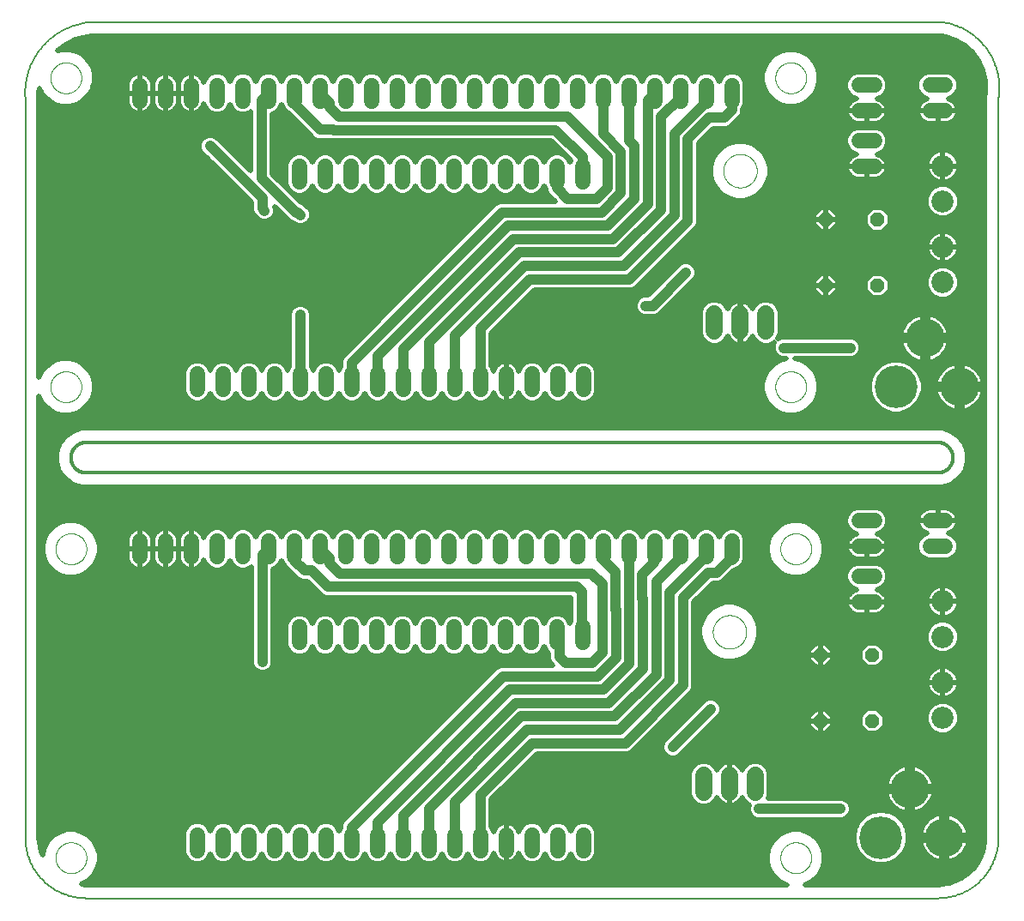
<source format=gbl>
G75*
%MOIN*%
%OFA0B0*%
%FSLAX25Y25*%
%IPPOS*%
%LPD*%
%AMOC8*
5,1,8,0,0,1.08239X$1,22.5*
%
%ADD10C,0.00600*%
%ADD11C,0.01200*%
%ADD12C,0.00000*%
%ADD13C,0.06000*%
%ADD14C,0.06600*%
%ADD15OC8,0.05200*%
%ADD16C,0.16598*%
%ADD17C,0.15024*%
%ADD18C,0.05937*%
%ADD19C,0.08600*%
%ADD20C,0.04000*%
%ADD21C,0.02978*%
%ADD22C,0.02000*%
%ADD23C,0.03569*%
D10*
X0025622Y0002000D02*
X0356331Y0002000D01*
X0356902Y0002007D01*
X0357472Y0002028D01*
X0358042Y0002062D01*
X0358611Y0002110D01*
X0359178Y0002172D01*
X0359744Y0002248D01*
X0360308Y0002337D01*
X0360869Y0002440D01*
X0361428Y0002557D01*
X0361984Y0002686D01*
X0362537Y0002830D01*
X0363086Y0002986D01*
X0363631Y0003156D01*
X0364171Y0003339D01*
X0364707Y0003535D01*
X0365239Y0003744D01*
X0365765Y0003966D01*
X0366285Y0004200D01*
X0366800Y0004447D01*
X0367309Y0004706D01*
X0367811Y0004977D01*
X0368306Y0005261D01*
X0368795Y0005556D01*
X0369276Y0005863D01*
X0369750Y0006181D01*
X0370216Y0006511D01*
X0370673Y0006852D01*
X0371123Y0007205D01*
X0371563Y0007567D01*
X0371995Y0007941D01*
X0372418Y0008324D01*
X0372831Y0008718D01*
X0373235Y0009122D01*
X0373629Y0009535D01*
X0374012Y0009958D01*
X0374386Y0010390D01*
X0374748Y0010830D01*
X0375101Y0011280D01*
X0375442Y0011737D01*
X0375772Y0012203D01*
X0376090Y0012677D01*
X0376397Y0013158D01*
X0376692Y0013647D01*
X0376976Y0014142D01*
X0377247Y0014644D01*
X0377506Y0015153D01*
X0377753Y0015668D01*
X0377987Y0016188D01*
X0378209Y0016714D01*
X0378418Y0017246D01*
X0378614Y0017782D01*
X0378797Y0018322D01*
X0378967Y0018867D01*
X0379123Y0019416D01*
X0379267Y0019969D01*
X0379396Y0020525D01*
X0379513Y0021084D01*
X0379616Y0021645D01*
X0379705Y0022209D01*
X0379781Y0022775D01*
X0379843Y0023342D01*
X0379891Y0023911D01*
X0379925Y0024481D01*
X0379946Y0025051D01*
X0379953Y0025622D01*
X0379953Y0313024D01*
X0380041Y0313643D01*
X0380113Y0314265D01*
X0380171Y0314888D01*
X0380213Y0315512D01*
X0380241Y0316137D01*
X0380253Y0316763D01*
X0380250Y0317389D01*
X0380233Y0318014D01*
X0380200Y0318639D01*
X0380151Y0319263D01*
X0380088Y0319885D01*
X0380010Y0320506D01*
X0379917Y0321125D01*
X0379809Y0321741D01*
X0379686Y0322354D01*
X0379548Y0322965D01*
X0379396Y0323572D01*
X0379229Y0324175D01*
X0379047Y0324773D01*
X0378851Y0325368D01*
X0378641Y0325957D01*
X0378417Y0326541D01*
X0378178Y0327119D01*
X0377926Y0327692D01*
X0377659Y0328258D01*
X0377380Y0328818D01*
X0377086Y0329371D01*
X0376780Y0329916D01*
X0376460Y0330454D01*
X0376128Y0330984D01*
X0375783Y0331506D01*
X0375425Y0332019D01*
X0375055Y0332524D01*
X0374673Y0333019D01*
X0374279Y0333505D01*
X0373873Y0333982D01*
X0373456Y0334448D01*
X0373028Y0334905D01*
X0372589Y0335350D01*
X0372139Y0335785D01*
X0371679Y0336209D01*
X0371209Y0336622D01*
X0370729Y0337024D01*
X0370240Y0337413D01*
X0369741Y0337791D01*
X0369233Y0338157D01*
X0368716Y0338510D01*
X0368192Y0338850D01*
X0367659Y0339178D01*
X0367118Y0339493D01*
X0366570Y0339794D01*
X0366014Y0340083D01*
X0365452Y0340358D01*
X0364884Y0340619D01*
X0364309Y0340866D01*
X0363728Y0341099D01*
X0363142Y0341319D01*
X0362551Y0341524D01*
X0361955Y0341715D01*
X0361355Y0341891D01*
X0360751Y0342052D01*
X0360142Y0342200D01*
X0359531Y0342332D01*
X0358916Y0342449D01*
X0358299Y0342552D01*
X0358299Y0342551D02*
X0027591Y0342551D01*
X0026925Y0342495D01*
X0026261Y0342423D01*
X0025599Y0342336D01*
X0024940Y0342232D01*
X0024283Y0342113D01*
X0023629Y0341977D01*
X0022979Y0341826D01*
X0022332Y0341659D01*
X0021690Y0341477D01*
X0021052Y0341279D01*
X0020420Y0341066D01*
X0019792Y0340837D01*
X0019171Y0340594D01*
X0018555Y0340335D01*
X0017946Y0340062D01*
X0017344Y0339774D01*
X0016748Y0339472D01*
X0016161Y0339155D01*
X0015581Y0338824D01*
X0015009Y0338479D01*
X0014445Y0338121D01*
X0013891Y0337749D01*
X0013346Y0337364D01*
X0012810Y0336965D01*
X0012284Y0336554D01*
X0011768Y0336130D01*
X0011262Y0335694D01*
X0010767Y0335246D01*
X0010283Y0334786D01*
X0009811Y0334315D01*
X0009350Y0333832D01*
X0008900Y0333338D01*
X0008463Y0332833D01*
X0008038Y0332319D01*
X0007626Y0331793D01*
X0007226Y0331259D01*
X0006839Y0330714D01*
X0006466Y0330161D01*
X0006106Y0329598D01*
X0005760Y0329027D01*
X0005428Y0328448D01*
X0005110Y0327861D01*
X0004806Y0327266D01*
X0004517Y0326665D01*
X0004242Y0326056D01*
X0003982Y0325441D01*
X0003737Y0324820D01*
X0003507Y0324193D01*
X0003292Y0323561D01*
X0003093Y0322924D01*
X0002909Y0322282D01*
X0002741Y0321636D01*
X0002588Y0320986D01*
X0002451Y0320333D01*
X0002330Y0319676D01*
X0002225Y0319017D01*
X0002135Y0318355D01*
X0002062Y0317691D01*
X0002005Y0317026D01*
X0001964Y0316360D01*
X0001939Y0315693D01*
X0001930Y0315025D01*
X0001937Y0314357D01*
X0001961Y0313690D01*
X0002000Y0313024D01*
X0002000Y0025622D01*
X0002007Y0025051D01*
X0002028Y0024481D01*
X0002062Y0023911D01*
X0002110Y0023342D01*
X0002172Y0022775D01*
X0002248Y0022209D01*
X0002337Y0021645D01*
X0002440Y0021084D01*
X0002557Y0020525D01*
X0002686Y0019969D01*
X0002830Y0019416D01*
X0002986Y0018867D01*
X0003156Y0018322D01*
X0003339Y0017782D01*
X0003535Y0017246D01*
X0003744Y0016714D01*
X0003966Y0016188D01*
X0004200Y0015668D01*
X0004447Y0015153D01*
X0004706Y0014644D01*
X0004977Y0014142D01*
X0005261Y0013647D01*
X0005556Y0013158D01*
X0005863Y0012677D01*
X0006181Y0012203D01*
X0006511Y0011737D01*
X0006852Y0011280D01*
X0007205Y0010830D01*
X0007567Y0010390D01*
X0007941Y0009958D01*
X0008324Y0009535D01*
X0008718Y0009122D01*
X0009122Y0008718D01*
X0009535Y0008324D01*
X0009958Y0007941D01*
X0010390Y0007567D01*
X0010830Y0007205D01*
X0011280Y0006852D01*
X0011737Y0006511D01*
X0012203Y0006181D01*
X0012677Y0005863D01*
X0013158Y0005556D01*
X0013647Y0005261D01*
X0014142Y0004977D01*
X0014644Y0004706D01*
X0015153Y0004447D01*
X0015668Y0004200D01*
X0016188Y0003966D01*
X0016714Y0003744D01*
X0017246Y0003535D01*
X0017782Y0003339D01*
X0018322Y0003156D01*
X0018867Y0002986D01*
X0019416Y0002830D01*
X0019969Y0002686D01*
X0020525Y0002557D01*
X0021084Y0002440D01*
X0021645Y0002337D01*
X0022209Y0002248D01*
X0022775Y0002172D01*
X0023342Y0002110D01*
X0023911Y0002062D01*
X0024481Y0002028D01*
X0025051Y0002007D01*
X0025622Y0002000D01*
D11*
X0025622Y0167354D02*
X0356331Y0167354D01*
X0362237Y0173260D02*
X0362235Y0173412D01*
X0362229Y0173564D01*
X0362219Y0173716D01*
X0362206Y0173867D01*
X0362188Y0174018D01*
X0362167Y0174169D01*
X0362141Y0174319D01*
X0362112Y0174468D01*
X0362079Y0174617D01*
X0362042Y0174764D01*
X0362002Y0174911D01*
X0361957Y0175056D01*
X0361909Y0175200D01*
X0361857Y0175343D01*
X0361802Y0175485D01*
X0361743Y0175625D01*
X0361680Y0175764D01*
X0361614Y0175901D01*
X0361544Y0176036D01*
X0361471Y0176169D01*
X0361394Y0176300D01*
X0361314Y0176430D01*
X0361231Y0176557D01*
X0361145Y0176682D01*
X0361055Y0176805D01*
X0360962Y0176925D01*
X0360866Y0177043D01*
X0360767Y0177159D01*
X0360665Y0177272D01*
X0360561Y0177382D01*
X0360453Y0177490D01*
X0360343Y0177594D01*
X0360230Y0177696D01*
X0360114Y0177795D01*
X0359996Y0177891D01*
X0359876Y0177984D01*
X0359753Y0178074D01*
X0359628Y0178160D01*
X0359501Y0178243D01*
X0359371Y0178323D01*
X0359240Y0178400D01*
X0359107Y0178473D01*
X0358972Y0178543D01*
X0358835Y0178609D01*
X0358696Y0178672D01*
X0358556Y0178731D01*
X0358414Y0178786D01*
X0358271Y0178838D01*
X0358127Y0178886D01*
X0357982Y0178931D01*
X0357835Y0178971D01*
X0357688Y0179008D01*
X0357539Y0179041D01*
X0357390Y0179070D01*
X0357240Y0179096D01*
X0357089Y0179117D01*
X0356938Y0179135D01*
X0356787Y0179148D01*
X0356635Y0179158D01*
X0356483Y0179164D01*
X0356331Y0179166D01*
X0356331Y0179165D02*
X0025622Y0179165D01*
X0025622Y0179166D02*
X0025470Y0179164D01*
X0025318Y0179158D01*
X0025166Y0179148D01*
X0025015Y0179135D01*
X0024864Y0179117D01*
X0024713Y0179096D01*
X0024563Y0179070D01*
X0024414Y0179041D01*
X0024265Y0179008D01*
X0024118Y0178971D01*
X0023971Y0178931D01*
X0023826Y0178886D01*
X0023682Y0178838D01*
X0023539Y0178786D01*
X0023397Y0178731D01*
X0023257Y0178672D01*
X0023118Y0178609D01*
X0022981Y0178543D01*
X0022846Y0178473D01*
X0022713Y0178400D01*
X0022582Y0178323D01*
X0022452Y0178243D01*
X0022325Y0178160D01*
X0022200Y0178074D01*
X0022077Y0177984D01*
X0021957Y0177891D01*
X0021839Y0177795D01*
X0021723Y0177696D01*
X0021610Y0177594D01*
X0021500Y0177490D01*
X0021392Y0177382D01*
X0021288Y0177272D01*
X0021186Y0177159D01*
X0021087Y0177043D01*
X0020991Y0176925D01*
X0020898Y0176805D01*
X0020808Y0176682D01*
X0020722Y0176557D01*
X0020639Y0176430D01*
X0020559Y0176300D01*
X0020482Y0176169D01*
X0020409Y0176036D01*
X0020339Y0175901D01*
X0020273Y0175764D01*
X0020210Y0175625D01*
X0020151Y0175485D01*
X0020096Y0175343D01*
X0020044Y0175200D01*
X0019996Y0175056D01*
X0019951Y0174911D01*
X0019911Y0174764D01*
X0019874Y0174617D01*
X0019841Y0174468D01*
X0019812Y0174319D01*
X0019786Y0174169D01*
X0019765Y0174018D01*
X0019747Y0173867D01*
X0019734Y0173716D01*
X0019724Y0173564D01*
X0019718Y0173412D01*
X0019716Y0173260D01*
X0019718Y0173108D01*
X0019724Y0172956D01*
X0019734Y0172804D01*
X0019747Y0172653D01*
X0019765Y0172502D01*
X0019786Y0172351D01*
X0019812Y0172201D01*
X0019841Y0172052D01*
X0019874Y0171903D01*
X0019911Y0171756D01*
X0019951Y0171609D01*
X0019996Y0171464D01*
X0020044Y0171320D01*
X0020096Y0171177D01*
X0020151Y0171035D01*
X0020210Y0170895D01*
X0020273Y0170756D01*
X0020339Y0170619D01*
X0020409Y0170484D01*
X0020482Y0170351D01*
X0020559Y0170220D01*
X0020639Y0170090D01*
X0020722Y0169963D01*
X0020808Y0169838D01*
X0020898Y0169715D01*
X0020991Y0169595D01*
X0021087Y0169477D01*
X0021186Y0169361D01*
X0021288Y0169248D01*
X0021392Y0169138D01*
X0021500Y0169030D01*
X0021610Y0168926D01*
X0021723Y0168824D01*
X0021839Y0168725D01*
X0021957Y0168629D01*
X0022077Y0168536D01*
X0022200Y0168446D01*
X0022325Y0168360D01*
X0022452Y0168277D01*
X0022582Y0168197D01*
X0022713Y0168120D01*
X0022846Y0168047D01*
X0022981Y0167977D01*
X0023118Y0167911D01*
X0023257Y0167848D01*
X0023397Y0167789D01*
X0023539Y0167734D01*
X0023682Y0167682D01*
X0023826Y0167634D01*
X0023971Y0167589D01*
X0024118Y0167549D01*
X0024265Y0167512D01*
X0024414Y0167479D01*
X0024563Y0167450D01*
X0024713Y0167424D01*
X0024864Y0167403D01*
X0025015Y0167385D01*
X0025166Y0167372D01*
X0025318Y0167362D01*
X0025470Y0167356D01*
X0025622Y0167354D01*
X0356331Y0167354D02*
X0356483Y0167356D01*
X0356635Y0167362D01*
X0356787Y0167372D01*
X0356938Y0167385D01*
X0357089Y0167403D01*
X0357240Y0167424D01*
X0357390Y0167450D01*
X0357539Y0167479D01*
X0357688Y0167512D01*
X0357835Y0167549D01*
X0357982Y0167589D01*
X0358127Y0167634D01*
X0358271Y0167682D01*
X0358414Y0167734D01*
X0358556Y0167789D01*
X0358696Y0167848D01*
X0358835Y0167911D01*
X0358972Y0167977D01*
X0359107Y0168047D01*
X0359240Y0168120D01*
X0359371Y0168197D01*
X0359501Y0168277D01*
X0359628Y0168360D01*
X0359753Y0168446D01*
X0359876Y0168536D01*
X0359996Y0168629D01*
X0360114Y0168725D01*
X0360230Y0168824D01*
X0360343Y0168926D01*
X0360453Y0169030D01*
X0360561Y0169138D01*
X0360665Y0169248D01*
X0360767Y0169361D01*
X0360866Y0169477D01*
X0360962Y0169595D01*
X0361055Y0169715D01*
X0361145Y0169838D01*
X0361231Y0169963D01*
X0361314Y0170090D01*
X0361394Y0170220D01*
X0361471Y0170351D01*
X0361544Y0170484D01*
X0361614Y0170619D01*
X0361680Y0170756D01*
X0361743Y0170895D01*
X0361802Y0171035D01*
X0361857Y0171177D01*
X0361909Y0171320D01*
X0361957Y0171464D01*
X0362002Y0171609D01*
X0362042Y0171756D01*
X0362079Y0171903D01*
X0362112Y0172052D01*
X0362141Y0172201D01*
X0362167Y0172351D01*
X0362188Y0172502D01*
X0362206Y0172653D01*
X0362219Y0172804D01*
X0362229Y0172956D01*
X0362235Y0173108D01*
X0362237Y0173260D01*
D12*
X0293240Y0200819D02*
X0293242Y0200974D01*
X0293248Y0201128D01*
X0293258Y0201282D01*
X0293272Y0201436D01*
X0293290Y0201590D01*
X0293312Y0201743D01*
X0293337Y0201895D01*
X0293367Y0202047D01*
X0293401Y0202198D01*
X0293438Y0202348D01*
X0293479Y0202497D01*
X0293524Y0202645D01*
X0293573Y0202792D01*
X0293626Y0202937D01*
X0293682Y0203081D01*
X0293742Y0203223D01*
X0293806Y0203364D01*
X0293873Y0203503D01*
X0293944Y0203641D01*
X0294019Y0203776D01*
X0294097Y0203910D01*
X0294178Y0204041D01*
X0294263Y0204171D01*
X0294351Y0204298D01*
X0294442Y0204423D01*
X0294536Y0204545D01*
X0294634Y0204665D01*
X0294734Y0204783D01*
X0294838Y0204897D01*
X0294944Y0205009D01*
X0295054Y0205119D01*
X0295166Y0205225D01*
X0295280Y0205329D01*
X0295398Y0205429D01*
X0295518Y0205527D01*
X0295640Y0205621D01*
X0295765Y0205712D01*
X0295892Y0205800D01*
X0296022Y0205885D01*
X0296153Y0205966D01*
X0296287Y0206044D01*
X0296422Y0206119D01*
X0296560Y0206190D01*
X0296699Y0206257D01*
X0296840Y0206321D01*
X0296982Y0206381D01*
X0297126Y0206437D01*
X0297271Y0206490D01*
X0297418Y0206539D01*
X0297566Y0206584D01*
X0297715Y0206625D01*
X0297865Y0206662D01*
X0298016Y0206696D01*
X0298168Y0206726D01*
X0298320Y0206751D01*
X0298473Y0206773D01*
X0298627Y0206791D01*
X0298781Y0206805D01*
X0298935Y0206815D01*
X0299089Y0206821D01*
X0299244Y0206823D01*
X0299399Y0206821D01*
X0299553Y0206815D01*
X0299707Y0206805D01*
X0299861Y0206791D01*
X0300015Y0206773D01*
X0300168Y0206751D01*
X0300320Y0206726D01*
X0300472Y0206696D01*
X0300623Y0206662D01*
X0300773Y0206625D01*
X0300922Y0206584D01*
X0301070Y0206539D01*
X0301217Y0206490D01*
X0301362Y0206437D01*
X0301506Y0206381D01*
X0301648Y0206321D01*
X0301789Y0206257D01*
X0301928Y0206190D01*
X0302066Y0206119D01*
X0302201Y0206044D01*
X0302335Y0205966D01*
X0302466Y0205885D01*
X0302596Y0205800D01*
X0302723Y0205712D01*
X0302848Y0205621D01*
X0302970Y0205527D01*
X0303090Y0205429D01*
X0303208Y0205329D01*
X0303322Y0205225D01*
X0303434Y0205119D01*
X0303544Y0205009D01*
X0303650Y0204897D01*
X0303754Y0204783D01*
X0303854Y0204665D01*
X0303952Y0204545D01*
X0304046Y0204423D01*
X0304137Y0204298D01*
X0304225Y0204171D01*
X0304310Y0204041D01*
X0304391Y0203910D01*
X0304469Y0203776D01*
X0304544Y0203641D01*
X0304615Y0203503D01*
X0304682Y0203364D01*
X0304746Y0203223D01*
X0304806Y0203081D01*
X0304862Y0202937D01*
X0304915Y0202792D01*
X0304964Y0202645D01*
X0305009Y0202497D01*
X0305050Y0202348D01*
X0305087Y0202198D01*
X0305121Y0202047D01*
X0305151Y0201895D01*
X0305176Y0201743D01*
X0305198Y0201590D01*
X0305216Y0201436D01*
X0305230Y0201282D01*
X0305240Y0201128D01*
X0305246Y0200974D01*
X0305248Y0200819D01*
X0305246Y0200664D01*
X0305240Y0200510D01*
X0305230Y0200356D01*
X0305216Y0200202D01*
X0305198Y0200048D01*
X0305176Y0199895D01*
X0305151Y0199743D01*
X0305121Y0199591D01*
X0305087Y0199440D01*
X0305050Y0199290D01*
X0305009Y0199141D01*
X0304964Y0198993D01*
X0304915Y0198846D01*
X0304862Y0198701D01*
X0304806Y0198557D01*
X0304746Y0198415D01*
X0304682Y0198274D01*
X0304615Y0198135D01*
X0304544Y0197997D01*
X0304469Y0197862D01*
X0304391Y0197728D01*
X0304310Y0197597D01*
X0304225Y0197467D01*
X0304137Y0197340D01*
X0304046Y0197215D01*
X0303952Y0197093D01*
X0303854Y0196973D01*
X0303754Y0196855D01*
X0303650Y0196741D01*
X0303544Y0196629D01*
X0303434Y0196519D01*
X0303322Y0196413D01*
X0303208Y0196309D01*
X0303090Y0196209D01*
X0302970Y0196111D01*
X0302848Y0196017D01*
X0302723Y0195926D01*
X0302596Y0195838D01*
X0302466Y0195753D01*
X0302335Y0195672D01*
X0302201Y0195594D01*
X0302066Y0195519D01*
X0301928Y0195448D01*
X0301789Y0195381D01*
X0301648Y0195317D01*
X0301506Y0195257D01*
X0301362Y0195201D01*
X0301217Y0195148D01*
X0301070Y0195099D01*
X0300922Y0195054D01*
X0300773Y0195013D01*
X0300623Y0194976D01*
X0300472Y0194942D01*
X0300320Y0194912D01*
X0300168Y0194887D01*
X0300015Y0194865D01*
X0299861Y0194847D01*
X0299707Y0194833D01*
X0299553Y0194823D01*
X0299399Y0194817D01*
X0299244Y0194815D01*
X0299089Y0194817D01*
X0298935Y0194823D01*
X0298781Y0194833D01*
X0298627Y0194847D01*
X0298473Y0194865D01*
X0298320Y0194887D01*
X0298168Y0194912D01*
X0298016Y0194942D01*
X0297865Y0194976D01*
X0297715Y0195013D01*
X0297566Y0195054D01*
X0297418Y0195099D01*
X0297271Y0195148D01*
X0297126Y0195201D01*
X0296982Y0195257D01*
X0296840Y0195317D01*
X0296699Y0195381D01*
X0296560Y0195448D01*
X0296422Y0195519D01*
X0296287Y0195594D01*
X0296153Y0195672D01*
X0296022Y0195753D01*
X0295892Y0195838D01*
X0295765Y0195926D01*
X0295640Y0196017D01*
X0295518Y0196111D01*
X0295398Y0196209D01*
X0295280Y0196309D01*
X0295166Y0196413D01*
X0295054Y0196519D01*
X0294944Y0196629D01*
X0294838Y0196741D01*
X0294734Y0196855D01*
X0294634Y0196973D01*
X0294536Y0197093D01*
X0294442Y0197215D01*
X0294351Y0197340D01*
X0294263Y0197467D01*
X0294178Y0197597D01*
X0294097Y0197728D01*
X0294019Y0197862D01*
X0293944Y0197997D01*
X0293873Y0198135D01*
X0293806Y0198274D01*
X0293742Y0198415D01*
X0293682Y0198557D01*
X0293626Y0198701D01*
X0293573Y0198846D01*
X0293524Y0198993D01*
X0293479Y0199141D01*
X0293438Y0199290D01*
X0293401Y0199440D01*
X0293367Y0199591D01*
X0293337Y0199743D01*
X0293312Y0199895D01*
X0293290Y0200048D01*
X0293272Y0200202D01*
X0293258Y0200356D01*
X0293248Y0200510D01*
X0293242Y0200664D01*
X0293240Y0200819D01*
X0295209Y0137827D02*
X0295211Y0137982D01*
X0295217Y0138136D01*
X0295227Y0138290D01*
X0295241Y0138444D01*
X0295259Y0138598D01*
X0295281Y0138751D01*
X0295306Y0138903D01*
X0295336Y0139055D01*
X0295370Y0139206D01*
X0295407Y0139356D01*
X0295448Y0139505D01*
X0295493Y0139653D01*
X0295542Y0139800D01*
X0295595Y0139945D01*
X0295651Y0140089D01*
X0295711Y0140231D01*
X0295775Y0140372D01*
X0295842Y0140511D01*
X0295913Y0140649D01*
X0295988Y0140784D01*
X0296066Y0140918D01*
X0296147Y0141049D01*
X0296232Y0141179D01*
X0296320Y0141306D01*
X0296411Y0141431D01*
X0296505Y0141553D01*
X0296603Y0141673D01*
X0296703Y0141791D01*
X0296807Y0141905D01*
X0296913Y0142017D01*
X0297023Y0142127D01*
X0297135Y0142233D01*
X0297249Y0142337D01*
X0297367Y0142437D01*
X0297487Y0142535D01*
X0297609Y0142629D01*
X0297734Y0142720D01*
X0297861Y0142808D01*
X0297991Y0142893D01*
X0298122Y0142974D01*
X0298256Y0143052D01*
X0298391Y0143127D01*
X0298529Y0143198D01*
X0298668Y0143265D01*
X0298809Y0143329D01*
X0298951Y0143389D01*
X0299095Y0143445D01*
X0299240Y0143498D01*
X0299387Y0143547D01*
X0299535Y0143592D01*
X0299684Y0143633D01*
X0299834Y0143670D01*
X0299985Y0143704D01*
X0300137Y0143734D01*
X0300289Y0143759D01*
X0300442Y0143781D01*
X0300596Y0143799D01*
X0300750Y0143813D01*
X0300904Y0143823D01*
X0301058Y0143829D01*
X0301213Y0143831D01*
X0301368Y0143829D01*
X0301522Y0143823D01*
X0301676Y0143813D01*
X0301830Y0143799D01*
X0301984Y0143781D01*
X0302137Y0143759D01*
X0302289Y0143734D01*
X0302441Y0143704D01*
X0302592Y0143670D01*
X0302742Y0143633D01*
X0302891Y0143592D01*
X0303039Y0143547D01*
X0303186Y0143498D01*
X0303331Y0143445D01*
X0303475Y0143389D01*
X0303617Y0143329D01*
X0303758Y0143265D01*
X0303897Y0143198D01*
X0304035Y0143127D01*
X0304170Y0143052D01*
X0304304Y0142974D01*
X0304435Y0142893D01*
X0304565Y0142808D01*
X0304692Y0142720D01*
X0304817Y0142629D01*
X0304939Y0142535D01*
X0305059Y0142437D01*
X0305177Y0142337D01*
X0305291Y0142233D01*
X0305403Y0142127D01*
X0305513Y0142017D01*
X0305619Y0141905D01*
X0305723Y0141791D01*
X0305823Y0141673D01*
X0305921Y0141553D01*
X0306015Y0141431D01*
X0306106Y0141306D01*
X0306194Y0141179D01*
X0306279Y0141049D01*
X0306360Y0140918D01*
X0306438Y0140784D01*
X0306513Y0140649D01*
X0306584Y0140511D01*
X0306651Y0140372D01*
X0306715Y0140231D01*
X0306775Y0140089D01*
X0306831Y0139945D01*
X0306884Y0139800D01*
X0306933Y0139653D01*
X0306978Y0139505D01*
X0307019Y0139356D01*
X0307056Y0139206D01*
X0307090Y0139055D01*
X0307120Y0138903D01*
X0307145Y0138751D01*
X0307167Y0138598D01*
X0307185Y0138444D01*
X0307199Y0138290D01*
X0307209Y0138136D01*
X0307215Y0137982D01*
X0307217Y0137827D01*
X0307215Y0137672D01*
X0307209Y0137518D01*
X0307199Y0137364D01*
X0307185Y0137210D01*
X0307167Y0137056D01*
X0307145Y0136903D01*
X0307120Y0136751D01*
X0307090Y0136599D01*
X0307056Y0136448D01*
X0307019Y0136298D01*
X0306978Y0136149D01*
X0306933Y0136001D01*
X0306884Y0135854D01*
X0306831Y0135709D01*
X0306775Y0135565D01*
X0306715Y0135423D01*
X0306651Y0135282D01*
X0306584Y0135143D01*
X0306513Y0135005D01*
X0306438Y0134870D01*
X0306360Y0134736D01*
X0306279Y0134605D01*
X0306194Y0134475D01*
X0306106Y0134348D01*
X0306015Y0134223D01*
X0305921Y0134101D01*
X0305823Y0133981D01*
X0305723Y0133863D01*
X0305619Y0133749D01*
X0305513Y0133637D01*
X0305403Y0133527D01*
X0305291Y0133421D01*
X0305177Y0133317D01*
X0305059Y0133217D01*
X0304939Y0133119D01*
X0304817Y0133025D01*
X0304692Y0132934D01*
X0304565Y0132846D01*
X0304435Y0132761D01*
X0304304Y0132680D01*
X0304170Y0132602D01*
X0304035Y0132527D01*
X0303897Y0132456D01*
X0303758Y0132389D01*
X0303617Y0132325D01*
X0303475Y0132265D01*
X0303331Y0132209D01*
X0303186Y0132156D01*
X0303039Y0132107D01*
X0302891Y0132062D01*
X0302742Y0132021D01*
X0302592Y0131984D01*
X0302441Y0131950D01*
X0302289Y0131920D01*
X0302137Y0131895D01*
X0301984Y0131873D01*
X0301830Y0131855D01*
X0301676Y0131841D01*
X0301522Y0131831D01*
X0301368Y0131825D01*
X0301213Y0131823D01*
X0301058Y0131825D01*
X0300904Y0131831D01*
X0300750Y0131841D01*
X0300596Y0131855D01*
X0300442Y0131873D01*
X0300289Y0131895D01*
X0300137Y0131920D01*
X0299985Y0131950D01*
X0299834Y0131984D01*
X0299684Y0132021D01*
X0299535Y0132062D01*
X0299387Y0132107D01*
X0299240Y0132156D01*
X0299095Y0132209D01*
X0298951Y0132265D01*
X0298809Y0132325D01*
X0298668Y0132389D01*
X0298529Y0132456D01*
X0298391Y0132527D01*
X0298256Y0132602D01*
X0298122Y0132680D01*
X0297991Y0132761D01*
X0297861Y0132846D01*
X0297734Y0132934D01*
X0297609Y0133025D01*
X0297487Y0133119D01*
X0297367Y0133217D01*
X0297249Y0133317D01*
X0297135Y0133421D01*
X0297023Y0133527D01*
X0296913Y0133637D01*
X0296807Y0133749D01*
X0296703Y0133863D01*
X0296603Y0133981D01*
X0296505Y0134101D01*
X0296411Y0134223D01*
X0296320Y0134348D01*
X0296232Y0134475D01*
X0296147Y0134605D01*
X0296066Y0134736D01*
X0295988Y0134870D01*
X0295913Y0135005D01*
X0295842Y0135143D01*
X0295775Y0135282D01*
X0295711Y0135423D01*
X0295651Y0135565D01*
X0295595Y0135709D01*
X0295542Y0135854D01*
X0295493Y0136001D01*
X0295448Y0136149D01*
X0295407Y0136298D01*
X0295370Y0136448D01*
X0295336Y0136599D01*
X0295306Y0136751D01*
X0295281Y0136903D01*
X0295259Y0137056D01*
X0295241Y0137210D01*
X0295227Y0137364D01*
X0295217Y0137518D01*
X0295211Y0137672D01*
X0295209Y0137827D01*
X0268965Y0105528D02*
X0268967Y0105689D01*
X0268973Y0105849D01*
X0268983Y0106010D01*
X0268997Y0106170D01*
X0269015Y0106330D01*
X0269036Y0106489D01*
X0269062Y0106648D01*
X0269092Y0106806D01*
X0269125Y0106963D01*
X0269163Y0107120D01*
X0269204Y0107275D01*
X0269249Y0107429D01*
X0269298Y0107582D01*
X0269351Y0107734D01*
X0269407Y0107885D01*
X0269468Y0108034D01*
X0269531Y0108182D01*
X0269599Y0108328D01*
X0269670Y0108472D01*
X0269744Y0108614D01*
X0269822Y0108755D01*
X0269904Y0108893D01*
X0269989Y0109030D01*
X0270077Y0109164D01*
X0270169Y0109296D01*
X0270264Y0109426D01*
X0270362Y0109554D01*
X0270463Y0109679D01*
X0270567Y0109801D01*
X0270674Y0109921D01*
X0270784Y0110038D01*
X0270897Y0110153D01*
X0271013Y0110264D01*
X0271132Y0110373D01*
X0271253Y0110478D01*
X0271377Y0110581D01*
X0271503Y0110681D01*
X0271631Y0110777D01*
X0271762Y0110870D01*
X0271896Y0110960D01*
X0272031Y0111047D01*
X0272169Y0111130D01*
X0272308Y0111210D01*
X0272450Y0111286D01*
X0272593Y0111359D01*
X0272738Y0111428D01*
X0272885Y0111494D01*
X0273033Y0111556D01*
X0273183Y0111614D01*
X0273334Y0111669D01*
X0273487Y0111720D01*
X0273641Y0111767D01*
X0273796Y0111810D01*
X0273952Y0111849D01*
X0274108Y0111885D01*
X0274266Y0111916D01*
X0274424Y0111944D01*
X0274583Y0111968D01*
X0274743Y0111988D01*
X0274903Y0112004D01*
X0275063Y0112016D01*
X0275224Y0112024D01*
X0275385Y0112028D01*
X0275545Y0112028D01*
X0275706Y0112024D01*
X0275867Y0112016D01*
X0276027Y0112004D01*
X0276187Y0111988D01*
X0276347Y0111968D01*
X0276506Y0111944D01*
X0276664Y0111916D01*
X0276822Y0111885D01*
X0276978Y0111849D01*
X0277134Y0111810D01*
X0277289Y0111767D01*
X0277443Y0111720D01*
X0277596Y0111669D01*
X0277747Y0111614D01*
X0277897Y0111556D01*
X0278045Y0111494D01*
X0278192Y0111428D01*
X0278337Y0111359D01*
X0278480Y0111286D01*
X0278622Y0111210D01*
X0278761Y0111130D01*
X0278899Y0111047D01*
X0279034Y0110960D01*
X0279168Y0110870D01*
X0279299Y0110777D01*
X0279427Y0110681D01*
X0279553Y0110581D01*
X0279677Y0110478D01*
X0279798Y0110373D01*
X0279917Y0110264D01*
X0280033Y0110153D01*
X0280146Y0110038D01*
X0280256Y0109921D01*
X0280363Y0109801D01*
X0280467Y0109679D01*
X0280568Y0109554D01*
X0280666Y0109426D01*
X0280761Y0109296D01*
X0280853Y0109164D01*
X0280941Y0109030D01*
X0281026Y0108893D01*
X0281108Y0108755D01*
X0281186Y0108614D01*
X0281260Y0108472D01*
X0281331Y0108328D01*
X0281399Y0108182D01*
X0281462Y0108034D01*
X0281523Y0107885D01*
X0281579Y0107734D01*
X0281632Y0107582D01*
X0281681Y0107429D01*
X0281726Y0107275D01*
X0281767Y0107120D01*
X0281805Y0106963D01*
X0281838Y0106806D01*
X0281868Y0106648D01*
X0281894Y0106489D01*
X0281915Y0106330D01*
X0281933Y0106170D01*
X0281947Y0106010D01*
X0281957Y0105849D01*
X0281963Y0105689D01*
X0281965Y0105528D01*
X0281963Y0105367D01*
X0281957Y0105207D01*
X0281947Y0105046D01*
X0281933Y0104886D01*
X0281915Y0104726D01*
X0281894Y0104567D01*
X0281868Y0104408D01*
X0281838Y0104250D01*
X0281805Y0104093D01*
X0281767Y0103936D01*
X0281726Y0103781D01*
X0281681Y0103627D01*
X0281632Y0103474D01*
X0281579Y0103322D01*
X0281523Y0103171D01*
X0281462Y0103022D01*
X0281399Y0102874D01*
X0281331Y0102728D01*
X0281260Y0102584D01*
X0281186Y0102442D01*
X0281108Y0102301D01*
X0281026Y0102163D01*
X0280941Y0102026D01*
X0280853Y0101892D01*
X0280761Y0101760D01*
X0280666Y0101630D01*
X0280568Y0101502D01*
X0280467Y0101377D01*
X0280363Y0101255D01*
X0280256Y0101135D01*
X0280146Y0101018D01*
X0280033Y0100903D01*
X0279917Y0100792D01*
X0279798Y0100683D01*
X0279677Y0100578D01*
X0279553Y0100475D01*
X0279427Y0100375D01*
X0279299Y0100279D01*
X0279168Y0100186D01*
X0279034Y0100096D01*
X0278899Y0100009D01*
X0278761Y0099926D01*
X0278622Y0099846D01*
X0278480Y0099770D01*
X0278337Y0099697D01*
X0278192Y0099628D01*
X0278045Y0099562D01*
X0277897Y0099500D01*
X0277747Y0099442D01*
X0277596Y0099387D01*
X0277443Y0099336D01*
X0277289Y0099289D01*
X0277134Y0099246D01*
X0276978Y0099207D01*
X0276822Y0099171D01*
X0276664Y0099140D01*
X0276506Y0099112D01*
X0276347Y0099088D01*
X0276187Y0099068D01*
X0276027Y0099052D01*
X0275867Y0099040D01*
X0275706Y0099032D01*
X0275545Y0099028D01*
X0275385Y0099028D01*
X0275224Y0099032D01*
X0275063Y0099040D01*
X0274903Y0099052D01*
X0274743Y0099068D01*
X0274583Y0099088D01*
X0274424Y0099112D01*
X0274266Y0099140D01*
X0274108Y0099171D01*
X0273952Y0099207D01*
X0273796Y0099246D01*
X0273641Y0099289D01*
X0273487Y0099336D01*
X0273334Y0099387D01*
X0273183Y0099442D01*
X0273033Y0099500D01*
X0272885Y0099562D01*
X0272738Y0099628D01*
X0272593Y0099697D01*
X0272450Y0099770D01*
X0272308Y0099846D01*
X0272169Y0099926D01*
X0272031Y0100009D01*
X0271896Y0100096D01*
X0271762Y0100186D01*
X0271631Y0100279D01*
X0271503Y0100375D01*
X0271377Y0100475D01*
X0271253Y0100578D01*
X0271132Y0100683D01*
X0271013Y0100792D01*
X0270897Y0100903D01*
X0270784Y0101018D01*
X0270674Y0101135D01*
X0270567Y0101255D01*
X0270463Y0101377D01*
X0270362Y0101502D01*
X0270264Y0101630D01*
X0270169Y0101760D01*
X0270077Y0101892D01*
X0269989Y0102026D01*
X0269904Y0102163D01*
X0269822Y0102301D01*
X0269744Y0102442D01*
X0269670Y0102584D01*
X0269599Y0102728D01*
X0269531Y0102874D01*
X0269468Y0103022D01*
X0269407Y0103171D01*
X0269351Y0103322D01*
X0269298Y0103474D01*
X0269249Y0103627D01*
X0269204Y0103781D01*
X0269163Y0103936D01*
X0269125Y0104093D01*
X0269092Y0104250D01*
X0269062Y0104408D01*
X0269036Y0104567D01*
X0269015Y0104726D01*
X0268997Y0104886D01*
X0268983Y0105046D01*
X0268973Y0105207D01*
X0268967Y0105367D01*
X0268965Y0105528D01*
X0295209Y0017748D02*
X0295211Y0017903D01*
X0295217Y0018057D01*
X0295227Y0018211D01*
X0295241Y0018365D01*
X0295259Y0018519D01*
X0295281Y0018672D01*
X0295306Y0018824D01*
X0295336Y0018976D01*
X0295370Y0019127D01*
X0295407Y0019277D01*
X0295448Y0019426D01*
X0295493Y0019574D01*
X0295542Y0019721D01*
X0295595Y0019866D01*
X0295651Y0020010D01*
X0295711Y0020152D01*
X0295775Y0020293D01*
X0295842Y0020432D01*
X0295913Y0020570D01*
X0295988Y0020705D01*
X0296066Y0020839D01*
X0296147Y0020970D01*
X0296232Y0021100D01*
X0296320Y0021227D01*
X0296411Y0021352D01*
X0296505Y0021474D01*
X0296603Y0021594D01*
X0296703Y0021712D01*
X0296807Y0021826D01*
X0296913Y0021938D01*
X0297023Y0022048D01*
X0297135Y0022154D01*
X0297249Y0022258D01*
X0297367Y0022358D01*
X0297487Y0022456D01*
X0297609Y0022550D01*
X0297734Y0022641D01*
X0297861Y0022729D01*
X0297991Y0022814D01*
X0298122Y0022895D01*
X0298256Y0022973D01*
X0298391Y0023048D01*
X0298529Y0023119D01*
X0298668Y0023186D01*
X0298809Y0023250D01*
X0298951Y0023310D01*
X0299095Y0023366D01*
X0299240Y0023419D01*
X0299387Y0023468D01*
X0299535Y0023513D01*
X0299684Y0023554D01*
X0299834Y0023591D01*
X0299985Y0023625D01*
X0300137Y0023655D01*
X0300289Y0023680D01*
X0300442Y0023702D01*
X0300596Y0023720D01*
X0300750Y0023734D01*
X0300904Y0023744D01*
X0301058Y0023750D01*
X0301213Y0023752D01*
X0301368Y0023750D01*
X0301522Y0023744D01*
X0301676Y0023734D01*
X0301830Y0023720D01*
X0301984Y0023702D01*
X0302137Y0023680D01*
X0302289Y0023655D01*
X0302441Y0023625D01*
X0302592Y0023591D01*
X0302742Y0023554D01*
X0302891Y0023513D01*
X0303039Y0023468D01*
X0303186Y0023419D01*
X0303331Y0023366D01*
X0303475Y0023310D01*
X0303617Y0023250D01*
X0303758Y0023186D01*
X0303897Y0023119D01*
X0304035Y0023048D01*
X0304170Y0022973D01*
X0304304Y0022895D01*
X0304435Y0022814D01*
X0304565Y0022729D01*
X0304692Y0022641D01*
X0304817Y0022550D01*
X0304939Y0022456D01*
X0305059Y0022358D01*
X0305177Y0022258D01*
X0305291Y0022154D01*
X0305403Y0022048D01*
X0305513Y0021938D01*
X0305619Y0021826D01*
X0305723Y0021712D01*
X0305823Y0021594D01*
X0305921Y0021474D01*
X0306015Y0021352D01*
X0306106Y0021227D01*
X0306194Y0021100D01*
X0306279Y0020970D01*
X0306360Y0020839D01*
X0306438Y0020705D01*
X0306513Y0020570D01*
X0306584Y0020432D01*
X0306651Y0020293D01*
X0306715Y0020152D01*
X0306775Y0020010D01*
X0306831Y0019866D01*
X0306884Y0019721D01*
X0306933Y0019574D01*
X0306978Y0019426D01*
X0307019Y0019277D01*
X0307056Y0019127D01*
X0307090Y0018976D01*
X0307120Y0018824D01*
X0307145Y0018672D01*
X0307167Y0018519D01*
X0307185Y0018365D01*
X0307199Y0018211D01*
X0307209Y0018057D01*
X0307215Y0017903D01*
X0307217Y0017748D01*
X0307215Y0017593D01*
X0307209Y0017439D01*
X0307199Y0017285D01*
X0307185Y0017131D01*
X0307167Y0016977D01*
X0307145Y0016824D01*
X0307120Y0016672D01*
X0307090Y0016520D01*
X0307056Y0016369D01*
X0307019Y0016219D01*
X0306978Y0016070D01*
X0306933Y0015922D01*
X0306884Y0015775D01*
X0306831Y0015630D01*
X0306775Y0015486D01*
X0306715Y0015344D01*
X0306651Y0015203D01*
X0306584Y0015064D01*
X0306513Y0014926D01*
X0306438Y0014791D01*
X0306360Y0014657D01*
X0306279Y0014526D01*
X0306194Y0014396D01*
X0306106Y0014269D01*
X0306015Y0014144D01*
X0305921Y0014022D01*
X0305823Y0013902D01*
X0305723Y0013784D01*
X0305619Y0013670D01*
X0305513Y0013558D01*
X0305403Y0013448D01*
X0305291Y0013342D01*
X0305177Y0013238D01*
X0305059Y0013138D01*
X0304939Y0013040D01*
X0304817Y0012946D01*
X0304692Y0012855D01*
X0304565Y0012767D01*
X0304435Y0012682D01*
X0304304Y0012601D01*
X0304170Y0012523D01*
X0304035Y0012448D01*
X0303897Y0012377D01*
X0303758Y0012310D01*
X0303617Y0012246D01*
X0303475Y0012186D01*
X0303331Y0012130D01*
X0303186Y0012077D01*
X0303039Y0012028D01*
X0302891Y0011983D01*
X0302742Y0011942D01*
X0302592Y0011905D01*
X0302441Y0011871D01*
X0302289Y0011841D01*
X0302137Y0011816D01*
X0301984Y0011794D01*
X0301830Y0011776D01*
X0301676Y0011762D01*
X0301522Y0011752D01*
X0301368Y0011746D01*
X0301213Y0011744D01*
X0301058Y0011746D01*
X0300904Y0011752D01*
X0300750Y0011762D01*
X0300596Y0011776D01*
X0300442Y0011794D01*
X0300289Y0011816D01*
X0300137Y0011841D01*
X0299985Y0011871D01*
X0299834Y0011905D01*
X0299684Y0011942D01*
X0299535Y0011983D01*
X0299387Y0012028D01*
X0299240Y0012077D01*
X0299095Y0012130D01*
X0298951Y0012186D01*
X0298809Y0012246D01*
X0298668Y0012310D01*
X0298529Y0012377D01*
X0298391Y0012448D01*
X0298256Y0012523D01*
X0298122Y0012601D01*
X0297991Y0012682D01*
X0297861Y0012767D01*
X0297734Y0012855D01*
X0297609Y0012946D01*
X0297487Y0013040D01*
X0297367Y0013138D01*
X0297249Y0013238D01*
X0297135Y0013342D01*
X0297023Y0013448D01*
X0296913Y0013558D01*
X0296807Y0013670D01*
X0296703Y0013784D01*
X0296603Y0013902D01*
X0296505Y0014022D01*
X0296411Y0014144D01*
X0296320Y0014269D01*
X0296232Y0014396D01*
X0296147Y0014526D01*
X0296066Y0014657D01*
X0295988Y0014791D01*
X0295913Y0014926D01*
X0295842Y0015064D01*
X0295775Y0015203D01*
X0295711Y0015344D01*
X0295651Y0015486D01*
X0295595Y0015630D01*
X0295542Y0015775D01*
X0295493Y0015922D01*
X0295448Y0016070D01*
X0295407Y0016219D01*
X0295370Y0016369D01*
X0295336Y0016520D01*
X0295306Y0016672D01*
X0295281Y0016824D01*
X0295259Y0016977D01*
X0295241Y0017131D01*
X0295227Y0017285D01*
X0295217Y0017439D01*
X0295211Y0017593D01*
X0295209Y0017748D01*
X0013713Y0017748D02*
X0013715Y0017903D01*
X0013721Y0018057D01*
X0013731Y0018211D01*
X0013745Y0018365D01*
X0013763Y0018519D01*
X0013785Y0018672D01*
X0013810Y0018824D01*
X0013840Y0018976D01*
X0013874Y0019127D01*
X0013911Y0019277D01*
X0013952Y0019426D01*
X0013997Y0019574D01*
X0014046Y0019721D01*
X0014099Y0019866D01*
X0014155Y0020010D01*
X0014215Y0020152D01*
X0014279Y0020293D01*
X0014346Y0020432D01*
X0014417Y0020570D01*
X0014492Y0020705D01*
X0014570Y0020839D01*
X0014651Y0020970D01*
X0014736Y0021100D01*
X0014824Y0021227D01*
X0014915Y0021352D01*
X0015009Y0021474D01*
X0015107Y0021594D01*
X0015207Y0021712D01*
X0015311Y0021826D01*
X0015417Y0021938D01*
X0015527Y0022048D01*
X0015639Y0022154D01*
X0015753Y0022258D01*
X0015871Y0022358D01*
X0015991Y0022456D01*
X0016113Y0022550D01*
X0016238Y0022641D01*
X0016365Y0022729D01*
X0016495Y0022814D01*
X0016626Y0022895D01*
X0016760Y0022973D01*
X0016895Y0023048D01*
X0017033Y0023119D01*
X0017172Y0023186D01*
X0017313Y0023250D01*
X0017455Y0023310D01*
X0017599Y0023366D01*
X0017744Y0023419D01*
X0017891Y0023468D01*
X0018039Y0023513D01*
X0018188Y0023554D01*
X0018338Y0023591D01*
X0018489Y0023625D01*
X0018641Y0023655D01*
X0018793Y0023680D01*
X0018946Y0023702D01*
X0019100Y0023720D01*
X0019254Y0023734D01*
X0019408Y0023744D01*
X0019562Y0023750D01*
X0019717Y0023752D01*
X0019872Y0023750D01*
X0020026Y0023744D01*
X0020180Y0023734D01*
X0020334Y0023720D01*
X0020488Y0023702D01*
X0020641Y0023680D01*
X0020793Y0023655D01*
X0020945Y0023625D01*
X0021096Y0023591D01*
X0021246Y0023554D01*
X0021395Y0023513D01*
X0021543Y0023468D01*
X0021690Y0023419D01*
X0021835Y0023366D01*
X0021979Y0023310D01*
X0022121Y0023250D01*
X0022262Y0023186D01*
X0022401Y0023119D01*
X0022539Y0023048D01*
X0022674Y0022973D01*
X0022808Y0022895D01*
X0022939Y0022814D01*
X0023069Y0022729D01*
X0023196Y0022641D01*
X0023321Y0022550D01*
X0023443Y0022456D01*
X0023563Y0022358D01*
X0023681Y0022258D01*
X0023795Y0022154D01*
X0023907Y0022048D01*
X0024017Y0021938D01*
X0024123Y0021826D01*
X0024227Y0021712D01*
X0024327Y0021594D01*
X0024425Y0021474D01*
X0024519Y0021352D01*
X0024610Y0021227D01*
X0024698Y0021100D01*
X0024783Y0020970D01*
X0024864Y0020839D01*
X0024942Y0020705D01*
X0025017Y0020570D01*
X0025088Y0020432D01*
X0025155Y0020293D01*
X0025219Y0020152D01*
X0025279Y0020010D01*
X0025335Y0019866D01*
X0025388Y0019721D01*
X0025437Y0019574D01*
X0025482Y0019426D01*
X0025523Y0019277D01*
X0025560Y0019127D01*
X0025594Y0018976D01*
X0025624Y0018824D01*
X0025649Y0018672D01*
X0025671Y0018519D01*
X0025689Y0018365D01*
X0025703Y0018211D01*
X0025713Y0018057D01*
X0025719Y0017903D01*
X0025721Y0017748D01*
X0025719Y0017593D01*
X0025713Y0017439D01*
X0025703Y0017285D01*
X0025689Y0017131D01*
X0025671Y0016977D01*
X0025649Y0016824D01*
X0025624Y0016672D01*
X0025594Y0016520D01*
X0025560Y0016369D01*
X0025523Y0016219D01*
X0025482Y0016070D01*
X0025437Y0015922D01*
X0025388Y0015775D01*
X0025335Y0015630D01*
X0025279Y0015486D01*
X0025219Y0015344D01*
X0025155Y0015203D01*
X0025088Y0015064D01*
X0025017Y0014926D01*
X0024942Y0014791D01*
X0024864Y0014657D01*
X0024783Y0014526D01*
X0024698Y0014396D01*
X0024610Y0014269D01*
X0024519Y0014144D01*
X0024425Y0014022D01*
X0024327Y0013902D01*
X0024227Y0013784D01*
X0024123Y0013670D01*
X0024017Y0013558D01*
X0023907Y0013448D01*
X0023795Y0013342D01*
X0023681Y0013238D01*
X0023563Y0013138D01*
X0023443Y0013040D01*
X0023321Y0012946D01*
X0023196Y0012855D01*
X0023069Y0012767D01*
X0022939Y0012682D01*
X0022808Y0012601D01*
X0022674Y0012523D01*
X0022539Y0012448D01*
X0022401Y0012377D01*
X0022262Y0012310D01*
X0022121Y0012246D01*
X0021979Y0012186D01*
X0021835Y0012130D01*
X0021690Y0012077D01*
X0021543Y0012028D01*
X0021395Y0011983D01*
X0021246Y0011942D01*
X0021096Y0011905D01*
X0020945Y0011871D01*
X0020793Y0011841D01*
X0020641Y0011816D01*
X0020488Y0011794D01*
X0020334Y0011776D01*
X0020180Y0011762D01*
X0020026Y0011752D01*
X0019872Y0011746D01*
X0019717Y0011744D01*
X0019562Y0011746D01*
X0019408Y0011752D01*
X0019254Y0011762D01*
X0019100Y0011776D01*
X0018946Y0011794D01*
X0018793Y0011816D01*
X0018641Y0011841D01*
X0018489Y0011871D01*
X0018338Y0011905D01*
X0018188Y0011942D01*
X0018039Y0011983D01*
X0017891Y0012028D01*
X0017744Y0012077D01*
X0017599Y0012130D01*
X0017455Y0012186D01*
X0017313Y0012246D01*
X0017172Y0012310D01*
X0017033Y0012377D01*
X0016895Y0012448D01*
X0016760Y0012523D01*
X0016626Y0012601D01*
X0016495Y0012682D01*
X0016365Y0012767D01*
X0016238Y0012855D01*
X0016113Y0012946D01*
X0015991Y0013040D01*
X0015871Y0013138D01*
X0015753Y0013238D01*
X0015639Y0013342D01*
X0015527Y0013448D01*
X0015417Y0013558D01*
X0015311Y0013670D01*
X0015207Y0013784D01*
X0015107Y0013902D01*
X0015009Y0014022D01*
X0014915Y0014144D01*
X0014824Y0014269D01*
X0014736Y0014396D01*
X0014651Y0014526D01*
X0014570Y0014657D01*
X0014492Y0014791D01*
X0014417Y0014926D01*
X0014346Y0015064D01*
X0014279Y0015203D01*
X0014215Y0015344D01*
X0014155Y0015486D01*
X0014099Y0015630D01*
X0014046Y0015775D01*
X0013997Y0015922D01*
X0013952Y0016070D01*
X0013911Y0016219D01*
X0013874Y0016369D01*
X0013840Y0016520D01*
X0013810Y0016672D01*
X0013785Y0016824D01*
X0013763Y0016977D01*
X0013745Y0017131D01*
X0013731Y0017285D01*
X0013721Y0017439D01*
X0013715Y0017593D01*
X0013713Y0017748D01*
X0013713Y0137827D02*
X0013715Y0137982D01*
X0013721Y0138136D01*
X0013731Y0138290D01*
X0013745Y0138444D01*
X0013763Y0138598D01*
X0013785Y0138751D01*
X0013810Y0138903D01*
X0013840Y0139055D01*
X0013874Y0139206D01*
X0013911Y0139356D01*
X0013952Y0139505D01*
X0013997Y0139653D01*
X0014046Y0139800D01*
X0014099Y0139945D01*
X0014155Y0140089D01*
X0014215Y0140231D01*
X0014279Y0140372D01*
X0014346Y0140511D01*
X0014417Y0140649D01*
X0014492Y0140784D01*
X0014570Y0140918D01*
X0014651Y0141049D01*
X0014736Y0141179D01*
X0014824Y0141306D01*
X0014915Y0141431D01*
X0015009Y0141553D01*
X0015107Y0141673D01*
X0015207Y0141791D01*
X0015311Y0141905D01*
X0015417Y0142017D01*
X0015527Y0142127D01*
X0015639Y0142233D01*
X0015753Y0142337D01*
X0015871Y0142437D01*
X0015991Y0142535D01*
X0016113Y0142629D01*
X0016238Y0142720D01*
X0016365Y0142808D01*
X0016495Y0142893D01*
X0016626Y0142974D01*
X0016760Y0143052D01*
X0016895Y0143127D01*
X0017033Y0143198D01*
X0017172Y0143265D01*
X0017313Y0143329D01*
X0017455Y0143389D01*
X0017599Y0143445D01*
X0017744Y0143498D01*
X0017891Y0143547D01*
X0018039Y0143592D01*
X0018188Y0143633D01*
X0018338Y0143670D01*
X0018489Y0143704D01*
X0018641Y0143734D01*
X0018793Y0143759D01*
X0018946Y0143781D01*
X0019100Y0143799D01*
X0019254Y0143813D01*
X0019408Y0143823D01*
X0019562Y0143829D01*
X0019717Y0143831D01*
X0019872Y0143829D01*
X0020026Y0143823D01*
X0020180Y0143813D01*
X0020334Y0143799D01*
X0020488Y0143781D01*
X0020641Y0143759D01*
X0020793Y0143734D01*
X0020945Y0143704D01*
X0021096Y0143670D01*
X0021246Y0143633D01*
X0021395Y0143592D01*
X0021543Y0143547D01*
X0021690Y0143498D01*
X0021835Y0143445D01*
X0021979Y0143389D01*
X0022121Y0143329D01*
X0022262Y0143265D01*
X0022401Y0143198D01*
X0022539Y0143127D01*
X0022674Y0143052D01*
X0022808Y0142974D01*
X0022939Y0142893D01*
X0023069Y0142808D01*
X0023196Y0142720D01*
X0023321Y0142629D01*
X0023443Y0142535D01*
X0023563Y0142437D01*
X0023681Y0142337D01*
X0023795Y0142233D01*
X0023907Y0142127D01*
X0024017Y0142017D01*
X0024123Y0141905D01*
X0024227Y0141791D01*
X0024327Y0141673D01*
X0024425Y0141553D01*
X0024519Y0141431D01*
X0024610Y0141306D01*
X0024698Y0141179D01*
X0024783Y0141049D01*
X0024864Y0140918D01*
X0024942Y0140784D01*
X0025017Y0140649D01*
X0025088Y0140511D01*
X0025155Y0140372D01*
X0025219Y0140231D01*
X0025279Y0140089D01*
X0025335Y0139945D01*
X0025388Y0139800D01*
X0025437Y0139653D01*
X0025482Y0139505D01*
X0025523Y0139356D01*
X0025560Y0139206D01*
X0025594Y0139055D01*
X0025624Y0138903D01*
X0025649Y0138751D01*
X0025671Y0138598D01*
X0025689Y0138444D01*
X0025703Y0138290D01*
X0025713Y0138136D01*
X0025719Y0137982D01*
X0025721Y0137827D01*
X0025719Y0137672D01*
X0025713Y0137518D01*
X0025703Y0137364D01*
X0025689Y0137210D01*
X0025671Y0137056D01*
X0025649Y0136903D01*
X0025624Y0136751D01*
X0025594Y0136599D01*
X0025560Y0136448D01*
X0025523Y0136298D01*
X0025482Y0136149D01*
X0025437Y0136001D01*
X0025388Y0135854D01*
X0025335Y0135709D01*
X0025279Y0135565D01*
X0025219Y0135423D01*
X0025155Y0135282D01*
X0025088Y0135143D01*
X0025017Y0135005D01*
X0024942Y0134870D01*
X0024864Y0134736D01*
X0024783Y0134605D01*
X0024698Y0134475D01*
X0024610Y0134348D01*
X0024519Y0134223D01*
X0024425Y0134101D01*
X0024327Y0133981D01*
X0024227Y0133863D01*
X0024123Y0133749D01*
X0024017Y0133637D01*
X0023907Y0133527D01*
X0023795Y0133421D01*
X0023681Y0133317D01*
X0023563Y0133217D01*
X0023443Y0133119D01*
X0023321Y0133025D01*
X0023196Y0132934D01*
X0023069Y0132846D01*
X0022939Y0132761D01*
X0022808Y0132680D01*
X0022674Y0132602D01*
X0022539Y0132527D01*
X0022401Y0132456D01*
X0022262Y0132389D01*
X0022121Y0132325D01*
X0021979Y0132265D01*
X0021835Y0132209D01*
X0021690Y0132156D01*
X0021543Y0132107D01*
X0021395Y0132062D01*
X0021246Y0132021D01*
X0021096Y0131984D01*
X0020945Y0131950D01*
X0020793Y0131920D01*
X0020641Y0131895D01*
X0020488Y0131873D01*
X0020334Y0131855D01*
X0020180Y0131841D01*
X0020026Y0131831D01*
X0019872Y0131825D01*
X0019717Y0131823D01*
X0019562Y0131825D01*
X0019408Y0131831D01*
X0019254Y0131841D01*
X0019100Y0131855D01*
X0018946Y0131873D01*
X0018793Y0131895D01*
X0018641Y0131920D01*
X0018489Y0131950D01*
X0018338Y0131984D01*
X0018188Y0132021D01*
X0018039Y0132062D01*
X0017891Y0132107D01*
X0017744Y0132156D01*
X0017599Y0132209D01*
X0017455Y0132265D01*
X0017313Y0132325D01*
X0017172Y0132389D01*
X0017033Y0132456D01*
X0016895Y0132527D01*
X0016760Y0132602D01*
X0016626Y0132680D01*
X0016495Y0132761D01*
X0016365Y0132846D01*
X0016238Y0132934D01*
X0016113Y0133025D01*
X0015991Y0133119D01*
X0015871Y0133217D01*
X0015753Y0133317D01*
X0015639Y0133421D01*
X0015527Y0133527D01*
X0015417Y0133637D01*
X0015311Y0133749D01*
X0015207Y0133863D01*
X0015107Y0133981D01*
X0015009Y0134101D01*
X0014915Y0134223D01*
X0014824Y0134348D01*
X0014736Y0134475D01*
X0014651Y0134605D01*
X0014570Y0134736D01*
X0014492Y0134870D01*
X0014417Y0135005D01*
X0014346Y0135143D01*
X0014279Y0135282D01*
X0014215Y0135423D01*
X0014155Y0135565D01*
X0014099Y0135709D01*
X0014046Y0135854D01*
X0013997Y0136001D01*
X0013952Y0136149D01*
X0013911Y0136298D01*
X0013874Y0136448D01*
X0013840Y0136599D01*
X0013810Y0136751D01*
X0013785Y0136903D01*
X0013763Y0137056D01*
X0013745Y0137210D01*
X0013731Y0137364D01*
X0013721Y0137518D01*
X0013715Y0137672D01*
X0013713Y0137827D01*
X0011744Y0200819D02*
X0011746Y0200974D01*
X0011752Y0201128D01*
X0011762Y0201282D01*
X0011776Y0201436D01*
X0011794Y0201590D01*
X0011816Y0201743D01*
X0011841Y0201895D01*
X0011871Y0202047D01*
X0011905Y0202198D01*
X0011942Y0202348D01*
X0011983Y0202497D01*
X0012028Y0202645D01*
X0012077Y0202792D01*
X0012130Y0202937D01*
X0012186Y0203081D01*
X0012246Y0203223D01*
X0012310Y0203364D01*
X0012377Y0203503D01*
X0012448Y0203641D01*
X0012523Y0203776D01*
X0012601Y0203910D01*
X0012682Y0204041D01*
X0012767Y0204171D01*
X0012855Y0204298D01*
X0012946Y0204423D01*
X0013040Y0204545D01*
X0013138Y0204665D01*
X0013238Y0204783D01*
X0013342Y0204897D01*
X0013448Y0205009D01*
X0013558Y0205119D01*
X0013670Y0205225D01*
X0013784Y0205329D01*
X0013902Y0205429D01*
X0014022Y0205527D01*
X0014144Y0205621D01*
X0014269Y0205712D01*
X0014396Y0205800D01*
X0014526Y0205885D01*
X0014657Y0205966D01*
X0014791Y0206044D01*
X0014926Y0206119D01*
X0015064Y0206190D01*
X0015203Y0206257D01*
X0015344Y0206321D01*
X0015486Y0206381D01*
X0015630Y0206437D01*
X0015775Y0206490D01*
X0015922Y0206539D01*
X0016070Y0206584D01*
X0016219Y0206625D01*
X0016369Y0206662D01*
X0016520Y0206696D01*
X0016672Y0206726D01*
X0016824Y0206751D01*
X0016977Y0206773D01*
X0017131Y0206791D01*
X0017285Y0206805D01*
X0017439Y0206815D01*
X0017593Y0206821D01*
X0017748Y0206823D01*
X0017903Y0206821D01*
X0018057Y0206815D01*
X0018211Y0206805D01*
X0018365Y0206791D01*
X0018519Y0206773D01*
X0018672Y0206751D01*
X0018824Y0206726D01*
X0018976Y0206696D01*
X0019127Y0206662D01*
X0019277Y0206625D01*
X0019426Y0206584D01*
X0019574Y0206539D01*
X0019721Y0206490D01*
X0019866Y0206437D01*
X0020010Y0206381D01*
X0020152Y0206321D01*
X0020293Y0206257D01*
X0020432Y0206190D01*
X0020570Y0206119D01*
X0020705Y0206044D01*
X0020839Y0205966D01*
X0020970Y0205885D01*
X0021100Y0205800D01*
X0021227Y0205712D01*
X0021352Y0205621D01*
X0021474Y0205527D01*
X0021594Y0205429D01*
X0021712Y0205329D01*
X0021826Y0205225D01*
X0021938Y0205119D01*
X0022048Y0205009D01*
X0022154Y0204897D01*
X0022258Y0204783D01*
X0022358Y0204665D01*
X0022456Y0204545D01*
X0022550Y0204423D01*
X0022641Y0204298D01*
X0022729Y0204171D01*
X0022814Y0204041D01*
X0022895Y0203910D01*
X0022973Y0203776D01*
X0023048Y0203641D01*
X0023119Y0203503D01*
X0023186Y0203364D01*
X0023250Y0203223D01*
X0023310Y0203081D01*
X0023366Y0202937D01*
X0023419Y0202792D01*
X0023468Y0202645D01*
X0023513Y0202497D01*
X0023554Y0202348D01*
X0023591Y0202198D01*
X0023625Y0202047D01*
X0023655Y0201895D01*
X0023680Y0201743D01*
X0023702Y0201590D01*
X0023720Y0201436D01*
X0023734Y0201282D01*
X0023744Y0201128D01*
X0023750Y0200974D01*
X0023752Y0200819D01*
X0023750Y0200664D01*
X0023744Y0200510D01*
X0023734Y0200356D01*
X0023720Y0200202D01*
X0023702Y0200048D01*
X0023680Y0199895D01*
X0023655Y0199743D01*
X0023625Y0199591D01*
X0023591Y0199440D01*
X0023554Y0199290D01*
X0023513Y0199141D01*
X0023468Y0198993D01*
X0023419Y0198846D01*
X0023366Y0198701D01*
X0023310Y0198557D01*
X0023250Y0198415D01*
X0023186Y0198274D01*
X0023119Y0198135D01*
X0023048Y0197997D01*
X0022973Y0197862D01*
X0022895Y0197728D01*
X0022814Y0197597D01*
X0022729Y0197467D01*
X0022641Y0197340D01*
X0022550Y0197215D01*
X0022456Y0197093D01*
X0022358Y0196973D01*
X0022258Y0196855D01*
X0022154Y0196741D01*
X0022048Y0196629D01*
X0021938Y0196519D01*
X0021826Y0196413D01*
X0021712Y0196309D01*
X0021594Y0196209D01*
X0021474Y0196111D01*
X0021352Y0196017D01*
X0021227Y0195926D01*
X0021100Y0195838D01*
X0020970Y0195753D01*
X0020839Y0195672D01*
X0020705Y0195594D01*
X0020570Y0195519D01*
X0020432Y0195448D01*
X0020293Y0195381D01*
X0020152Y0195317D01*
X0020010Y0195257D01*
X0019866Y0195201D01*
X0019721Y0195148D01*
X0019574Y0195099D01*
X0019426Y0195054D01*
X0019277Y0195013D01*
X0019127Y0194976D01*
X0018976Y0194942D01*
X0018824Y0194912D01*
X0018672Y0194887D01*
X0018519Y0194865D01*
X0018365Y0194847D01*
X0018211Y0194833D01*
X0018057Y0194823D01*
X0017903Y0194817D01*
X0017748Y0194815D01*
X0017593Y0194817D01*
X0017439Y0194823D01*
X0017285Y0194833D01*
X0017131Y0194847D01*
X0016977Y0194865D01*
X0016824Y0194887D01*
X0016672Y0194912D01*
X0016520Y0194942D01*
X0016369Y0194976D01*
X0016219Y0195013D01*
X0016070Y0195054D01*
X0015922Y0195099D01*
X0015775Y0195148D01*
X0015630Y0195201D01*
X0015486Y0195257D01*
X0015344Y0195317D01*
X0015203Y0195381D01*
X0015064Y0195448D01*
X0014926Y0195519D01*
X0014791Y0195594D01*
X0014657Y0195672D01*
X0014526Y0195753D01*
X0014396Y0195838D01*
X0014269Y0195926D01*
X0014144Y0196017D01*
X0014022Y0196111D01*
X0013902Y0196209D01*
X0013784Y0196309D01*
X0013670Y0196413D01*
X0013558Y0196519D01*
X0013448Y0196629D01*
X0013342Y0196741D01*
X0013238Y0196855D01*
X0013138Y0196973D01*
X0013040Y0197093D01*
X0012946Y0197215D01*
X0012855Y0197340D01*
X0012767Y0197467D01*
X0012682Y0197597D01*
X0012601Y0197728D01*
X0012523Y0197862D01*
X0012448Y0197997D01*
X0012377Y0198135D01*
X0012310Y0198274D01*
X0012246Y0198415D01*
X0012186Y0198557D01*
X0012130Y0198701D01*
X0012077Y0198846D01*
X0012028Y0198993D01*
X0011983Y0199141D01*
X0011942Y0199290D01*
X0011905Y0199440D01*
X0011871Y0199591D01*
X0011841Y0199743D01*
X0011816Y0199895D01*
X0011794Y0200048D01*
X0011776Y0200202D01*
X0011762Y0200356D01*
X0011752Y0200510D01*
X0011746Y0200664D01*
X0011744Y0200819D01*
X0011744Y0320898D02*
X0011746Y0321053D01*
X0011752Y0321207D01*
X0011762Y0321361D01*
X0011776Y0321515D01*
X0011794Y0321669D01*
X0011816Y0321822D01*
X0011841Y0321974D01*
X0011871Y0322126D01*
X0011905Y0322277D01*
X0011942Y0322427D01*
X0011983Y0322576D01*
X0012028Y0322724D01*
X0012077Y0322871D01*
X0012130Y0323016D01*
X0012186Y0323160D01*
X0012246Y0323302D01*
X0012310Y0323443D01*
X0012377Y0323582D01*
X0012448Y0323720D01*
X0012523Y0323855D01*
X0012601Y0323989D01*
X0012682Y0324120D01*
X0012767Y0324250D01*
X0012855Y0324377D01*
X0012946Y0324502D01*
X0013040Y0324624D01*
X0013138Y0324744D01*
X0013238Y0324862D01*
X0013342Y0324976D01*
X0013448Y0325088D01*
X0013558Y0325198D01*
X0013670Y0325304D01*
X0013784Y0325408D01*
X0013902Y0325508D01*
X0014022Y0325606D01*
X0014144Y0325700D01*
X0014269Y0325791D01*
X0014396Y0325879D01*
X0014526Y0325964D01*
X0014657Y0326045D01*
X0014791Y0326123D01*
X0014926Y0326198D01*
X0015064Y0326269D01*
X0015203Y0326336D01*
X0015344Y0326400D01*
X0015486Y0326460D01*
X0015630Y0326516D01*
X0015775Y0326569D01*
X0015922Y0326618D01*
X0016070Y0326663D01*
X0016219Y0326704D01*
X0016369Y0326741D01*
X0016520Y0326775D01*
X0016672Y0326805D01*
X0016824Y0326830D01*
X0016977Y0326852D01*
X0017131Y0326870D01*
X0017285Y0326884D01*
X0017439Y0326894D01*
X0017593Y0326900D01*
X0017748Y0326902D01*
X0017903Y0326900D01*
X0018057Y0326894D01*
X0018211Y0326884D01*
X0018365Y0326870D01*
X0018519Y0326852D01*
X0018672Y0326830D01*
X0018824Y0326805D01*
X0018976Y0326775D01*
X0019127Y0326741D01*
X0019277Y0326704D01*
X0019426Y0326663D01*
X0019574Y0326618D01*
X0019721Y0326569D01*
X0019866Y0326516D01*
X0020010Y0326460D01*
X0020152Y0326400D01*
X0020293Y0326336D01*
X0020432Y0326269D01*
X0020570Y0326198D01*
X0020705Y0326123D01*
X0020839Y0326045D01*
X0020970Y0325964D01*
X0021100Y0325879D01*
X0021227Y0325791D01*
X0021352Y0325700D01*
X0021474Y0325606D01*
X0021594Y0325508D01*
X0021712Y0325408D01*
X0021826Y0325304D01*
X0021938Y0325198D01*
X0022048Y0325088D01*
X0022154Y0324976D01*
X0022258Y0324862D01*
X0022358Y0324744D01*
X0022456Y0324624D01*
X0022550Y0324502D01*
X0022641Y0324377D01*
X0022729Y0324250D01*
X0022814Y0324120D01*
X0022895Y0323989D01*
X0022973Y0323855D01*
X0023048Y0323720D01*
X0023119Y0323582D01*
X0023186Y0323443D01*
X0023250Y0323302D01*
X0023310Y0323160D01*
X0023366Y0323016D01*
X0023419Y0322871D01*
X0023468Y0322724D01*
X0023513Y0322576D01*
X0023554Y0322427D01*
X0023591Y0322277D01*
X0023625Y0322126D01*
X0023655Y0321974D01*
X0023680Y0321822D01*
X0023702Y0321669D01*
X0023720Y0321515D01*
X0023734Y0321361D01*
X0023744Y0321207D01*
X0023750Y0321053D01*
X0023752Y0320898D01*
X0023750Y0320743D01*
X0023744Y0320589D01*
X0023734Y0320435D01*
X0023720Y0320281D01*
X0023702Y0320127D01*
X0023680Y0319974D01*
X0023655Y0319822D01*
X0023625Y0319670D01*
X0023591Y0319519D01*
X0023554Y0319369D01*
X0023513Y0319220D01*
X0023468Y0319072D01*
X0023419Y0318925D01*
X0023366Y0318780D01*
X0023310Y0318636D01*
X0023250Y0318494D01*
X0023186Y0318353D01*
X0023119Y0318214D01*
X0023048Y0318076D01*
X0022973Y0317941D01*
X0022895Y0317807D01*
X0022814Y0317676D01*
X0022729Y0317546D01*
X0022641Y0317419D01*
X0022550Y0317294D01*
X0022456Y0317172D01*
X0022358Y0317052D01*
X0022258Y0316934D01*
X0022154Y0316820D01*
X0022048Y0316708D01*
X0021938Y0316598D01*
X0021826Y0316492D01*
X0021712Y0316388D01*
X0021594Y0316288D01*
X0021474Y0316190D01*
X0021352Y0316096D01*
X0021227Y0316005D01*
X0021100Y0315917D01*
X0020970Y0315832D01*
X0020839Y0315751D01*
X0020705Y0315673D01*
X0020570Y0315598D01*
X0020432Y0315527D01*
X0020293Y0315460D01*
X0020152Y0315396D01*
X0020010Y0315336D01*
X0019866Y0315280D01*
X0019721Y0315227D01*
X0019574Y0315178D01*
X0019426Y0315133D01*
X0019277Y0315092D01*
X0019127Y0315055D01*
X0018976Y0315021D01*
X0018824Y0314991D01*
X0018672Y0314966D01*
X0018519Y0314944D01*
X0018365Y0314926D01*
X0018211Y0314912D01*
X0018057Y0314902D01*
X0017903Y0314896D01*
X0017748Y0314894D01*
X0017593Y0314896D01*
X0017439Y0314902D01*
X0017285Y0314912D01*
X0017131Y0314926D01*
X0016977Y0314944D01*
X0016824Y0314966D01*
X0016672Y0314991D01*
X0016520Y0315021D01*
X0016369Y0315055D01*
X0016219Y0315092D01*
X0016070Y0315133D01*
X0015922Y0315178D01*
X0015775Y0315227D01*
X0015630Y0315280D01*
X0015486Y0315336D01*
X0015344Y0315396D01*
X0015203Y0315460D01*
X0015064Y0315527D01*
X0014926Y0315598D01*
X0014791Y0315673D01*
X0014657Y0315751D01*
X0014526Y0315832D01*
X0014396Y0315917D01*
X0014269Y0316005D01*
X0014144Y0316096D01*
X0014022Y0316190D01*
X0013902Y0316288D01*
X0013784Y0316388D01*
X0013670Y0316492D01*
X0013558Y0316598D01*
X0013448Y0316708D01*
X0013342Y0316820D01*
X0013238Y0316934D01*
X0013138Y0317052D01*
X0013040Y0317172D01*
X0012946Y0317294D01*
X0012855Y0317419D01*
X0012767Y0317546D01*
X0012682Y0317676D01*
X0012601Y0317807D01*
X0012523Y0317941D01*
X0012448Y0318076D01*
X0012377Y0318214D01*
X0012310Y0318353D01*
X0012246Y0318494D01*
X0012186Y0318636D01*
X0012130Y0318780D01*
X0012077Y0318925D01*
X0012028Y0319072D01*
X0011983Y0319220D01*
X0011942Y0319369D01*
X0011905Y0319519D01*
X0011871Y0319670D01*
X0011841Y0319822D01*
X0011816Y0319974D01*
X0011794Y0320127D01*
X0011776Y0320281D01*
X0011762Y0320435D01*
X0011752Y0320589D01*
X0011746Y0320743D01*
X0011744Y0320898D01*
X0273059Y0284780D02*
X0273061Y0284941D01*
X0273067Y0285101D01*
X0273077Y0285262D01*
X0273091Y0285422D01*
X0273109Y0285582D01*
X0273130Y0285741D01*
X0273156Y0285900D01*
X0273186Y0286058D01*
X0273219Y0286215D01*
X0273257Y0286372D01*
X0273298Y0286527D01*
X0273343Y0286681D01*
X0273392Y0286834D01*
X0273445Y0286986D01*
X0273501Y0287137D01*
X0273562Y0287286D01*
X0273625Y0287434D01*
X0273693Y0287580D01*
X0273764Y0287724D01*
X0273838Y0287866D01*
X0273916Y0288007D01*
X0273998Y0288145D01*
X0274083Y0288282D01*
X0274171Y0288416D01*
X0274263Y0288548D01*
X0274358Y0288678D01*
X0274456Y0288806D01*
X0274557Y0288931D01*
X0274661Y0289053D01*
X0274768Y0289173D01*
X0274878Y0289290D01*
X0274991Y0289405D01*
X0275107Y0289516D01*
X0275226Y0289625D01*
X0275347Y0289730D01*
X0275471Y0289833D01*
X0275597Y0289933D01*
X0275725Y0290029D01*
X0275856Y0290122D01*
X0275990Y0290212D01*
X0276125Y0290299D01*
X0276263Y0290382D01*
X0276402Y0290462D01*
X0276544Y0290538D01*
X0276687Y0290611D01*
X0276832Y0290680D01*
X0276979Y0290746D01*
X0277127Y0290808D01*
X0277277Y0290866D01*
X0277428Y0290921D01*
X0277581Y0290972D01*
X0277735Y0291019D01*
X0277890Y0291062D01*
X0278046Y0291101D01*
X0278202Y0291137D01*
X0278360Y0291168D01*
X0278518Y0291196D01*
X0278677Y0291220D01*
X0278837Y0291240D01*
X0278997Y0291256D01*
X0279157Y0291268D01*
X0279318Y0291276D01*
X0279479Y0291280D01*
X0279639Y0291280D01*
X0279800Y0291276D01*
X0279961Y0291268D01*
X0280121Y0291256D01*
X0280281Y0291240D01*
X0280441Y0291220D01*
X0280600Y0291196D01*
X0280758Y0291168D01*
X0280916Y0291137D01*
X0281072Y0291101D01*
X0281228Y0291062D01*
X0281383Y0291019D01*
X0281537Y0290972D01*
X0281690Y0290921D01*
X0281841Y0290866D01*
X0281991Y0290808D01*
X0282139Y0290746D01*
X0282286Y0290680D01*
X0282431Y0290611D01*
X0282574Y0290538D01*
X0282716Y0290462D01*
X0282855Y0290382D01*
X0282993Y0290299D01*
X0283128Y0290212D01*
X0283262Y0290122D01*
X0283393Y0290029D01*
X0283521Y0289933D01*
X0283647Y0289833D01*
X0283771Y0289730D01*
X0283892Y0289625D01*
X0284011Y0289516D01*
X0284127Y0289405D01*
X0284240Y0289290D01*
X0284350Y0289173D01*
X0284457Y0289053D01*
X0284561Y0288931D01*
X0284662Y0288806D01*
X0284760Y0288678D01*
X0284855Y0288548D01*
X0284947Y0288416D01*
X0285035Y0288282D01*
X0285120Y0288145D01*
X0285202Y0288007D01*
X0285280Y0287866D01*
X0285354Y0287724D01*
X0285425Y0287580D01*
X0285493Y0287434D01*
X0285556Y0287286D01*
X0285617Y0287137D01*
X0285673Y0286986D01*
X0285726Y0286834D01*
X0285775Y0286681D01*
X0285820Y0286527D01*
X0285861Y0286372D01*
X0285899Y0286215D01*
X0285932Y0286058D01*
X0285962Y0285900D01*
X0285988Y0285741D01*
X0286009Y0285582D01*
X0286027Y0285422D01*
X0286041Y0285262D01*
X0286051Y0285101D01*
X0286057Y0284941D01*
X0286059Y0284780D01*
X0286057Y0284619D01*
X0286051Y0284459D01*
X0286041Y0284298D01*
X0286027Y0284138D01*
X0286009Y0283978D01*
X0285988Y0283819D01*
X0285962Y0283660D01*
X0285932Y0283502D01*
X0285899Y0283345D01*
X0285861Y0283188D01*
X0285820Y0283033D01*
X0285775Y0282879D01*
X0285726Y0282726D01*
X0285673Y0282574D01*
X0285617Y0282423D01*
X0285556Y0282274D01*
X0285493Y0282126D01*
X0285425Y0281980D01*
X0285354Y0281836D01*
X0285280Y0281694D01*
X0285202Y0281553D01*
X0285120Y0281415D01*
X0285035Y0281278D01*
X0284947Y0281144D01*
X0284855Y0281012D01*
X0284760Y0280882D01*
X0284662Y0280754D01*
X0284561Y0280629D01*
X0284457Y0280507D01*
X0284350Y0280387D01*
X0284240Y0280270D01*
X0284127Y0280155D01*
X0284011Y0280044D01*
X0283892Y0279935D01*
X0283771Y0279830D01*
X0283647Y0279727D01*
X0283521Y0279627D01*
X0283393Y0279531D01*
X0283262Y0279438D01*
X0283128Y0279348D01*
X0282993Y0279261D01*
X0282855Y0279178D01*
X0282716Y0279098D01*
X0282574Y0279022D01*
X0282431Y0278949D01*
X0282286Y0278880D01*
X0282139Y0278814D01*
X0281991Y0278752D01*
X0281841Y0278694D01*
X0281690Y0278639D01*
X0281537Y0278588D01*
X0281383Y0278541D01*
X0281228Y0278498D01*
X0281072Y0278459D01*
X0280916Y0278423D01*
X0280758Y0278392D01*
X0280600Y0278364D01*
X0280441Y0278340D01*
X0280281Y0278320D01*
X0280121Y0278304D01*
X0279961Y0278292D01*
X0279800Y0278284D01*
X0279639Y0278280D01*
X0279479Y0278280D01*
X0279318Y0278284D01*
X0279157Y0278292D01*
X0278997Y0278304D01*
X0278837Y0278320D01*
X0278677Y0278340D01*
X0278518Y0278364D01*
X0278360Y0278392D01*
X0278202Y0278423D01*
X0278046Y0278459D01*
X0277890Y0278498D01*
X0277735Y0278541D01*
X0277581Y0278588D01*
X0277428Y0278639D01*
X0277277Y0278694D01*
X0277127Y0278752D01*
X0276979Y0278814D01*
X0276832Y0278880D01*
X0276687Y0278949D01*
X0276544Y0279022D01*
X0276402Y0279098D01*
X0276263Y0279178D01*
X0276125Y0279261D01*
X0275990Y0279348D01*
X0275856Y0279438D01*
X0275725Y0279531D01*
X0275597Y0279627D01*
X0275471Y0279727D01*
X0275347Y0279830D01*
X0275226Y0279935D01*
X0275107Y0280044D01*
X0274991Y0280155D01*
X0274878Y0280270D01*
X0274768Y0280387D01*
X0274661Y0280507D01*
X0274557Y0280629D01*
X0274456Y0280754D01*
X0274358Y0280882D01*
X0274263Y0281012D01*
X0274171Y0281144D01*
X0274083Y0281278D01*
X0273998Y0281415D01*
X0273916Y0281553D01*
X0273838Y0281694D01*
X0273764Y0281836D01*
X0273693Y0281980D01*
X0273625Y0282126D01*
X0273562Y0282274D01*
X0273501Y0282423D01*
X0273445Y0282574D01*
X0273392Y0282726D01*
X0273343Y0282879D01*
X0273298Y0283033D01*
X0273257Y0283188D01*
X0273219Y0283345D01*
X0273186Y0283502D01*
X0273156Y0283660D01*
X0273130Y0283819D01*
X0273109Y0283978D01*
X0273091Y0284138D01*
X0273077Y0284298D01*
X0273067Y0284459D01*
X0273061Y0284619D01*
X0273059Y0284780D01*
X0293240Y0320898D02*
X0293242Y0321053D01*
X0293248Y0321207D01*
X0293258Y0321361D01*
X0293272Y0321515D01*
X0293290Y0321669D01*
X0293312Y0321822D01*
X0293337Y0321974D01*
X0293367Y0322126D01*
X0293401Y0322277D01*
X0293438Y0322427D01*
X0293479Y0322576D01*
X0293524Y0322724D01*
X0293573Y0322871D01*
X0293626Y0323016D01*
X0293682Y0323160D01*
X0293742Y0323302D01*
X0293806Y0323443D01*
X0293873Y0323582D01*
X0293944Y0323720D01*
X0294019Y0323855D01*
X0294097Y0323989D01*
X0294178Y0324120D01*
X0294263Y0324250D01*
X0294351Y0324377D01*
X0294442Y0324502D01*
X0294536Y0324624D01*
X0294634Y0324744D01*
X0294734Y0324862D01*
X0294838Y0324976D01*
X0294944Y0325088D01*
X0295054Y0325198D01*
X0295166Y0325304D01*
X0295280Y0325408D01*
X0295398Y0325508D01*
X0295518Y0325606D01*
X0295640Y0325700D01*
X0295765Y0325791D01*
X0295892Y0325879D01*
X0296022Y0325964D01*
X0296153Y0326045D01*
X0296287Y0326123D01*
X0296422Y0326198D01*
X0296560Y0326269D01*
X0296699Y0326336D01*
X0296840Y0326400D01*
X0296982Y0326460D01*
X0297126Y0326516D01*
X0297271Y0326569D01*
X0297418Y0326618D01*
X0297566Y0326663D01*
X0297715Y0326704D01*
X0297865Y0326741D01*
X0298016Y0326775D01*
X0298168Y0326805D01*
X0298320Y0326830D01*
X0298473Y0326852D01*
X0298627Y0326870D01*
X0298781Y0326884D01*
X0298935Y0326894D01*
X0299089Y0326900D01*
X0299244Y0326902D01*
X0299399Y0326900D01*
X0299553Y0326894D01*
X0299707Y0326884D01*
X0299861Y0326870D01*
X0300015Y0326852D01*
X0300168Y0326830D01*
X0300320Y0326805D01*
X0300472Y0326775D01*
X0300623Y0326741D01*
X0300773Y0326704D01*
X0300922Y0326663D01*
X0301070Y0326618D01*
X0301217Y0326569D01*
X0301362Y0326516D01*
X0301506Y0326460D01*
X0301648Y0326400D01*
X0301789Y0326336D01*
X0301928Y0326269D01*
X0302066Y0326198D01*
X0302201Y0326123D01*
X0302335Y0326045D01*
X0302466Y0325964D01*
X0302596Y0325879D01*
X0302723Y0325791D01*
X0302848Y0325700D01*
X0302970Y0325606D01*
X0303090Y0325508D01*
X0303208Y0325408D01*
X0303322Y0325304D01*
X0303434Y0325198D01*
X0303544Y0325088D01*
X0303650Y0324976D01*
X0303754Y0324862D01*
X0303854Y0324744D01*
X0303952Y0324624D01*
X0304046Y0324502D01*
X0304137Y0324377D01*
X0304225Y0324250D01*
X0304310Y0324120D01*
X0304391Y0323989D01*
X0304469Y0323855D01*
X0304544Y0323720D01*
X0304615Y0323582D01*
X0304682Y0323443D01*
X0304746Y0323302D01*
X0304806Y0323160D01*
X0304862Y0323016D01*
X0304915Y0322871D01*
X0304964Y0322724D01*
X0305009Y0322576D01*
X0305050Y0322427D01*
X0305087Y0322277D01*
X0305121Y0322126D01*
X0305151Y0321974D01*
X0305176Y0321822D01*
X0305198Y0321669D01*
X0305216Y0321515D01*
X0305230Y0321361D01*
X0305240Y0321207D01*
X0305246Y0321053D01*
X0305248Y0320898D01*
X0305246Y0320743D01*
X0305240Y0320589D01*
X0305230Y0320435D01*
X0305216Y0320281D01*
X0305198Y0320127D01*
X0305176Y0319974D01*
X0305151Y0319822D01*
X0305121Y0319670D01*
X0305087Y0319519D01*
X0305050Y0319369D01*
X0305009Y0319220D01*
X0304964Y0319072D01*
X0304915Y0318925D01*
X0304862Y0318780D01*
X0304806Y0318636D01*
X0304746Y0318494D01*
X0304682Y0318353D01*
X0304615Y0318214D01*
X0304544Y0318076D01*
X0304469Y0317941D01*
X0304391Y0317807D01*
X0304310Y0317676D01*
X0304225Y0317546D01*
X0304137Y0317419D01*
X0304046Y0317294D01*
X0303952Y0317172D01*
X0303854Y0317052D01*
X0303754Y0316934D01*
X0303650Y0316820D01*
X0303544Y0316708D01*
X0303434Y0316598D01*
X0303322Y0316492D01*
X0303208Y0316388D01*
X0303090Y0316288D01*
X0302970Y0316190D01*
X0302848Y0316096D01*
X0302723Y0316005D01*
X0302596Y0315917D01*
X0302466Y0315832D01*
X0302335Y0315751D01*
X0302201Y0315673D01*
X0302066Y0315598D01*
X0301928Y0315527D01*
X0301789Y0315460D01*
X0301648Y0315396D01*
X0301506Y0315336D01*
X0301362Y0315280D01*
X0301217Y0315227D01*
X0301070Y0315178D01*
X0300922Y0315133D01*
X0300773Y0315092D01*
X0300623Y0315055D01*
X0300472Y0315021D01*
X0300320Y0314991D01*
X0300168Y0314966D01*
X0300015Y0314944D01*
X0299861Y0314926D01*
X0299707Y0314912D01*
X0299553Y0314902D01*
X0299399Y0314896D01*
X0299244Y0314894D01*
X0299089Y0314896D01*
X0298935Y0314902D01*
X0298781Y0314912D01*
X0298627Y0314926D01*
X0298473Y0314944D01*
X0298320Y0314966D01*
X0298168Y0314991D01*
X0298016Y0315021D01*
X0297865Y0315055D01*
X0297715Y0315092D01*
X0297566Y0315133D01*
X0297418Y0315178D01*
X0297271Y0315227D01*
X0297126Y0315280D01*
X0296982Y0315336D01*
X0296840Y0315396D01*
X0296699Y0315460D01*
X0296560Y0315527D01*
X0296422Y0315598D01*
X0296287Y0315673D01*
X0296153Y0315751D01*
X0296022Y0315832D01*
X0295892Y0315917D01*
X0295765Y0316005D01*
X0295640Y0316096D01*
X0295518Y0316190D01*
X0295398Y0316288D01*
X0295280Y0316388D01*
X0295166Y0316492D01*
X0295054Y0316598D01*
X0294944Y0316708D01*
X0294838Y0316820D01*
X0294734Y0316934D01*
X0294634Y0317052D01*
X0294536Y0317172D01*
X0294442Y0317294D01*
X0294351Y0317419D01*
X0294263Y0317546D01*
X0294178Y0317676D01*
X0294097Y0317807D01*
X0294019Y0317941D01*
X0293944Y0318076D01*
X0293873Y0318214D01*
X0293806Y0318353D01*
X0293742Y0318494D01*
X0293682Y0318636D01*
X0293626Y0318780D01*
X0293573Y0318925D01*
X0293524Y0319072D01*
X0293479Y0319220D01*
X0293438Y0319369D01*
X0293401Y0319519D01*
X0293367Y0319670D01*
X0293337Y0319822D01*
X0293312Y0319974D01*
X0293290Y0320127D01*
X0293272Y0320281D01*
X0293258Y0320435D01*
X0293248Y0320589D01*
X0293242Y0320743D01*
X0293240Y0320898D01*
D13*
X0276449Y0317992D02*
X0276449Y0311992D01*
X0266449Y0311992D02*
X0266449Y0317992D01*
X0256449Y0317992D02*
X0256449Y0311992D01*
X0246449Y0311992D02*
X0246449Y0317992D01*
X0236449Y0317992D02*
X0236449Y0311992D01*
X0226449Y0311992D02*
X0226449Y0317992D01*
X0216449Y0317992D02*
X0216449Y0311992D01*
X0206449Y0311992D02*
X0206449Y0317992D01*
X0196449Y0317992D02*
X0196449Y0311992D01*
X0186449Y0311992D02*
X0186449Y0317992D01*
X0176449Y0317992D02*
X0176449Y0311992D01*
X0166449Y0311992D02*
X0166449Y0317992D01*
X0156449Y0317992D02*
X0156449Y0311992D01*
X0146449Y0311992D02*
X0146449Y0317992D01*
X0136449Y0317992D02*
X0136449Y0311992D01*
X0126449Y0311992D02*
X0126449Y0317992D01*
X0116449Y0317992D02*
X0116449Y0311992D01*
X0106449Y0311992D02*
X0106449Y0317992D01*
X0096449Y0317992D02*
X0096449Y0311992D01*
X0086449Y0311992D02*
X0086449Y0317992D01*
X0076449Y0317992D02*
X0076449Y0311992D01*
X0066449Y0311992D02*
X0066449Y0317992D01*
X0056449Y0317992D02*
X0056449Y0311992D01*
X0046449Y0311992D02*
X0046449Y0317992D01*
X0108417Y0286496D02*
X0108417Y0280496D01*
X0118417Y0280496D02*
X0118417Y0286496D01*
X0128417Y0286496D02*
X0128417Y0280496D01*
X0138417Y0280496D02*
X0138417Y0286496D01*
X0148417Y0286496D02*
X0148417Y0280496D01*
X0158417Y0280496D02*
X0158417Y0286496D01*
X0168417Y0286496D02*
X0168417Y0280496D01*
X0178417Y0280496D02*
X0178417Y0286496D01*
X0188417Y0286496D02*
X0188417Y0280496D01*
X0198417Y0280496D02*
X0198417Y0286496D01*
X0208417Y0286496D02*
X0208417Y0280496D01*
X0218417Y0280496D02*
X0218417Y0286496D01*
X0218732Y0205787D02*
X0218732Y0199787D01*
X0208732Y0199787D02*
X0208732Y0205787D01*
X0198732Y0205787D02*
X0198732Y0199787D01*
X0188732Y0199787D02*
X0188732Y0205787D01*
X0178732Y0205787D02*
X0178732Y0199787D01*
X0168732Y0199787D02*
X0168732Y0205787D01*
X0158732Y0205787D02*
X0158732Y0199787D01*
X0148732Y0199787D02*
X0148732Y0205787D01*
X0138732Y0205787D02*
X0138732Y0199787D01*
X0128732Y0199787D02*
X0128732Y0205787D01*
X0118732Y0205787D02*
X0118732Y0199787D01*
X0108732Y0199787D02*
X0108732Y0205787D01*
X0098732Y0205787D02*
X0098732Y0199787D01*
X0088732Y0199787D02*
X0088732Y0205787D01*
X0078732Y0205787D02*
X0078732Y0199787D01*
X0068732Y0199787D02*
X0068732Y0205787D01*
X0066449Y0140827D02*
X0066449Y0134827D01*
X0056449Y0134827D02*
X0056449Y0140827D01*
X0046449Y0140827D02*
X0046449Y0134827D01*
X0076449Y0134827D02*
X0076449Y0140827D01*
X0086449Y0140827D02*
X0086449Y0134827D01*
X0096449Y0134827D02*
X0096449Y0140827D01*
X0106449Y0140827D02*
X0106449Y0134827D01*
X0116449Y0134827D02*
X0116449Y0140827D01*
X0126449Y0140827D02*
X0126449Y0134827D01*
X0136449Y0134827D02*
X0136449Y0140827D01*
X0146449Y0140827D02*
X0146449Y0134827D01*
X0156449Y0134827D02*
X0156449Y0140827D01*
X0166449Y0140827D02*
X0166449Y0134827D01*
X0176449Y0134827D02*
X0176449Y0140827D01*
X0186449Y0140827D02*
X0186449Y0134827D01*
X0196449Y0134827D02*
X0196449Y0140827D01*
X0206449Y0140827D02*
X0206449Y0134827D01*
X0216449Y0134827D02*
X0216449Y0140827D01*
X0226449Y0140827D02*
X0226449Y0134827D01*
X0236449Y0134827D02*
X0236449Y0140827D01*
X0246449Y0140827D02*
X0246449Y0134827D01*
X0256449Y0134827D02*
X0256449Y0140827D01*
X0266449Y0140827D02*
X0266449Y0134827D01*
X0276449Y0134827D02*
X0276449Y0140827D01*
X0218417Y0107362D02*
X0218417Y0101362D01*
X0208417Y0101362D02*
X0208417Y0107362D01*
X0198417Y0107362D02*
X0198417Y0101362D01*
X0188417Y0101362D02*
X0188417Y0107362D01*
X0178417Y0107362D02*
X0178417Y0101362D01*
X0168417Y0101362D02*
X0168417Y0107362D01*
X0158417Y0107362D02*
X0158417Y0101362D01*
X0148417Y0101362D02*
X0148417Y0107362D01*
X0138417Y0107362D02*
X0138417Y0101362D01*
X0128417Y0101362D02*
X0128417Y0107362D01*
X0118417Y0107362D02*
X0118417Y0101362D01*
X0108417Y0101362D02*
X0108417Y0107362D01*
X0108732Y0026654D02*
X0108732Y0020654D01*
X0118732Y0020654D02*
X0118732Y0026654D01*
X0128732Y0026654D02*
X0128732Y0020654D01*
X0138732Y0020654D02*
X0138732Y0026654D01*
X0148732Y0026654D02*
X0148732Y0020654D01*
X0158732Y0020654D02*
X0158732Y0026654D01*
X0168732Y0026654D02*
X0168732Y0020654D01*
X0178732Y0020654D02*
X0178732Y0026654D01*
X0188732Y0026654D02*
X0188732Y0020654D01*
X0198732Y0020654D02*
X0198732Y0026654D01*
X0208732Y0026654D02*
X0208732Y0020654D01*
X0218732Y0020654D02*
X0218732Y0026654D01*
X0098732Y0026654D02*
X0098732Y0020654D01*
X0088732Y0020654D02*
X0088732Y0026654D01*
X0078732Y0026654D02*
X0078732Y0020654D01*
X0068732Y0020654D02*
X0068732Y0026654D01*
D14*
X0265465Y0043228D02*
X0265465Y0049828D01*
X0275465Y0049828D02*
X0275465Y0043228D01*
X0285465Y0043228D02*
X0285465Y0049828D01*
X0289559Y0222480D02*
X0289559Y0229080D01*
X0279559Y0229080D02*
X0279559Y0222480D01*
X0269559Y0222480D02*
X0269559Y0229080D01*
D15*
X0312866Y0240189D03*
X0332866Y0240189D03*
X0332866Y0265780D03*
X0312866Y0265780D03*
X0310898Y0096488D03*
X0330898Y0096488D03*
X0330898Y0070898D03*
X0310898Y0070898D03*
D16*
X0334283Y0025622D03*
X0340189Y0200819D03*
D17*
X0351409Y0219717D03*
X0364795Y0200819D03*
X0345504Y0044520D03*
X0358890Y0025622D03*
D18*
X0331740Y0117079D02*
X0325803Y0117079D01*
X0325803Y0127079D02*
X0331740Y0127079D01*
X0331740Y0138732D02*
X0325803Y0138732D01*
X0325803Y0148732D02*
X0331740Y0148732D01*
X0353362Y0148732D02*
X0359299Y0148732D01*
X0359299Y0138732D02*
X0353362Y0138732D01*
X0331740Y0286370D02*
X0325803Y0286370D01*
X0325803Y0296370D02*
X0331740Y0296370D01*
X0331740Y0308024D02*
X0325803Y0308024D01*
X0325803Y0318024D02*
X0331740Y0318024D01*
X0353362Y0318024D02*
X0359299Y0318024D01*
X0359299Y0308024D02*
X0353362Y0308024D01*
D19*
X0358299Y0286646D03*
X0358299Y0272866D03*
X0358299Y0255150D03*
X0358299Y0241370D03*
X0358299Y0117354D03*
X0358299Y0103575D03*
X0358299Y0085858D03*
X0358299Y0072079D03*
D20*
X0318500Y0036728D02*
X0286900Y0036728D01*
X0253400Y0060800D02*
X0268200Y0075600D01*
X0257400Y0084677D02*
X0257400Y0118746D01*
X0267254Y0128600D01*
X0270400Y0128600D01*
X0275400Y0133600D01*
X0276449Y0133600D01*
X0276449Y0137827D01*
X0266449Y0137827D02*
X0266449Y0135149D01*
X0252200Y0120900D01*
X0252200Y0086830D01*
X0232870Y0067500D01*
X0196762Y0067500D01*
X0168732Y0039471D01*
X0168732Y0023654D01*
X0178732Y0023654D02*
X0178732Y0042117D01*
X0198916Y0062300D01*
X0235023Y0062300D01*
X0257400Y0084677D01*
X0247000Y0088984D02*
X0247000Y0125100D01*
X0256200Y0134300D01*
X0256200Y0137578D01*
X0256449Y0137827D01*
X0246449Y0137827D02*
X0246300Y0137678D01*
X0246300Y0132600D01*
X0241649Y0127949D01*
X0241649Y0118613D01*
X0241800Y0118462D01*
X0241800Y0091138D01*
X0228562Y0077900D01*
X0192454Y0077900D01*
X0148732Y0034178D01*
X0148732Y0023654D01*
X0158732Y0023654D02*
X0158732Y0036824D01*
X0194608Y0072700D01*
X0230716Y0072700D01*
X0247000Y0088984D01*
X0236600Y0093292D02*
X0236600Y0116308D01*
X0236449Y0116459D01*
X0236449Y0137827D01*
X0231249Y0128800D02*
X0231249Y0114305D01*
X0231400Y0114154D01*
X0231400Y0095446D01*
X0224254Y0088300D01*
X0187400Y0088300D01*
X0128732Y0029632D01*
X0128732Y0023654D01*
X0138732Y0023654D02*
X0138800Y0023721D01*
X0138800Y0031600D01*
X0190300Y0083100D01*
X0226408Y0083100D01*
X0236600Y0093292D01*
X0226200Y0097600D02*
X0226200Y0112000D01*
X0226049Y0112151D01*
X0226049Y0124051D01*
X0221800Y0128300D01*
X0210503Y0128300D01*
X0210500Y0128297D01*
X0124210Y0128297D01*
X0120249Y0132259D01*
X0120249Y0134027D01*
X0116449Y0137827D01*
X0113134Y0129373D02*
X0110373Y0129373D01*
X0106449Y0133297D01*
X0106449Y0137827D01*
X0096449Y0137827D02*
X0094100Y0135478D01*
X0094100Y0093900D01*
X0119410Y0123097D02*
X0216003Y0123097D01*
X0218000Y0121100D01*
X0218000Y0104780D01*
X0218417Y0104362D01*
X0209400Y0103380D02*
X0209400Y0096000D01*
X0211900Y0093500D01*
X0222100Y0093500D01*
X0226200Y0097600D01*
X0209400Y0103380D02*
X0208417Y0104362D01*
X0231249Y0128800D02*
X0226449Y0133600D01*
X0226449Y0137827D01*
X0178732Y0202787D02*
X0178732Y0223400D01*
X0197970Y0242637D01*
X0236623Y0242637D01*
X0259300Y0265314D01*
X0259300Y0297083D01*
X0267554Y0305337D01*
X0273400Y0305337D01*
X0276449Y0308386D01*
X0276449Y0314992D01*
X0266449Y0314992D02*
X0266449Y0311586D01*
X0254100Y0299237D01*
X0254100Y0267467D01*
X0234470Y0247837D01*
X0195816Y0247837D01*
X0168732Y0220754D01*
X0168732Y0202787D01*
X0158732Y0202787D02*
X0158732Y0218108D01*
X0193662Y0253037D01*
X0232316Y0253037D01*
X0248900Y0269621D01*
X0248900Y0305675D01*
X0256449Y0313224D01*
X0256449Y0314992D01*
X0246449Y0314992D02*
X0243700Y0312243D01*
X0243700Y0271775D01*
X0230162Y0258237D01*
X0191508Y0258237D01*
X0148732Y0215461D01*
X0148732Y0202787D01*
X0138732Y0202787D02*
X0138732Y0212815D01*
X0189354Y0263437D01*
X0228008Y0263437D01*
X0238500Y0273929D01*
X0238500Y0294445D01*
X0236449Y0296496D01*
X0236449Y0314992D01*
X0226449Y0314992D02*
X0226449Y0299142D01*
X0233300Y0292291D01*
X0233300Y0276083D01*
X0225854Y0268637D01*
X0187200Y0268637D01*
X0128732Y0210169D01*
X0128732Y0202787D01*
X0108800Y0202855D02*
X0108800Y0228700D01*
X0108800Y0202855D02*
X0108732Y0202787D01*
X0108800Y0267637D02*
X0107837Y0268600D01*
X0106991Y0268600D01*
X0093700Y0281891D01*
X0093700Y0312243D01*
X0096449Y0314992D01*
X0106449Y0314992D02*
X0106449Y0310734D01*
X0116323Y0300860D01*
X0121459Y0300860D01*
X0121727Y0300592D01*
X0207900Y0300592D01*
X0218417Y0290075D01*
X0218417Y0283496D01*
X0208417Y0283496D02*
X0208417Y0278020D01*
X0212600Y0273837D01*
X0223700Y0273837D01*
X0228100Y0278237D01*
X0228100Y0290137D01*
X0212445Y0305792D01*
X0123881Y0305792D01*
X0120249Y0309424D01*
X0120249Y0311192D01*
X0116449Y0314992D01*
X0076449Y0291788D02*
X0076349Y0291788D01*
X0073800Y0294337D01*
X0076449Y0291788D02*
X0094011Y0274226D01*
X0094011Y0270189D01*
X0094900Y0269300D01*
X0242900Y0232237D02*
X0245700Y0232237D01*
X0258600Y0245137D01*
X0296600Y0215980D02*
X0322400Y0215980D01*
X0119410Y0123097D02*
X0113134Y0129373D01*
D21*
X0094100Y0093900D03*
X0108800Y0228700D03*
X0108800Y0267637D03*
X0094900Y0269300D03*
X0073800Y0294337D03*
X0296600Y0215980D03*
X0322400Y0215980D03*
X0318500Y0036728D03*
X0286900Y0036728D03*
D22*
X0008713Y0018798D02*
X0008089Y0020303D01*
X0007388Y0023826D01*
X0007300Y0025622D01*
X0007300Y0197296D01*
X0007494Y0196572D01*
X0008943Y0194062D01*
X0010991Y0192014D01*
X0013501Y0190565D01*
X0016299Y0189815D01*
X0019197Y0189815D01*
X0021995Y0190565D01*
X0024505Y0192014D01*
X0026553Y0194062D01*
X0028002Y0196572D01*
X0028752Y0199370D01*
X0028752Y0202268D01*
X0028002Y0205066D01*
X0026553Y0207575D01*
X0024505Y0209624D01*
X0021995Y0211073D01*
X0019197Y0211823D01*
X0016299Y0211823D01*
X0013501Y0211073D01*
X0010991Y0209624D01*
X0008943Y0207575D01*
X0007494Y0205066D01*
X0007300Y0204342D01*
X0007300Y0312165D01*
X0007362Y0312350D01*
X0007300Y0313213D01*
X0007300Y0314078D01*
X0007270Y0314151D01*
X0007238Y0315592D01*
X0007410Y0316963D01*
X0007494Y0316650D01*
X0008943Y0314141D01*
X0010991Y0312092D01*
X0013501Y0310644D01*
X0016299Y0309894D01*
X0019197Y0309894D01*
X0021995Y0310644D01*
X0024505Y0312092D01*
X0026553Y0314141D01*
X0028002Y0316650D01*
X0028752Y0319449D01*
X0028752Y0322346D01*
X0028002Y0325145D01*
X0026553Y0327654D01*
X0024505Y0329703D01*
X0021995Y0331152D01*
X0019197Y0331902D01*
X0016299Y0331902D01*
X0014473Y0331412D01*
X0017657Y0333885D01*
X0021571Y0335844D01*
X0025793Y0337001D01*
X0027857Y0337251D01*
X0357795Y0337251D01*
X0359473Y0336908D01*
X0363266Y0335528D01*
X0366718Y0333434D01*
X0369694Y0330707D01*
X0372081Y0327452D01*
X0373787Y0323793D01*
X0374747Y0319872D01*
X0374923Y0315839D01*
X0374769Y0314360D01*
X0374653Y0314078D01*
X0374653Y0313429D01*
X0374554Y0312788D01*
X0374653Y0312384D01*
X0374653Y0025622D01*
X0374565Y0023826D01*
X0373864Y0020303D01*
X0372489Y0016985D01*
X0370494Y0013999D01*
X0367954Y0011459D01*
X0364968Y0009463D01*
X0361649Y0008089D01*
X0358127Y0007388D01*
X0356331Y0007300D01*
X0304736Y0007300D01*
X0305460Y0007494D01*
X0307969Y0008943D01*
X0310018Y0010991D01*
X0311467Y0013501D01*
X0312217Y0016299D01*
X0312217Y0019197D01*
X0311467Y0021995D01*
X0310018Y0024505D01*
X0307969Y0026553D01*
X0305460Y0028002D01*
X0302661Y0028752D01*
X0299764Y0028752D01*
X0296965Y0028002D01*
X0294456Y0026553D01*
X0292407Y0024505D01*
X0290959Y0021995D01*
X0290209Y0019197D01*
X0290209Y0016299D01*
X0290959Y0013501D01*
X0292407Y0010991D01*
X0294456Y0008943D01*
X0296965Y0007494D01*
X0297689Y0007300D01*
X0025622Y0007300D01*
X0023826Y0007388D01*
X0023679Y0007418D01*
X0023964Y0007494D01*
X0026473Y0008943D01*
X0028522Y0010991D01*
X0029971Y0013501D01*
X0030720Y0016299D01*
X0030720Y0019197D01*
X0029971Y0021995D01*
X0028522Y0024505D01*
X0026473Y0026553D01*
X0023964Y0028002D01*
X0021165Y0028752D01*
X0018268Y0028752D01*
X0015469Y0028002D01*
X0012960Y0026553D01*
X0010911Y0024505D01*
X0009463Y0021995D01*
X0008713Y0019197D01*
X0008713Y0018798D01*
X0008924Y0019987D02*
X0008220Y0019987D01*
X0007754Y0021985D02*
X0009460Y0021985D01*
X0010610Y0023984D02*
X0007380Y0023984D01*
X0007300Y0025982D02*
X0012389Y0025982D01*
X0015432Y0027981D02*
X0007300Y0027981D01*
X0007300Y0029979D02*
X0064704Y0029979D01*
X0064324Y0029599D02*
X0063532Y0027688D01*
X0063532Y0019619D01*
X0064324Y0017708D01*
X0065787Y0016245D01*
X0067698Y0015454D01*
X0069767Y0015454D01*
X0071678Y0016245D01*
X0073141Y0017708D01*
X0073732Y0019136D01*
X0074324Y0017708D01*
X0075787Y0016245D01*
X0077698Y0015454D01*
X0079767Y0015454D01*
X0081678Y0016245D01*
X0083141Y0017708D01*
X0083732Y0019136D01*
X0084324Y0017708D01*
X0085787Y0016245D01*
X0087698Y0015454D01*
X0089767Y0015454D01*
X0091678Y0016245D01*
X0093141Y0017708D01*
X0093732Y0019136D01*
X0094324Y0017708D01*
X0095787Y0016245D01*
X0097698Y0015454D01*
X0099767Y0015454D01*
X0101678Y0016245D01*
X0103141Y0017708D01*
X0103732Y0019136D01*
X0104324Y0017708D01*
X0105787Y0016245D01*
X0107698Y0015454D01*
X0109767Y0015454D01*
X0111678Y0016245D01*
X0113141Y0017708D01*
X0113732Y0019136D01*
X0114324Y0017708D01*
X0115787Y0016245D01*
X0117698Y0015454D01*
X0119767Y0015454D01*
X0121678Y0016245D01*
X0123141Y0017708D01*
X0123732Y0019136D01*
X0124324Y0017708D01*
X0125787Y0016245D01*
X0127698Y0015454D01*
X0129767Y0015454D01*
X0131678Y0016245D01*
X0133141Y0017708D01*
X0133732Y0019136D01*
X0134324Y0017708D01*
X0135787Y0016245D01*
X0137698Y0015454D01*
X0139767Y0015454D01*
X0141678Y0016245D01*
X0143141Y0017708D01*
X0143732Y0019136D01*
X0144324Y0017708D01*
X0145787Y0016245D01*
X0147698Y0015454D01*
X0149767Y0015454D01*
X0151678Y0016245D01*
X0153141Y0017708D01*
X0153732Y0019136D01*
X0154324Y0017708D01*
X0155787Y0016245D01*
X0157698Y0015454D01*
X0159767Y0015454D01*
X0161678Y0016245D01*
X0163141Y0017708D01*
X0163732Y0019136D01*
X0164324Y0017708D01*
X0165787Y0016245D01*
X0167698Y0015454D01*
X0169767Y0015454D01*
X0171678Y0016245D01*
X0173141Y0017708D01*
X0173732Y0019136D01*
X0174324Y0017708D01*
X0175787Y0016245D01*
X0177698Y0015454D01*
X0179767Y0015454D01*
X0181678Y0016245D01*
X0183141Y0017708D01*
X0183864Y0019455D01*
X0184099Y0018734D01*
X0184456Y0018033D01*
X0184918Y0017396D01*
X0185475Y0016840D01*
X0186112Y0016377D01*
X0186813Y0016020D01*
X0187561Y0015777D01*
X0188339Y0015654D01*
X0188732Y0015654D01*
X0188732Y0023653D01*
X0188732Y0023653D01*
X0188732Y0015654D01*
X0189126Y0015654D01*
X0189903Y0015777D01*
X0190652Y0016020D01*
X0191353Y0016377D01*
X0191990Y0016840D01*
X0192546Y0017396D01*
X0193009Y0018033D01*
X0193366Y0018734D01*
X0193600Y0019455D01*
X0194324Y0017708D01*
X0195787Y0016245D01*
X0197698Y0015454D01*
X0199767Y0015454D01*
X0201678Y0016245D01*
X0203141Y0017708D01*
X0203732Y0019136D01*
X0204324Y0017708D01*
X0205787Y0016245D01*
X0207698Y0015454D01*
X0209767Y0015454D01*
X0211678Y0016245D01*
X0213141Y0017708D01*
X0213732Y0019136D01*
X0214324Y0017708D01*
X0215787Y0016245D01*
X0217698Y0015454D01*
X0219767Y0015454D01*
X0221678Y0016245D01*
X0223141Y0017708D01*
X0223932Y0019619D01*
X0223932Y0027688D01*
X0223141Y0029599D01*
X0221678Y0031062D01*
X0219767Y0031854D01*
X0217698Y0031854D01*
X0215787Y0031062D01*
X0214324Y0029599D01*
X0213732Y0028171D01*
X0213141Y0029599D01*
X0211678Y0031062D01*
X0209767Y0031854D01*
X0207698Y0031854D01*
X0205787Y0031062D01*
X0204324Y0029599D01*
X0203732Y0028171D01*
X0203141Y0029599D01*
X0201678Y0031062D01*
X0199767Y0031854D01*
X0197698Y0031854D01*
X0195787Y0031062D01*
X0194324Y0029599D01*
X0193600Y0027852D01*
X0193366Y0028573D01*
X0193009Y0029274D01*
X0192546Y0029911D01*
X0191990Y0030467D01*
X0191353Y0030930D01*
X0190652Y0031287D01*
X0189903Y0031530D01*
X0189126Y0031654D01*
X0188732Y0031654D01*
X0188339Y0031654D01*
X0187561Y0031530D01*
X0186813Y0031287D01*
X0186112Y0030930D01*
X0185475Y0030467D01*
X0184918Y0029911D01*
X0184456Y0029274D01*
X0184099Y0028573D01*
X0183864Y0027852D01*
X0183141Y0029599D01*
X0182932Y0029807D01*
X0182932Y0040377D01*
X0200655Y0058100D01*
X0235859Y0058100D01*
X0237403Y0058739D01*
X0259779Y0081116D01*
X0260961Y0082297D01*
X0261600Y0083841D01*
X0261600Y0117006D01*
X0268994Y0124400D01*
X0271235Y0124400D01*
X0272779Y0125039D01*
X0277140Y0129400D01*
X0277284Y0129400D01*
X0278828Y0130039D01*
X0279074Y0130286D01*
X0279394Y0130418D01*
X0280857Y0131881D01*
X0281649Y0133792D01*
X0281649Y0141861D01*
X0280857Y0143772D01*
X0279394Y0145235D01*
X0277483Y0146027D01*
X0275414Y0146027D01*
X0273503Y0145235D01*
X0272040Y0143772D01*
X0271449Y0142344D01*
X0270857Y0143772D01*
X0269394Y0145235D01*
X0267483Y0146027D01*
X0265414Y0146027D01*
X0263503Y0145235D01*
X0262040Y0143772D01*
X0261449Y0142344D01*
X0260857Y0143772D01*
X0259394Y0145235D01*
X0257483Y0146027D01*
X0255414Y0146027D01*
X0253503Y0145235D01*
X0252040Y0143772D01*
X0251449Y0142344D01*
X0250857Y0143772D01*
X0249394Y0145235D01*
X0247483Y0146027D01*
X0245414Y0146027D01*
X0243503Y0145235D01*
X0242040Y0143772D01*
X0241449Y0142344D01*
X0240857Y0143772D01*
X0239394Y0145235D01*
X0237483Y0146027D01*
X0235414Y0146027D01*
X0233503Y0145235D01*
X0232040Y0143772D01*
X0231449Y0142344D01*
X0230857Y0143772D01*
X0229394Y0145235D01*
X0227483Y0146027D01*
X0225414Y0146027D01*
X0223503Y0145235D01*
X0222040Y0143772D01*
X0221449Y0142344D01*
X0220857Y0143772D01*
X0219394Y0145235D01*
X0217483Y0146027D01*
X0215414Y0146027D01*
X0213503Y0145235D01*
X0212040Y0143772D01*
X0211449Y0142344D01*
X0210857Y0143772D01*
X0209394Y0145235D01*
X0207483Y0146027D01*
X0205414Y0146027D01*
X0203503Y0145235D01*
X0202040Y0143772D01*
X0201449Y0142344D01*
X0200857Y0143772D01*
X0199394Y0145235D01*
X0197483Y0146027D01*
X0195414Y0146027D01*
X0193503Y0145235D01*
X0192040Y0143772D01*
X0191449Y0142344D01*
X0190857Y0143772D01*
X0189394Y0145235D01*
X0187483Y0146027D01*
X0185414Y0146027D01*
X0183503Y0145235D01*
X0182040Y0143772D01*
X0181449Y0142344D01*
X0180857Y0143772D01*
X0179394Y0145235D01*
X0177483Y0146027D01*
X0175414Y0146027D01*
X0173503Y0145235D01*
X0172040Y0143772D01*
X0171449Y0142344D01*
X0170857Y0143772D01*
X0169394Y0145235D01*
X0167483Y0146027D01*
X0165414Y0146027D01*
X0163503Y0145235D01*
X0162040Y0143772D01*
X0161449Y0142344D01*
X0160857Y0143772D01*
X0159394Y0145235D01*
X0157483Y0146027D01*
X0155414Y0146027D01*
X0153503Y0145235D01*
X0152040Y0143772D01*
X0151449Y0142344D01*
X0150857Y0143772D01*
X0149394Y0145235D01*
X0147483Y0146027D01*
X0145414Y0146027D01*
X0143503Y0145235D01*
X0142040Y0143772D01*
X0141449Y0142344D01*
X0140857Y0143772D01*
X0139394Y0145235D01*
X0137483Y0146027D01*
X0135414Y0146027D01*
X0133503Y0145235D01*
X0132040Y0143772D01*
X0131449Y0142344D01*
X0130857Y0143772D01*
X0129394Y0145235D01*
X0127483Y0146027D01*
X0125414Y0146027D01*
X0123503Y0145235D01*
X0122040Y0143772D01*
X0121449Y0142344D01*
X0120857Y0143772D01*
X0119394Y0145235D01*
X0117483Y0146027D01*
X0115414Y0146027D01*
X0113503Y0145235D01*
X0112040Y0143772D01*
X0111449Y0142344D01*
X0110857Y0143772D01*
X0109394Y0145235D01*
X0107483Y0146027D01*
X0105414Y0146027D01*
X0103503Y0145235D01*
X0102040Y0143772D01*
X0101449Y0142344D01*
X0100857Y0143772D01*
X0099394Y0145235D01*
X0097483Y0146027D01*
X0095414Y0146027D01*
X0093503Y0145235D01*
X0092040Y0143772D01*
X0091449Y0142344D01*
X0090857Y0143772D01*
X0089394Y0145235D01*
X0087483Y0146027D01*
X0085414Y0146027D01*
X0083503Y0145235D01*
X0082040Y0143772D01*
X0081449Y0142344D01*
X0080857Y0143772D01*
X0079394Y0145235D01*
X0077483Y0146027D01*
X0075414Y0146027D01*
X0073503Y0145235D01*
X0072040Y0143772D01*
X0071317Y0142025D01*
X0071082Y0142746D01*
X0070725Y0143447D01*
X0070263Y0144084D01*
X0069706Y0144641D01*
X0069069Y0145103D01*
X0068368Y0145460D01*
X0067620Y0145704D01*
X0066842Y0145827D01*
X0066449Y0145827D01*
X0066449Y0137827D01*
X0066449Y0137827D01*
X0066449Y0145827D01*
X0066055Y0145827D01*
X0065278Y0145704D01*
X0064529Y0145460D01*
X0063828Y0145103D01*
X0063192Y0144641D01*
X0062635Y0144084D01*
X0062172Y0143447D01*
X0061815Y0142746D01*
X0061572Y0141998D01*
X0061449Y0141220D01*
X0061449Y0137827D01*
X0066449Y0137827D01*
X0066449Y0137827D01*
X0066449Y0129827D01*
X0066842Y0129827D01*
X0067620Y0129950D01*
X0068368Y0130193D01*
X0069069Y0130550D01*
X0069706Y0131013D01*
X0070263Y0131569D01*
X0070725Y0132206D01*
X0071082Y0132907D01*
X0071317Y0133628D01*
X0072040Y0131881D01*
X0073503Y0130418D01*
X0075414Y0129627D01*
X0077483Y0129627D01*
X0079394Y0130418D01*
X0080857Y0131881D01*
X0081449Y0133310D01*
X0082040Y0131881D01*
X0083503Y0130418D01*
X0085414Y0129627D01*
X0087483Y0129627D01*
X0089394Y0130418D01*
X0089900Y0130924D01*
X0089900Y0093065D01*
X0090539Y0091521D01*
X0091721Y0090339D01*
X0093265Y0089700D01*
X0094935Y0089700D01*
X0096479Y0090339D01*
X0097661Y0091521D01*
X0098300Y0093065D01*
X0098300Y0129965D01*
X0099394Y0130418D01*
X0100857Y0131881D01*
X0101449Y0133310D01*
X0102040Y0131881D01*
X0102807Y0131115D01*
X0102888Y0130918D01*
X0106812Y0126994D01*
X0107994Y0125812D01*
X0109538Y0125173D01*
X0111395Y0125173D01*
X0115849Y0120718D01*
X0117031Y0119537D01*
X0118575Y0118897D01*
X0213800Y0118897D01*
X0213800Y0109803D01*
X0213417Y0108879D01*
X0212826Y0110308D01*
X0211363Y0111771D01*
X0209452Y0112562D01*
X0207383Y0112562D01*
X0205472Y0111771D01*
X0204009Y0110308D01*
X0203417Y0108879D01*
X0202826Y0110308D01*
X0201363Y0111771D01*
X0199452Y0112562D01*
X0197383Y0112562D01*
X0195472Y0111771D01*
X0194009Y0110308D01*
X0193417Y0108879D01*
X0192826Y0110308D01*
X0191363Y0111771D01*
X0189452Y0112562D01*
X0187383Y0112562D01*
X0185472Y0111771D01*
X0184009Y0110308D01*
X0183417Y0108879D01*
X0182826Y0110308D01*
X0181363Y0111771D01*
X0179452Y0112562D01*
X0177383Y0112562D01*
X0175472Y0111771D01*
X0174009Y0110308D01*
X0173417Y0108879D01*
X0172826Y0110308D01*
X0171363Y0111771D01*
X0169452Y0112562D01*
X0167383Y0112562D01*
X0165472Y0111771D01*
X0164009Y0110308D01*
X0163417Y0108879D01*
X0162826Y0110308D01*
X0161363Y0111771D01*
X0159452Y0112562D01*
X0157383Y0112562D01*
X0155472Y0111771D01*
X0154009Y0110308D01*
X0153417Y0108879D01*
X0152826Y0110308D01*
X0151363Y0111771D01*
X0149452Y0112562D01*
X0147383Y0112562D01*
X0145472Y0111771D01*
X0144009Y0110308D01*
X0143417Y0108879D01*
X0142826Y0110308D01*
X0141363Y0111771D01*
X0139452Y0112562D01*
X0137383Y0112562D01*
X0135472Y0111771D01*
X0134009Y0110308D01*
X0133417Y0108879D01*
X0132826Y0110308D01*
X0131363Y0111771D01*
X0129452Y0112562D01*
X0127383Y0112562D01*
X0125472Y0111771D01*
X0124009Y0110308D01*
X0123417Y0108879D01*
X0122826Y0110308D01*
X0121363Y0111771D01*
X0119452Y0112562D01*
X0117383Y0112562D01*
X0115472Y0111771D01*
X0114009Y0110308D01*
X0113417Y0108879D01*
X0112826Y0110308D01*
X0111363Y0111771D01*
X0109452Y0112562D01*
X0107383Y0112562D01*
X0105472Y0111771D01*
X0104009Y0110308D01*
X0103217Y0108397D01*
X0103217Y0100328D01*
X0104009Y0098417D01*
X0105472Y0096954D01*
X0107383Y0096162D01*
X0109452Y0096162D01*
X0111363Y0096954D01*
X0112826Y0098417D01*
X0113417Y0099845D01*
X0114009Y0098417D01*
X0115472Y0096954D01*
X0117383Y0096162D01*
X0119452Y0096162D01*
X0121363Y0096954D01*
X0122826Y0098417D01*
X0123417Y0099845D01*
X0124009Y0098417D01*
X0125472Y0096954D01*
X0127383Y0096162D01*
X0129452Y0096162D01*
X0131363Y0096954D01*
X0132826Y0098417D01*
X0133417Y0099845D01*
X0134009Y0098417D01*
X0135472Y0096954D01*
X0137383Y0096162D01*
X0139452Y0096162D01*
X0141363Y0096954D01*
X0142826Y0098417D01*
X0143417Y0099845D01*
X0144009Y0098417D01*
X0145472Y0096954D01*
X0147383Y0096162D01*
X0149452Y0096162D01*
X0151363Y0096954D01*
X0152826Y0098417D01*
X0153417Y0099845D01*
X0154009Y0098417D01*
X0155472Y0096954D01*
X0157383Y0096162D01*
X0159452Y0096162D01*
X0161363Y0096954D01*
X0162826Y0098417D01*
X0163417Y0099845D01*
X0164009Y0098417D01*
X0165472Y0096954D01*
X0167383Y0096162D01*
X0169452Y0096162D01*
X0171363Y0096954D01*
X0172826Y0098417D01*
X0173417Y0099845D01*
X0174009Y0098417D01*
X0175472Y0096954D01*
X0177383Y0096162D01*
X0179452Y0096162D01*
X0181363Y0096954D01*
X0182826Y0098417D01*
X0183417Y0099845D01*
X0184009Y0098417D01*
X0185472Y0096954D01*
X0187383Y0096162D01*
X0189452Y0096162D01*
X0191363Y0096954D01*
X0192826Y0098417D01*
X0193417Y0099845D01*
X0194009Y0098417D01*
X0195472Y0096954D01*
X0197383Y0096162D01*
X0199452Y0096162D01*
X0201363Y0096954D01*
X0202826Y0098417D01*
X0203417Y0099845D01*
X0204009Y0098417D01*
X0205200Y0097226D01*
X0205200Y0095165D01*
X0205839Y0093621D01*
X0206960Y0092500D01*
X0186565Y0092500D01*
X0185021Y0091861D01*
X0183839Y0090679D01*
X0125172Y0032011D01*
X0124532Y0030468D01*
X0124532Y0029807D01*
X0124324Y0029599D01*
X0123732Y0028171D01*
X0123141Y0029599D01*
X0121678Y0031062D01*
X0119767Y0031854D01*
X0117698Y0031854D01*
X0115787Y0031062D01*
X0114324Y0029599D01*
X0113732Y0028171D01*
X0113141Y0029599D01*
X0111678Y0031062D01*
X0109767Y0031854D01*
X0107698Y0031854D01*
X0105787Y0031062D01*
X0104324Y0029599D01*
X0103732Y0028171D01*
X0103141Y0029599D01*
X0101678Y0031062D01*
X0099767Y0031854D01*
X0097698Y0031854D01*
X0095787Y0031062D01*
X0094324Y0029599D01*
X0093732Y0028171D01*
X0093141Y0029599D01*
X0091678Y0031062D01*
X0089767Y0031854D01*
X0087698Y0031854D01*
X0085787Y0031062D01*
X0084324Y0029599D01*
X0083732Y0028171D01*
X0083141Y0029599D01*
X0081678Y0031062D01*
X0079767Y0031854D01*
X0077698Y0031854D01*
X0075787Y0031062D01*
X0074324Y0029599D01*
X0073732Y0028171D01*
X0073141Y0029599D01*
X0071678Y0031062D01*
X0069767Y0031854D01*
X0067698Y0031854D01*
X0065787Y0031062D01*
X0064324Y0029599D01*
X0063654Y0027981D02*
X0024001Y0027981D01*
X0027044Y0025982D02*
X0063532Y0025982D01*
X0063532Y0023984D02*
X0028823Y0023984D01*
X0029973Y0021985D02*
X0063532Y0021985D01*
X0063532Y0019987D02*
X0030509Y0019987D01*
X0030720Y0017988D02*
X0064208Y0017988D01*
X0066404Y0015990D02*
X0030637Y0015990D01*
X0030102Y0013991D02*
X0290827Y0013991D01*
X0290292Y0015990D02*
X0221061Y0015990D01*
X0223257Y0017988D02*
X0290209Y0017988D01*
X0290420Y0019987D02*
X0223932Y0019987D01*
X0223932Y0021985D02*
X0290956Y0021985D01*
X0292106Y0023984D02*
X0223932Y0023984D01*
X0223932Y0025982D02*
X0293885Y0025982D01*
X0296928Y0027981D02*
X0223811Y0027981D01*
X0222761Y0029979D02*
X0324676Y0029979D01*
X0324500Y0029675D02*
X0323784Y0027004D01*
X0323784Y0024240D01*
X0324500Y0021570D01*
X0325882Y0019175D01*
X0327837Y0017221D01*
X0330231Y0015838D01*
X0332901Y0015123D01*
X0335666Y0015123D01*
X0338336Y0015838D01*
X0340730Y0017221D01*
X0342685Y0019175D01*
X0344067Y0021570D01*
X0344783Y0024240D01*
X0344783Y0027004D01*
X0344067Y0029675D01*
X0342685Y0032069D01*
X0340730Y0034023D01*
X0338336Y0035406D01*
X0335666Y0036121D01*
X0332901Y0036121D01*
X0330231Y0035406D01*
X0327837Y0034023D01*
X0325882Y0032069D01*
X0324500Y0029675D01*
X0324046Y0027981D02*
X0305497Y0027981D01*
X0308540Y0025982D02*
X0323784Y0025982D01*
X0323853Y0023984D02*
X0310319Y0023984D01*
X0311469Y0021985D02*
X0324388Y0021985D01*
X0325414Y0019987D02*
X0312005Y0019987D01*
X0312217Y0017988D02*
X0327069Y0017988D01*
X0329969Y0015990D02*
X0312134Y0015990D01*
X0311598Y0013991D02*
X0370486Y0013991D01*
X0371824Y0015990D02*
X0338598Y0015990D01*
X0341498Y0017988D02*
X0353207Y0017988D01*
X0353377Y0017852D02*
X0354281Y0017284D01*
X0355244Y0016820D01*
X0356252Y0016468D01*
X0357294Y0016230D01*
X0357890Y0016163D01*
X0357890Y0024622D01*
X0359890Y0024622D01*
X0359890Y0026622D01*
X0368349Y0026622D01*
X0368282Y0027218D01*
X0368044Y0028259D01*
X0367691Y0029268D01*
X0367228Y0030230D01*
X0366659Y0031135D01*
X0365993Y0031970D01*
X0365238Y0032726D01*
X0364403Y0033392D01*
X0363498Y0033960D01*
X0362536Y0034424D01*
X0361527Y0034777D01*
X0360486Y0035014D01*
X0359890Y0035081D01*
X0359890Y0026622D01*
X0357890Y0026622D01*
X0357890Y0035081D01*
X0357294Y0035014D01*
X0356252Y0034777D01*
X0355244Y0034424D01*
X0354281Y0033960D01*
X0353377Y0033392D01*
X0352542Y0032726D01*
X0351786Y0031970D01*
X0351120Y0031135D01*
X0350552Y0030230D01*
X0350088Y0029268D01*
X0349735Y0028259D01*
X0349498Y0027218D01*
X0349430Y0026622D01*
X0357890Y0026622D01*
X0357890Y0024622D01*
X0349430Y0024622D01*
X0349498Y0024026D01*
X0349735Y0022985D01*
X0350088Y0021976D01*
X0350552Y0021014D01*
X0351120Y0020109D01*
X0351786Y0019274D01*
X0352542Y0018518D01*
X0353377Y0017852D01*
X0351218Y0019987D02*
X0343153Y0019987D01*
X0344179Y0021985D02*
X0350085Y0021985D01*
X0349507Y0023984D02*
X0344714Y0023984D01*
X0344783Y0025982D02*
X0357890Y0025982D01*
X0357890Y0023984D02*
X0359890Y0023984D01*
X0359890Y0024622D02*
X0359890Y0016163D01*
X0360486Y0016230D01*
X0361527Y0016468D01*
X0362536Y0016820D01*
X0363498Y0017284D01*
X0364403Y0017852D01*
X0365238Y0018518D01*
X0365993Y0019274D01*
X0366659Y0020109D01*
X0367228Y0021014D01*
X0367691Y0021976D01*
X0368044Y0022985D01*
X0368282Y0024026D01*
X0368349Y0024622D01*
X0359890Y0024622D01*
X0359890Y0025982D02*
X0374653Y0025982D01*
X0374653Y0027981D02*
X0368108Y0027981D01*
X0367349Y0029979D02*
X0374653Y0029979D01*
X0374653Y0031978D02*
X0365986Y0031978D01*
X0363465Y0033976D02*
X0374653Y0033976D01*
X0374653Y0035975D02*
X0349683Y0035975D01*
X0350112Y0036182D02*
X0351017Y0036750D01*
X0351852Y0037416D01*
X0352608Y0038172D01*
X0353274Y0039007D01*
X0353842Y0039911D01*
X0354306Y0040874D01*
X0354658Y0041882D01*
X0354896Y0042924D01*
X0354963Y0043520D01*
X0346504Y0043520D01*
X0346504Y0045520D01*
X0344504Y0045520D01*
X0344504Y0053979D01*
X0343908Y0053912D01*
X0342867Y0053674D01*
X0341858Y0053321D01*
X0340896Y0052858D01*
X0339991Y0052289D01*
X0339156Y0051623D01*
X0338400Y0050868D01*
X0337734Y0050033D01*
X0337166Y0049128D01*
X0336702Y0048165D01*
X0336349Y0047157D01*
X0336112Y0046115D01*
X0336045Y0045520D01*
X0344504Y0045520D01*
X0344504Y0043520D01*
X0336045Y0043520D01*
X0336112Y0042924D01*
X0336349Y0041882D01*
X0336702Y0040874D01*
X0337166Y0039911D01*
X0337734Y0039007D01*
X0338400Y0038172D01*
X0339156Y0037416D01*
X0339991Y0036750D01*
X0340896Y0036182D01*
X0341858Y0035718D01*
X0342867Y0035365D01*
X0343908Y0035127D01*
X0344504Y0035060D01*
X0344504Y0043520D01*
X0346504Y0043520D01*
X0346504Y0035060D01*
X0347100Y0035127D01*
X0348141Y0035365D01*
X0349150Y0035718D01*
X0350112Y0036182D01*
X0352409Y0037973D02*
X0374653Y0037973D01*
X0374653Y0039972D02*
X0353871Y0039972D01*
X0354678Y0041970D02*
X0374653Y0041970D01*
X0374653Y0043969D02*
X0346504Y0043969D01*
X0346504Y0045520D02*
X0354963Y0045520D01*
X0354896Y0046115D01*
X0354658Y0047157D01*
X0354306Y0048165D01*
X0353842Y0049128D01*
X0353274Y0050033D01*
X0352608Y0050868D01*
X0351852Y0051623D01*
X0351017Y0052289D01*
X0350112Y0052858D01*
X0349150Y0053321D01*
X0348141Y0053674D01*
X0347100Y0053912D01*
X0346504Y0053979D01*
X0346504Y0045520D01*
X0346504Y0045967D02*
X0344504Y0045967D01*
X0344504Y0043969D02*
X0290965Y0043969D01*
X0290965Y0042134D02*
X0290965Y0050922D01*
X0290127Y0052943D01*
X0288580Y0054490D01*
X0286559Y0055328D01*
X0284371Y0055328D01*
X0282349Y0054490D01*
X0280802Y0052943D01*
X0280364Y0051886D01*
X0279998Y0052605D01*
X0279507Y0053280D01*
X0278917Y0053870D01*
X0278242Y0054361D01*
X0277499Y0054739D01*
X0276706Y0054997D01*
X0275882Y0055128D01*
X0275565Y0055128D01*
X0275565Y0046628D01*
X0275365Y0046628D01*
X0275365Y0055128D01*
X0275047Y0055128D01*
X0274223Y0054997D01*
X0273430Y0054739D01*
X0272687Y0054361D01*
X0272012Y0053870D01*
X0271422Y0053280D01*
X0270932Y0052605D01*
X0270565Y0051886D01*
X0270127Y0052943D01*
X0268580Y0054490D01*
X0266559Y0055328D01*
X0264371Y0055328D01*
X0262349Y0054490D01*
X0260802Y0052943D01*
X0259965Y0050922D01*
X0259965Y0042134D01*
X0260802Y0040112D01*
X0262349Y0038565D01*
X0264371Y0037728D01*
X0266559Y0037728D01*
X0268580Y0038565D01*
X0270127Y0040112D01*
X0270565Y0041169D01*
X0270932Y0040450D01*
X0271422Y0039775D01*
X0272012Y0039185D01*
X0272687Y0038695D01*
X0273430Y0038316D01*
X0274223Y0038058D01*
X0275047Y0037928D01*
X0275365Y0037928D01*
X0275365Y0046427D01*
X0275565Y0046427D01*
X0275565Y0037928D01*
X0275882Y0037928D01*
X0276706Y0038058D01*
X0277499Y0038316D01*
X0278242Y0038695D01*
X0278917Y0039185D01*
X0279507Y0039775D01*
X0279998Y0040450D01*
X0280364Y0041169D01*
X0280802Y0040112D01*
X0282349Y0038565D01*
X0283003Y0038294D01*
X0282700Y0037563D01*
X0282700Y0035892D01*
X0283339Y0034348D01*
X0284521Y0033167D01*
X0286065Y0032528D01*
X0319335Y0032528D01*
X0320879Y0033167D01*
X0322061Y0034348D01*
X0322700Y0035892D01*
X0322700Y0037563D01*
X0322061Y0039107D01*
X0320879Y0040288D01*
X0319335Y0040928D01*
X0290465Y0040928D01*
X0290965Y0042134D01*
X0290897Y0041970D02*
X0336329Y0041970D01*
X0337137Y0039972D02*
X0321196Y0039972D01*
X0322530Y0037973D02*
X0338599Y0037973D01*
X0336213Y0035975D02*
X0341325Y0035975D01*
X0340777Y0033976D02*
X0354315Y0033976D01*
X0351794Y0031978D02*
X0342737Y0031978D01*
X0343891Y0029979D02*
X0350431Y0029979D01*
X0349672Y0027981D02*
X0344521Y0027981D01*
X0344504Y0035975D02*
X0346504Y0035975D01*
X0346504Y0037973D02*
X0344504Y0037973D01*
X0344504Y0039972D02*
X0346504Y0039972D01*
X0346504Y0041970D02*
X0344504Y0041970D01*
X0344504Y0047966D02*
X0346504Y0047966D01*
X0346504Y0049964D02*
X0344504Y0049964D01*
X0344504Y0051963D02*
X0346504Y0051963D01*
X0346504Y0053961D02*
X0344504Y0053961D01*
X0344347Y0053961D02*
X0289109Y0053961D01*
X0290533Y0051963D02*
X0339582Y0051963D01*
X0337691Y0049964D02*
X0290965Y0049964D01*
X0290965Y0047966D02*
X0336632Y0047966D01*
X0336095Y0045967D02*
X0290965Y0045967D01*
X0280942Y0039972D02*
X0279650Y0039972D01*
X0282870Y0037973D02*
X0276170Y0037973D01*
X0275565Y0037973D02*
X0275365Y0037973D01*
X0274759Y0037973D02*
X0267152Y0037973D01*
X0263777Y0037973D02*
X0182932Y0037973D01*
X0182932Y0035975D02*
X0282700Y0035975D01*
X0283712Y0033976D02*
X0182932Y0033976D01*
X0182932Y0031978D02*
X0325829Y0031978D01*
X0327789Y0033976D02*
X0321688Y0033976D01*
X0322700Y0035975D02*
X0332354Y0035975D01*
X0346661Y0053961D02*
X0374653Y0053961D01*
X0374653Y0051963D02*
X0351426Y0051963D01*
X0353317Y0049964D02*
X0374653Y0049964D01*
X0374653Y0047966D02*
X0354375Y0047966D01*
X0354913Y0045967D02*
X0374653Y0045967D01*
X0374653Y0055960D02*
X0198515Y0055960D01*
X0200514Y0057958D02*
X0250302Y0057958D01*
X0249839Y0058421D02*
X0251021Y0057239D01*
X0252565Y0056600D01*
X0254235Y0056600D01*
X0255779Y0057239D01*
X0271761Y0073221D01*
X0272400Y0074765D01*
X0272400Y0076435D01*
X0271761Y0077979D01*
X0270579Y0079161D01*
X0269035Y0079800D01*
X0267365Y0079800D01*
X0265821Y0079161D01*
X0249839Y0063179D01*
X0249200Y0061635D01*
X0249200Y0059965D01*
X0249839Y0058421D01*
X0249203Y0059957D02*
X0238620Y0059957D01*
X0240619Y0061955D02*
X0249333Y0061955D01*
X0250614Y0063954D02*
X0242617Y0063954D01*
X0244616Y0065952D02*
X0252613Y0065952D01*
X0254611Y0067951D02*
X0246614Y0067951D01*
X0248613Y0069949D02*
X0256610Y0069949D01*
X0258608Y0071948D02*
X0250611Y0071948D01*
X0252610Y0073946D02*
X0260607Y0073946D01*
X0262605Y0075945D02*
X0254608Y0075945D01*
X0256607Y0077943D02*
X0264604Y0077943D01*
X0260604Y0081940D02*
X0353358Y0081940D01*
X0353494Y0081754D02*
X0354195Y0081053D01*
X0354997Y0080470D01*
X0355881Y0080020D01*
X0356824Y0079713D01*
X0357803Y0079558D01*
X0358299Y0079558D01*
X0358299Y0085858D01*
X0358299Y0085858D01*
X0351999Y0085858D01*
X0351999Y0085362D01*
X0352154Y0084383D01*
X0352461Y0083440D01*
X0352911Y0082556D01*
X0353494Y0081754D01*
X0352299Y0083939D02*
X0261600Y0083939D01*
X0261600Y0085937D02*
X0351999Y0085937D01*
X0351999Y0085858D02*
X0358299Y0085858D01*
X0358299Y0085858D01*
X0358299Y0079558D01*
X0358795Y0079558D01*
X0359774Y0079713D01*
X0360718Y0080020D01*
X0361601Y0080470D01*
X0362403Y0081053D01*
X0363105Y0081754D01*
X0363687Y0082556D01*
X0364138Y0083440D01*
X0364444Y0084383D01*
X0364599Y0085362D01*
X0364599Y0085858D01*
X0358299Y0085858D01*
X0358299Y0085858D01*
X0358299Y0092158D01*
X0357803Y0092158D01*
X0356824Y0092003D01*
X0355881Y0091697D01*
X0354997Y0091247D01*
X0354195Y0090664D01*
X0353494Y0089962D01*
X0352911Y0089160D01*
X0352461Y0088277D01*
X0352154Y0087334D01*
X0351999Y0086354D01*
X0351999Y0085858D01*
X0352350Y0087936D02*
X0261600Y0087936D01*
X0261600Y0089934D02*
X0353474Y0089934D01*
X0356608Y0091933D02*
X0333131Y0091933D01*
X0332886Y0091688D02*
X0335698Y0094500D01*
X0335698Y0098476D01*
X0332886Y0101288D01*
X0328909Y0101288D01*
X0326098Y0098476D01*
X0326098Y0094500D01*
X0328909Y0091688D01*
X0332886Y0091688D01*
X0335129Y0093932D02*
X0374653Y0093932D01*
X0374653Y0095930D02*
X0335698Y0095930D01*
X0335698Y0097929D02*
X0354945Y0097929D01*
X0354617Y0098064D02*
X0357006Y0097075D01*
X0359592Y0097075D01*
X0361981Y0098064D01*
X0363810Y0099893D01*
X0364799Y0102282D01*
X0364799Y0104868D01*
X0363810Y0107257D01*
X0361981Y0109085D01*
X0359592Y0110075D01*
X0357006Y0110075D01*
X0354617Y0109085D01*
X0352789Y0107257D01*
X0351799Y0104868D01*
X0351799Y0102282D01*
X0352789Y0099893D01*
X0354617Y0098064D01*
X0352775Y0099927D02*
X0334247Y0099927D01*
X0327548Y0099927D02*
X0313964Y0099927D01*
X0312803Y0101088D02*
X0310898Y0101088D01*
X0310898Y0096488D01*
X0310898Y0096488D01*
X0315498Y0096488D01*
X0315498Y0094583D01*
X0312803Y0091888D01*
X0310898Y0091888D01*
X0310898Y0096488D01*
X0310898Y0096488D01*
X0315498Y0096488D01*
X0315498Y0098394D01*
X0312803Y0101088D01*
X0310898Y0101088D02*
X0308992Y0101088D01*
X0306298Y0098394D01*
X0306298Y0096488D01*
X0306298Y0094583D01*
X0308992Y0091888D01*
X0310898Y0091888D01*
X0310898Y0096488D01*
X0310898Y0096488D01*
X0306298Y0096488D01*
X0310898Y0096488D01*
X0310898Y0096488D01*
X0310898Y0101088D01*
X0310898Y0099927D02*
X0310898Y0099927D01*
X0310898Y0097929D02*
X0310898Y0097929D01*
X0310898Y0095930D02*
X0310898Y0095930D01*
X0310898Y0093932D02*
X0310898Y0093932D01*
X0310898Y0091933D02*
X0310898Y0091933D01*
X0312848Y0091933D02*
X0328665Y0091933D01*
X0326666Y0093932D02*
X0314846Y0093932D01*
X0315498Y0095930D02*
X0326098Y0095930D01*
X0326098Y0097929D02*
X0315498Y0097929D01*
X0307831Y0099927D02*
X0285510Y0099927D01*
X0286181Y0101089D02*
X0284667Y0098466D01*
X0282526Y0096325D01*
X0279903Y0094811D01*
X0276979Y0094028D01*
X0273951Y0094028D01*
X0271026Y0094811D01*
X0268403Y0096325D01*
X0266262Y0098466D01*
X0264748Y0101089D01*
X0263965Y0104014D01*
X0263965Y0107042D01*
X0264748Y0109966D01*
X0266262Y0112589D01*
X0268403Y0114730D01*
X0271026Y0116244D01*
X0273951Y0117028D01*
X0276979Y0117028D01*
X0279903Y0116244D01*
X0282526Y0114730D01*
X0284667Y0112589D01*
X0286181Y0109966D01*
X0286965Y0107042D01*
X0286965Y0104014D01*
X0286181Y0101089D01*
X0286405Y0101926D02*
X0351947Y0101926D01*
X0351799Y0103924D02*
X0286941Y0103924D01*
X0286965Y0105923D02*
X0352236Y0105923D01*
X0353453Y0107921D02*
X0286729Y0107921D01*
X0286193Y0109920D02*
X0356632Y0109920D01*
X0356824Y0111209D02*
X0357803Y0111054D01*
X0358299Y0111054D01*
X0358299Y0117354D01*
X0358299Y0117354D01*
X0351999Y0117354D01*
X0351999Y0116859D01*
X0352154Y0115879D01*
X0352461Y0114936D01*
X0352911Y0114052D01*
X0353494Y0113250D01*
X0354195Y0112549D01*
X0354997Y0111966D01*
X0355881Y0111516D01*
X0356824Y0111209D01*
X0358299Y0111054D02*
X0358795Y0111054D01*
X0359774Y0111209D01*
X0360718Y0111516D01*
X0361601Y0111966D01*
X0362403Y0112549D01*
X0363105Y0113250D01*
X0363687Y0114052D01*
X0364138Y0114936D01*
X0364444Y0115879D01*
X0364599Y0116859D01*
X0364599Y0117354D01*
X0358299Y0117354D01*
X0358299Y0117354D01*
X0358299Y0111054D01*
X0358299Y0111918D02*
X0358299Y0111918D01*
X0358299Y0113917D02*
X0358299Y0113917D01*
X0358299Y0115915D02*
X0358299Y0115915D01*
X0358299Y0117354D02*
X0358299Y0117354D01*
X0351999Y0117354D01*
X0351999Y0117850D01*
X0352154Y0118830D01*
X0352461Y0119773D01*
X0352911Y0120656D01*
X0353494Y0121459D01*
X0354195Y0122160D01*
X0354997Y0122743D01*
X0355881Y0123193D01*
X0356824Y0123499D01*
X0357803Y0123654D01*
X0358299Y0123654D01*
X0358299Y0117354D01*
X0358299Y0117354D01*
X0364599Y0117354D01*
X0364599Y0117850D01*
X0364444Y0118830D01*
X0364138Y0119773D01*
X0363687Y0120656D01*
X0363105Y0121459D01*
X0362403Y0122160D01*
X0361601Y0122743D01*
X0360718Y0123193D01*
X0359774Y0123499D01*
X0358795Y0123654D01*
X0358299Y0123654D01*
X0358299Y0117354D01*
X0358299Y0117914D02*
X0358299Y0117914D01*
X0358299Y0119912D02*
X0358299Y0119912D01*
X0358299Y0121911D02*
X0358299Y0121911D01*
X0353946Y0121911D02*
X0332947Y0121911D01*
X0332904Y0121925D02*
X0332831Y0121936D01*
X0334668Y0122697D01*
X0336122Y0124151D01*
X0336909Y0126051D01*
X0336909Y0128107D01*
X0336122Y0130006D01*
X0334668Y0131460D01*
X0332768Y0132247D01*
X0324775Y0132247D01*
X0322875Y0131460D01*
X0321422Y0130006D01*
X0320635Y0128107D01*
X0320635Y0126051D01*
X0321422Y0124151D01*
X0322875Y0122697D01*
X0324712Y0121936D01*
X0324640Y0121925D01*
X0323896Y0121683D01*
X0323199Y0121328D01*
X0322566Y0120868D01*
X0322013Y0120315D01*
X0321554Y0119683D01*
X0321199Y0118986D01*
X0320957Y0118242D01*
X0320835Y0117470D01*
X0320835Y0117079D01*
X0328772Y0117079D01*
X0336709Y0117079D01*
X0336709Y0117470D01*
X0336586Y0118242D01*
X0336345Y0118986D01*
X0335990Y0119683D01*
X0335530Y0120315D01*
X0334977Y0120868D01*
X0334344Y0121328D01*
X0333647Y0121683D01*
X0332904Y0121925D01*
X0335823Y0119912D02*
X0352532Y0119912D01*
X0352009Y0117914D02*
X0336638Y0117914D01*
X0336709Y0117079D02*
X0328772Y0117079D01*
X0328772Y0117079D01*
X0328772Y0112110D01*
X0332131Y0112110D01*
X0332904Y0112233D01*
X0333647Y0112474D01*
X0334344Y0112829D01*
X0334977Y0113289D01*
X0335530Y0113842D01*
X0335990Y0114475D01*
X0336345Y0115171D01*
X0336586Y0115915D01*
X0352149Y0115915D01*
X0353010Y0113917D02*
X0335584Y0113917D01*
X0336586Y0115915D02*
X0336709Y0116688D01*
X0336709Y0117079D01*
X0335880Y0123909D02*
X0374653Y0123909D01*
X0374653Y0121911D02*
X0362652Y0121911D01*
X0364067Y0119912D02*
X0374653Y0119912D01*
X0374653Y0117914D02*
X0364589Y0117914D01*
X0364450Y0115915D02*
X0374653Y0115915D01*
X0374653Y0113917D02*
X0363589Y0113917D01*
X0361507Y0111918D02*
X0374653Y0111918D01*
X0374653Y0109920D02*
X0359967Y0109920D01*
X0363145Y0107921D02*
X0374653Y0107921D01*
X0374653Y0105923D02*
X0364362Y0105923D01*
X0364799Y0103924D02*
X0374653Y0103924D01*
X0374653Y0101926D02*
X0364652Y0101926D01*
X0363824Y0099927D02*
X0374653Y0099927D01*
X0374653Y0097929D02*
X0361653Y0097929D01*
X0359774Y0092003D02*
X0358795Y0092158D01*
X0358299Y0092158D01*
X0358299Y0085858D01*
X0358299Y0085858D01*
X0364599Y0085858D01*
X0364599Y0086354D01*
X0364444Y0087334D01*
X0364138Y0088277D01*
X0363687Y0089160D01*
X0363105Y0089962D01*
X0362403Y0090664D01*
X0361601Y0091247D01*
X0360718Y0091697D01*
X0359774Y0092003D01*
X0359990Y0091933D02*
X0374653Y0091933D01*
X0374653Y0089934D02*
X0363125Y0089934D01*
X0364248Y0087936D02*
X0374653Y0087936D01*
X0374653Y0085937D02*
X0364599Y0085937D01*
X0364300Y0083939D02*
X0374653Y0083939D01*
X0374653Y0081940D02*
X0363240Y0081940D01*
X0360478Y0079942D02*
X0374653Y0079942D01*
X0374653Y0077943D02*
X0361126Y0077943D01*
X0361981Y0077589D02*
X0359592Y0078579D01*
X0357006Y0078579D01*
X0354617Y0077589D01*
X0352789Y0075761D01*
X0351799Y0073372D01*
X0351799Y0070786D01*
X0352789Y0068397D01*
X0354617Y0066568D01*
X0357006Y0065579D01*
X0359592Y0065579D01*
X0361981Y0066568D01*
X0363810Y0068397D01*
X0364799Y0070786D01*
X0364799Y0073372D01*
X0363810Y0075761D01*
X0361981Y0077589D01*
X0363625Y0075945D02*
X0374653Y0075945D01*
X0374653Y0073946D02*
X0364561Y0073946D01*
X0364799Y0071948D02*
X0374653Y0071948D01*
X0374653Y0069949D02*
X0364453Y0069949D01*
X0363364Y0067951D02*
X0374653Y0067951D01*
X0374653Y0065952D02*
X0360494Y0065952D01*
X0356104Y0065952D02*
X0264492Y0065952D01*
X0262494Y0063954D02*
X0374653Y0063954D01*
X0374653Y0061955D02*
X0260495Y0061955D01*
X0258497Y0059957D02*
X0374653Y0059957D01*
X0374653Y0057958D02*
X0256498Y0057958D01*
X0261820Y0053961D02*
X0196517Y0053961D01*
X0194518Y0051963D02*
X0260396Y0051963D01*
X0259965Y0049964D02*
X0192520Y0049964D01*
X0190521Y0047966D02*
X0259965Y0047966D01*
X0259965Y0045967D02*
X0188523Y0045967D01*
X0186524Y0043969D02*
X0259965Y0043969D01*
X0260032Y0041970D02*
X0184526Y0041970D01*
X0182932Y0039972D02*
X0260942Y0039972D01*
X0269987Y0039972D02*
X0271279Y0039972D01*
X0275365Y0039972D02*
X0275565Y0039972D01*
X0275565Y0041970D02*
X0275365Y0041970D01*
X0275365Y0043969D02*
X0275565Y0043969D01*
X0275565Y0045967D02*
X0275365Y0045967D01*
X0275365Y0047966D02*
X0275565Y0047966D01*
X0275565Y0049964D02*
X0275365Y0049964D01*
X0275365Y0051963D02*
X0275565Y0051963D01*
X0275565Y0053961D02*
X0275365Y0053961D01*
X0272137Y0053961D02*
X0269109Y0053961D01*
X0270533Y0051963D02*
X0270604Y0051963D01*
X0278792Y0053961D02*
X0281820Y0053961D01*
X0280396Y0051963D02*
X0280325Y0051963D01*
X0266491Y0067951D02*
X0307339Y0067951D01*
X0306298Y0068992D02*
X0308992Y0066298D01*
X0310898Y0066298D01*
X0312803Y0066298D01*
X0315498Y0068992D01*
X0315498Y0070898D01*
X0315498Y0072803D01*
X0312803Y0075498D01*
X0310898Y0075498D01*
X0310898Y0070898D01*
X0315498Y0070898D01*
X0310898Y0070898D01*
X0310898Y0070898D01*
X0310898Y0070898D01*
X0310898Y0075498D01*
X0308992Y0075498D01*
X0306298Y0072803D01*
X0306298Y0070898D01*
X0310898Y0070898D01*
X0310898Y0066298D01*
X0310898Y0070898D01*
X0310898Y0070898D01*
X0310898Y0070898D01*
X0306298Y0070898D01*
X0306298Y0068992D01*
X0306298Y0069949D02*
X0268489Y0069949D01*
X0270488Y0071948D02*
X0306298Y0071948D01*
X0307441Y0073946D02*
X0272061Y0073946D01*
X0272400Y0075945D02*
X0352973Y0075945D01*
X0352037Y0073946D02*
X0334637Y0073946D01*
X0335698Y0072886D02*
X0332886Y0075698D01*
X0328909Y0075698D01*
X0326098Y0072886D01*
X0326098Y0068909D01*
X0328909Y0066098D01*
X0332886Y0066098D01*
X0335698Y0068909D01*
X0335698Y0072886D01*
X0335698Y0071948D02*
X0351799Y0071948D01*
X0352146Y0069949D02*
X0335698Y0069949D01*
X0334739Y0067951D02*
X0353235Y0067951D01*
X0355473Y0077943D02*
X0271775Y0077943D01*
X0258605Y0079942D02*
X0356121Y0079942D01*
X0358299Y0079942D02*
X0358299Y0079942D01*
X0358299Y0081940D02*
X0358299Y0081940D01*
X0358299Y0083939D02*
X0358299Y0083939D01*
X0358299Y0085937D02*
X0358299Y0085937D01*
X0358299Y0087936D02*
X0358299Y0087936D01*
X0358299Y0089934D02*
X0358299Y0089934D01*
X0358299Y0091933D02*
X0358299Y0091933D01*
X0355091Y0111918D02*
X0285054Y0111918D01*
X0283339Y0113917D02*
X0321959Y0113917D01*
X0322013Y0113842D02*
X0322566Y0113289D01*
X0323199Y0112829D01*
X0323896Y0112474D01*
X0324640Y0112233D01*
X0325412Y0112110D01*
X0328772Y0112110D01*
X0328772Y0117079D01*
X0328772Y0117079D01*
X0328772Y0117079D01*
X0320835Y0117079D01*
X0320835Y0116688D01*
X0320957Y0115915D01*
X0280473Y0115915D01*
X0270456Y0115915D02*
X0261600Y0115915D01*
X0261600Y0113917D02*
X0267590Y0113917D01*
X0265875Y0111918D02*
X0261600Y0111918D01*
X0261600Y0109920D02*
X0264736Y0109920D01*
X0264200Y0107921D02*
X0261600Y0107921D01*
X0261600Y0105923D02*
X0263965Y0105923D01*
X0263989Y0103924D02*
X0261600Y0103924D01*
X0261600Y0101926D02*
X0264524Y0101926D01*
X0265419Y0099927D02*
X0261600Y0099927D01*
X0261600Y0097929D02*
X0266800Y0097929D01*
X0269088Y0095930D02*
X0261600Y0095930D01*
X0261600Y0093932D02*
X0306949Y0093932D01*
X0306298Y0095930D02*
X0281841Y0095930D01*
X0284129Y0097929D02*
X0306298Y0097929D01*
X0308947Y0091933D02*
X0261600Y0091933D01*
X0262507Y0117914D02*
X0320905Y0117914D01*
X0320957Y0115915D02*
X0321199Y0115171D01*
X0321554Y0114475D01*
X0322013Y0113842D01*
X0321720Y0119912D02*
X0264506Y0119912D01*
X0266504Y0121911D02*
X0324596Y0121911D01*
X0321663Y0123909D02*
X0268503Y0123909D01*
X0273647Y0125908D02*
X0320694Y0125908D01*
X0320635Y0127906D02*
X0306038Y0127906D01*
X0305460Y0127573D02*
X0307969Y0129021D01*
X0310018Y0131070D01*
X0311467Y0133579D01*
X0312217Y0136378D01*
X0312217Y0139275D01*
X0311467Y0142074D01*
X0310018Y0144583D01*
X0307969Y0146632D01*
X0305460Y0148081D01*
X0302661Y0148831D01*
X0299764Y0148831D01*
X0296965Y0148081D01*
X0294456Y0146632D01*
X0292407Y0144583D01*
X0290959Y0142074D01*
X0290209Y0139275D01*
X0290209Y0136378D01*
X0290959Y0133579D01*
X0292407Y0131070D01*
X0294456Y0129021D01*
X0296965Y0127573D01*
X0299764Y0126823D01*
X0302661Y0126823D01*
X0305460Y0127573D01*
X0308852Y0129905D02*
X0321379Y0129905D01*
X0323945Y0131903D02*
X0310499Y0131903D01*
X0311553Y0133902D02*
X0324592Y0133902D01*
X0324640Y0133886D02*
X0325412Y0133764D01*
X0328772Y0133764D01*
X0332131Y0133764D01*
X0332904Y0133886D01*
X0333647Y0134128D01*
X0334344Y0134483D01*
X0334977Y0134943D01*
X0335530Y0135496D01*
X0335990Y0136128D01*
X0336345Y0136825D01*
X0336586Y0137569D01*
X0336709Y0138341D01*
X0336709Y0138732D01*
X0328772Y0138732D01*
X0328772Y0138732D01*
X0328772Y0133764D01*
X0328772Y0138732D01*
X0328772Y0138732D01*
X0336709Y0138732D01*
X0336709Y0139123D01*
X0336586Y0139896D01*
X0336345Y0140640D01*
X0335990Y0141336D01*
X0335530Y0141969D01*
X0334977Y0142522D01*
X0334344Y0142982D01*
X0333647Y0143337D01*
X0332904Y0143578D01*
X0332831Y0143590D01*
X0334668Y0144351D01*
X0336122Y0145805D01*
X0336909Y0147704D01*
X0336909Y0149760D01*
X0336122Y0151660D01*
X0334668Y0153114D01*
X0332768Y0153901D01*
X0324775Y0153901D01*
X0322875Y0153114D01*
X0321422Y0151660D01*
X0320635Y0149760D01*
X0320635Y0147704D01*
X0321422Y0145805D01*
X0322875Y0144351D01*
X0324712Y0143590D01*
X0324640Y0143578D01*
X0323896Y0143337D01*
X0323199Y0142982D01*
X0322566Y0142522D01*
X0322013Y0141969D01*
X0321554Y0141336D01*
X0321199Y0140640D01*
X0320957Y0139896D01*
X0320835Y0139123D01*
X0320835Y0138732D01*
X0320835Y0138341D01*
X0320957Y0137569D01*
X0321199Y0136825D01*
X0321554Y0136128D01*
X0322013Y0135496D01*
X0322566Y0134943D01*
X0323199Y0134483D01*
X0323896Y0134128D01*
X0324640Y0133886D01*
X0321719Y0135900D02*
X0312088Y0135900D01*
X0312217Y0137899D02*
X0320905Y0137899D01*
X0320835Y0138732D02*
X0328772Y0138732D01*
X0328772Y0138732D01*
X0320835Y0138732D01*
X0320957Y0139897D02*
X0312050Y0139897D01*
X0311514Y0141896D02*
X0321960Y0141896D01*
X0323977Y0143894D02*
X0310416Y0143894D01*
X0308708Y0145893D02*
X0321385Y0145893D01*
X0320635Y0147891D02*
X0305788Y0147891D01*
X0296637Y0147891D02*
X0024292Y0147891D01*
X0023964Y0148081D02*
X0021165Y0148831D01*
X0018268Y0148831D01*
X0015469Y0148081D01*
X0012960Y0146632D01*
X0010911Y0144583D01*
X0009463Y0142074D01*
X0008713Y0139275D01*
X0008713Y0136378D01*
X0009463Y0133579D01*
X0010911Y0131070D01*
X0012960Y0129021D01*
X0015469Y0127573D01*
X0018268Y0126823D01*
X0021165Y0126823D01*
X0023964Y0127573D01*
X0026473Y0129021D01*
X0028522Y0131070D01*
X0029971Y0133579D01*
X0030720Y0136378D01*
X0030720Y0139275D01*
X0029971Y0142074D01*
X0028522Y0144583D01*
X0026473Y0146632D01*
X0023964Y0148081D01*
X0027212Y0145893D02*
X0075091Y0145893D01*
X0077807Y0145893D02*
X0085091Y0145893D01*
X0087807Y0145893D02*
X0095091Y0145893D01*
X0097807Y0145893D02*
X0105091Y0145893D01*
X0107807Y0145893D02*
X0115091Y0145893D01*
X0117807Y0145893D02*
X0125091Y0145893D01*
X0127807Y0145893D02*
X0135091Y0145893D01*
X0137807Y0145893D02*
X0145091Y0145893D01*
X0147807Y0145893D02*
X0155091Y0145893D01*
X0157807Y0145893D02*
X0165091Y0145893D01*
X0167807Y0145893D02*
X0175091Y0145893D01*
X0177807Y0145893D02*
X0185091Y0145893D01*
X0187807Y0145893D02*
X0195091Y0145893D01*
X0197807Y0145893D02*
X0205091Y0145893D01*
X0207807Y0145893D02*
X0215091Y0145893D01*
X0217807Y0145893D02*
X0225091Y0145893D01*
X0227807Y0145893D02*
X0235091Y0145893D01*
X0237807Y0145893D02*
X0245091Y0145893D01*
X0247807Y0145893D02*
X0255091Y0145893D01*
X0257807Y0145893D02*
X0265091Y0145893D01*
X0267807Y0145893D02*
X0275091Y0145893D01*
X0277807Y0145893D02*
X0293717Y0145893D01*
X0292009Y0143894D02*
X0280735Y0143894D01*
X0281634Y0141896D02*
X0290911Y0141896D01*
X0290375Y0139897D02*
X0281649Y0139897D01*
X0281649Y0137899D02*
X0290209Y0137899D01*
X0290337Y0135900D02*
X0281649Y0135900D01*
X0281649Y0133902D02*
X0290872Y0133902D01*
X0291926Y0131903D02*
X0280866Y0131903D01*
X0278503Y0129905D02*
X0293573Y0129905D01*
X0296388Y0127906D02*
X0275646Y0127906D01*
X0272162Y0143894D02*
X0270735Y0143894D01*
X0262162Y0143894D02*
X0260735Y0143894D01*
X0252162Y0143894D02*
X0250735Y0143894D01*
X0242162Y0143894D02*
X0240735Y0143894D01*
X0232162Y0143894D02*
X0230735Y0143894D01*
X0222162Y0143894D02*
X0220735Y0143894D01*
X0212162Y0143894D02*
X0210735Y0143894D01*
X0202162Y0143894D02*
X0200735Y0143894D01*
X0192162Y0143894D02*
X0190735Y0143894D01*
X0182162Y0143894D02*
X0180735Y0143894D01*
X0172162Y0143894D02*
X0170735Y0143894D01*
X0162162Y0143894D02*
X0160735Y0143894D01*
X0152162Y0143894D02*
X0150735Y0143894D01*
X0142162Y0143894D02*
X0140735Y0143894D01*
X0132162Y0143894D02*
X0130735Y0143894D01*
X0122162Y0143894D02*
X0120735Y0143894D01*
X0112162Y0143894D02*
X0110735Y0143894D01*
X0102162Y0143894D02*
X0100735Y0143894D01*
X0092162Y0143894D02*
X0090735Y0143894D01*
X0082162Y0143894D02*
X0080735Y0143894D01*
X0072162Y0143894D02*
X0070400Y0143894D01*
X0066449Y0143894D02*
X0066449Y0143894D01*
X0066449Y0141896D02*
X0066449Y0141896D01*
X0066449Y0139897D02*
X0066449Y0139897D01*
X0066449Y0137899D02*
X0066449Y0137899D01*
X0066449Y0137827D02*
X0061449Y0137827D01*
X0061449Y0141220D01*
X0061326Y0141998D01*
X0061082Y0142746D01*
X0060725Y0143447D01*
X0060263Y0144084D01*
X0059706Y0144641D01*
X0059069Y0145103D01*
X0058368Y0145460D01*
X0057620Y0145704D01*
X0056842Y0145827D01*
X0056449Y0145827D01*
X0056449Y0137827D01*
X0056449Y0137827D01*
X0061449Y0137827D01*
X0061449Y0134433D01*
X0061572Y0133656D01*
X0061815Y0132907D01*
X0062172Y0132206D01*
X0062635Y0131569D01*
X0063192Y0131013D01*
X0063828Y0130550D01*
X0064529Y0130193D01*
X0065278Y0129950D01*
X0066055Y0129827D01*
X0066449Y0129827D01*
X0066449Y0137827D01*
X0066449Y0137827D01*
X0066449Y0135900D02*
X0066449Y0135900D01*
X0066449Y0133902D02*
X0066449Y0133902D01*
X0066449Y0131903D02*
X0066449Y0131903D01*
X0066449Y0129905D02*
X0066449Y0129905D01*
X0067334Y0129905D02*
X0074743Y0129905D01*
X0072031Y0131903D02*
X0070505Y0131903D01*
X0065563Y0129905D02*
X0057334Y0129905D01*
X0057620Y0129950D02*
X0058368Y0130193D01*
X0059069Y0130550D01*
X0059706Y0131013D01*
X0060263Y0131569D01*
X0060725Y0132206D01*
X0061082Y0132907D01*
X0061326Y0133656D01*
X0061449Y0134433D01*
X0061449Y0137827D01*
X0056449Y0137827D01*
X0056449Y0137827D01*
X0056449Y0145827D01*
X0056055Y0145827D01*
X0055278Y0145704D01*
X0054529Y0145460D01*
X0053828Y0145103D01*
X0053192Y0144641D01*
X0052635Y0144084D01*
X0052172Y0143447D01*
X0051815Y0142746D01*
X0051572Y0141998D01*
X0051449Y0141220D01*
X0051449Y0137827D01*
X0051449Y0141220D01*
X0051326Y0141998D01*
X0051082Y0142746D01*
X0050725Y0143447D01*
X0050263Y0144084D01*
X0049706Y0144641D01*
X0049069Y0145103D01*
X0048368Y0145460D01*
X0047620Y0145704D01*
X0046842Y0145827D01*
X0046449Y0145827D01*
X0046449Y0137827D01*
X0046449Y0137827D01*
X0051449Y0137827D01*
X0056449Y0137827D01*
X0056449Y0137827D01*
X0056449Y0129827D01*
X0056842Y0129827D01*
X0057620Y0129950D01*
X0056449Y0129905D02*
X0056449Y0129905D01*
X0056449Y0129827D02*
X0056449Y0137827D01*
X0056449Y0137827D01*
X0051449Y0137827D01*
X0051449Y0134433D01*
X0051572Y0133656D01*
X0051815Y0132907D01*
X0052172Y0132206D01*
X0052635Y0131569D01*
X0053192Y0131013D01*
X0053828Y0130550D01*
X0054529Y0130193D01*
X0055278Y0129950D01*
X0056055Y0129827D01*
X0056449Y0129827D01*
X0055563Y0129905D02*
X0047334Y0129905D01*
X0047620Y0129950D02*
X0048368Y0130193D01*
X0049069Y0130550D01*
X0049706Y0131013D01*
X0050263Y0131569D01*
X0050725Y0132206D01*
X0051082Y0132907D01*
X0051326Y0133656D01*
X0051449Y0134433D01*
X0051449Y0137827D01*
X0046449Y0137827D01*
X0046449Y0137827D01*
X0046449Y0145827D01*
X0046055Y0145827D01*
X0045278Y0145704D01*
X0044529Y0145460D01*
X0043828Y0145103D01*
X0043192Y0144641D01*
X0042635Y0144084D01*
X0042172Y0143447D01*
X0041815Y0142746D01*
X0041572Y0141998D01*
X0041449Y0141220D01*
X0041449Y0137827D01*
X0046449Y0137827D01*
X0046449Y0137827D01*
X0046449Y0129827D01*
X0046842Y0129827D01*
X0047620Y0129950D01*
X0046449Y0129905D02*
X0046449Y0129905D01*
X0046449Y0129827D02*
X0046449Y0137827D01*
X0046449Y0137827D01*
X0041449Y0137827D01*
X0041449Y0134433D01*
X0041572Y0133656D01*
X0041815Y0132907D01*
X0042172Y0132206D01*
X0042635Y0131569D01*
X0043192Y0131013D01*
X0043828Y0130550D01*
X0044529Y0130193D01*
X0045278Y0129950D01*
X0046055Y0129827D01*
X0046449Y0129827D01*
X0045563Y0129905D02*
X0027356Y0129905D01*
X0029003Y0131903D02*
X0042393Y0131903D01*
X0041533Y0133902D02*
X0030057Y0133902D01*
X0030592Y0135900D02*
X0041449Y0135900D01*
X0041449Y0137899D02*
X0030720Y0137899D01*
X0030554Y0139897D02*
X0041449Y0139897D01*
X0041556Y0141896D02*
X0030018Y0141896D01*
X0028920Y0143894D02*
X0042497Y0143894D01*
X0046449Y0143894D02*
X0046449Y0143894D01*
X0046449Y0141896D02*
X0046449Y0141896D01*
X0046449Y0139897D02*
X0046449Y0139897D01*
X0046449Y0137899D02*
X0046449Y0137899D01*
X0046449Y0135900D02*
X0046449Y0135900D01*
X0046449Y0133902D02*
X0046449Y0133902D01*
X0046449Y0131903D02*
X0046449Y0131903D01*
X0050505Y0131903D02*
X0052393Y0131903D01*
X0051533Y0133902D02*
X0051365Y0133902D01*
X0051449Y0137899D02*
X0051449Y0137899D01*
X0051449Y0139897D02*
X0051449Y0139897D01*
X0051342Y0141896D02*
X0051556Y0141896D01*
X0052497Y0143894D02*
X0050400Y0143894D01*
X0056449Y0143894D02*
X0056449Y0143894D01*
X0056449Y0141896D02*
X0056449Y0141896D01*
X0056449Y0139897D02*
X0056449Y0139897D01*
X0056449Y0137899D02*
X0056449Y0137899D01*
X0056449Y0135900D02*
X0056449Y0135900D01*
X0056449Y0133902D02*
X0056449Y0133902D01*
X0056449Y0131903D02*
X0056449Y0131903D01*
X0060505Y0131903D02*
X0062393Y0131903D01*
X0061533Y0133902D02*
X0061365Y0133902D01*
X0061449Y0137899D02*
X0061449Y0137899D01*
X0061449Y0139897D02*
X0061449Y0139897D01*
X0061342Y0141896D02*
X0061556Y0141896D01*
X0062497Y0143894D02*
X0060400Y0143894D01*
X0078154Y0129905D02*
X0084743Y0129905D01*
X0082031Y0131903D02*
X0080866Y0131903D01*
X0088154Y0129905D02*
X0089900Y0129905D01*
X0089900Y0127906D02*
X0024541Y0127906D01*
X0014892Y0127906D02*
X0007300Y0127906D01*
X0007300Y0125908D02*
X0089900Y0125908D01*
X0089900Y0123909D02*
X0007300Y0123909D01*
X0007300Y0121911D02*
X0089900Y0121911D01*
X0089900Y0119912D02*
X0007300Y0119912D01*
X0007300Y0117914D02*
X0089900Y0117914D01*
X0089900Y0115915D02*
X0007300Y0115915D01*
X0007300Y0113917D02*
X0089900Y0113917D01*
X0089900Y0111918D02*
X0007300Y0111918D01*
X0007300Y0109920D02*
X0089900Y0109920D01*
X0089900Y0107921D02*
X0007300Y0107921D01*
X0007300Y0105923D02*
X0089900Y0105923D01*
X0089900Y0103924D02*
X0007300Y0103924D01*
X0007300Y0101926D02*
X0089900Y0101926D01*
X0089900Y0099927D02*
X0007300Y0099927D01*
X0007300Y0097929D02*
X0089900Y0097929D01*
X0089900Y0095930D02*
X0007300Y0095930D01*
X0007300Y0093932D02*
X0089900Y0093932D01*
X0090369Y0091933D02*
X0007300Y0091933D01*
X0007300Y0089934D02*
X0092698Y0089934D01*
X0095502Y0089934D02*
X0183095Y0089934D01*
X0181096Y0087936D02*
X0007300Y0087936D01*
X0007300Y0085937D02*
X0179098Y0085937D01*
X0177099Y0083939D02*
X0007300Y0083939D01*
X0007300Y0081940D02*
X0175101Y0081940D01*
X0173102Y0079942D02*
X0007300Y0079942D01*
X0007300Y0077943D02*
X0171104Y0077943D01*
X0169105Y0075945D02*
X0007300Y0075945D01*
X0007300Y0073946D02*
X0167107Y0073946D01*
X0165108Y0071948D02*
X0007300Y0071948D01*
X0007300Y0069949D02*
X0163110Y0069949D01*
X0161111Y0067951D02*
X0007300Y0067951D01*
X0007300Y0065952D02*
X0159113Y0065952D01*
X0157114Y0063954D02*
X0007300Y0063954D01*
X0007300Y0061955D02*
X0155116Y0061955D01*
X0153117Y0059957D02*
X0007300Y0059957D01*
X0007300Y0057958D02*
X0151119Y0057958D01*
X0149120Y0055960D02*
X0007300Y0055960D01*
X0007300Y0053961D02*
X0147122Y0053961D01*
X0145123Y0051963D02*
X0007300Y0051963D01*
X0007300Y0049964D02*
X0143125Y0049964D01*
X0141126Y0047966D02*
X0007300Y0047966D01*
X0007300Y0045967D02*
X0139128Y0045967D01*
X0137129Y0043969D02*
X0007300Y0043969D01*
X0007300Y0041970D02*
X0135131Y0041970D01*
X0133132Y0039972D02*
X0007300Y0039972D01*
X0007300Y0037973D02*
X0131134Y0037973D01*
X0129135Y0035975D02*
X0007300Y0035975D01*
X0007300Y0033976D02*
X0127136Y0033976D01*
X0125158Y0031978D02*
X0007300Y0031978D01*
X0029100Y0011993D02*
X0291829Y0011993D01*
X0293405Y0009994D02*
X0027524Y0009994D01*
X0024833Y0007996D02*
X0296097Y0007996D01*
X0306329Y0007996D02*
X0361180Y0007996D01*
X0365762Y0009994D02*
X0309021Y0009994D01*
X0310596Y0011993D02*
X0368488Y0011993D01*
X0364573Y0017988D02*
X0372905Y0017988D01*
X0373733Y0019987D02*
X0366562Y0019987D01*
X0367694Y0021985D02*
X0374198Y0021985D01*
X0374572Y0023984D02*
X0368272Y0023984D01*
X0359890Y0021985D02*
X0357890Y0021985D01*
X0357890Y0019987D02*
X0359890Y0019987D01*
X0359890Y0017988D02*
X0357890Y0017988D01*
X0357890Y0027981D02*
X0359890Y0027981D01*
X0359890Y0029979D02*
X0357890Y0029979D01*
X0357890Y0031978D02*
X0359890Y0031978D01*
X0359890Y0033976D02*
X0357890Y0033976D01*
X0327056Y0067951D02*
X0314456Y0067951D01*
X0315498Y0069949D02*
X0326098Y0069949D01*
X0326098Y0071948D02*
X0315498Y0071948D01*
X0314354Y0073946D02*
X0327158Y0073946D01*
X0310898Y0073946D02*
X0310898Y0073946D01*
X0310898Y0071948D02*
X0310898Y0071948D01*
X0310898Y0069949D02*
X0310898Y0069949D01*
X0310898Y0067951D02*
X0310898Y0067951D01*
X0328772Y0113917D02*
X0328772Y0113917D01*
X0328772Y0115915D02*
X0328772Y0115915D01*
X0336849Y0125908D02*
X0374653Y0125908D01*
X0374653Y0127906D02*
X0336909Y0127906D01*
X0336164Y0129905D02*
X0374653Y0129905D01*
X0374653Y0131903D02*
X0333599Y0131903D01*
X0332952Y0133902D02*
X0351518Y0133902D01*
X0352334Y0133564D02*
X0360327Y0133564D01*
X0362227Y0134351D01*
X0363681Y0135805D01*
X0364468Y0137704D01*
X0364468Y0139760D01*
X0363681Y0141660D01*
X0362227Y0143114D01*
X0360390Y0143875D01*
X0360463Y0143886D01*
X0361206Y0144128D01*
X0361903Y0144483D01*
X0362536Y0144943D01*
X0363089Y0145496D01*
X0363549Y0146128D01*
X0363904Y0146825D01*
X0364145Y0147569D01*
X0364268Y0148341D01*
X0364268Y0148732D01*
X0356331Y0148732D01*
X0356331Y0148732D01*
X0364268Y0148732D01*
X0364268Y0149123D01*
X0364145Y0149896D01*
X0363904Y0150640D01*
X0363549Y0151336D01*
X0363089Y0151969D01*
X0362536Y0152522D01*
X0361903Y0152982D01*
X0361206Y0153337D01*
X0360463Y0153578D01*
X0359690Y0153701D01*
X0356331Y0153701D01*
X0356331Y0148732D01*
X0348394Y0148732D01*
X0348394Y0148341D01*
X0348516Y0147569D01*
X0348758Y0146825D01*
X0349113Y0146128D01*
X0349572Y0145496D01*
X0350125Y0144943D01*
X0350758Y0144483D01*
X0351455Y0144128D01*
X0352199Y0143886D01*
X0352271Y0143875D01*
X0350434Y0143114D01*
X0348981Y0141660D01*
X0348194Y0139760D01*
X0348194Y0137704D01*
X0348981Y0135805D01*
X0350434Y0134351D01*
X0352334Y0133564D01*
X0348941Y0135900D02*
X0335824Y0135900D01*
X0336639Y0137899D02*
X0348194Y0137899D01*
X0348250Y0139897D02*
X0336586Y0139897D01*
X0335583Y0141896D02*
X0349216Y0141896D01*
X0352174Y0143894D02*
X0333566Y0143894D01*
X0336158Y0145893D02*
X0349284Y0145893D01*
X0348465Y0147891D02*
X0336909Y0147891D01*
X0336855Y0149890D02*
X0348515Y0149890D01*
X0348516Y0149896D02*
X0348394Y0149123D01*
X0348394Y0148732D01*
X0356331Y0148732D01*
X0356331Y0148732D01*
X0356331Y0148732D01*
X0356331Y0153701D01*
X0352971Y0153701D01*
X0352199Y0153578D01*
X0351455Y0153337D01*
X0350758Y0152982D01*
X0350125Y0152522D01*
X0349572Y0151969D01*
X0349113Y0151336D01*
X0348758Y0150640D01*
X0348516Y0149896D01*
X0349514Y0151888D02*
X0335893Y0151888D01*
X0332802Y0153887D02*
X0374653Y0153887D01*
X0374653Y0155885D02*
X0007300Y0155885D01*
X0007300Y0153887D02*
X0324741Y0153887D01*
X0321650Y0151888D02*
X0007300Y0151888D01*
X0007300Y0149890D02*
X0320688Y0149890D01*
X0328772Y0137899D02*
X0328772Y0137899D01*
X0328772Y0135900D02*
X0328772Y0135900D01*
X0328772Y0133902D02*
X0328772Y0133902D01*
X0356331Y0149890D02*
X0356331Y0149890D01*
X0356331Y0151888D02*
X0356331Y0151888D01*
X0363148Y0151888D02*
X0374653Y0151888D01*
X0374653Y0149890D02*
X0364146Y0149890D01*
X0364196Y0147891D02*
X0374653Y0147891D01*
X0374653Y0145893D02*
X0363378Y0145893D01*
X0360488Y0143894D02*
X0374653Y0143894D01*
X0374653Y0141896D02*
X0363445Y0141896D01*
X0364411Y0139897D02*
X0374653Y0139897D01*
X0374653Y0137899D02*
X0364468Y0137899D01*
X0363720Y0135900D02*
X0374653Y0135900D01*
X0374653Y0133902D02*
X0361143Y0133902D01*
X0374653Y0157884D02*
X0007300Y0157884D01*
X0007300Y0159882D02*
X0374653Y0159882D01*
X0374653Y0161881D02*
X0358543Y0161881D01*
X0358153Y0161754D02*
X0361619Y0162881D01*
X0364568Y0165023D01*
X0366710Y0167971D01*
X0366710Y0167971D01*
X0367836Y0171438D01*
X0367836Y0175082D01*
X0366710Y0178548D01*
X0366710Y0178548D01*
X0364568Y0181497D01*
X0364568Y0181497D01*
X0364568Y0181497D01*
X0361619Y0183639D01*
X0358153Y0184765D01*
X0023800Y0184765D01*
X0020334Y0183639D01*
X0020334Y0183639D01*
X0017385Y0181497D01*
X0015243Y0178548D01*
X0014117Y0175082D01*
X0014117Y0174374D01*
X0014117Y0171438D01*
X0015243Y0167971D01*
X0017385Y0165023D01*
X0017385Y0165023D01*
X0020334Y0162881D01*
X0023800Y0161754D01*
X0358153Y0161754D01*
X0361619Y0162881D02*
X0361619Y0162881D01*
X0362994Y0163879D02*
X0374653Y0163879D01*
X0374653Y0165878D02*
X0365189Y0165878D01*
X0364568Y0165023D02*
X0364568Y0165023D01*
X0364568Y0165023D01*
X0366641Y0167876D02*
X0374653Y0167876D01*
X0374653Y0169875D02*
X0367328Y0169875D01*
X0367836Y0171873D02*
X0374653Y0171873D01*
X0374653Y0173872D02*
X0367836Y0173872D01*
X0367580Y0175870D02*
X0374653Y0175870D01*
X0374653Y0177869D02*
X0366931Y0177869D01*
X0365752Y0179868D02*
X0374653Y0179868D01*
X0374653Y0181866D02*
X0364060Y0181866D01*
X0361619Y0183639D02*
X0361619Y0183639D01*
X0360925Y0183865D02*
X0374653Y0183865D01*
X0374653Y0185863D02*
X0007300Y0185863D01*
X0007300Y0183865D02*
X0021027Y0183865D01*
X0017893Y0181866D02*
X0007300Y0181866D01*
X0007300Y0179868D02*
X0016201Y0179868D01*
X0015243Y0178548D02*
X0015243Y0178548D01*
X0015022Y0177869D02*
X0007300Y0177869D01*
X0007300Y0175870D02*
X0014373Y0175870D01*
X0014117Y0173872D02*
X0007300Y0173872D01*
X0007300Y0171873D02*
X0014117Y0171873D01*
X0014624Y0169875D02*
X0007300Y0169875D01*
X0007300Y0167876D02*
X0015312Y0167876D01*
X0015243Y0167971D02*
X0015243Y0167971D01*
X0016764Y0165878D02*
X0007300Y0165878D01*
X0007300Y0163879D02*
X0018959Y0163879D01*
X0020334Y0162881D02*
X0020334Y0162881D01*
X0023410Y0161881D02*
X0007300Y0161881D01*
X0017385Y0165023D02*
X0017385Y0165023D01*
X0017385Y0181497D02*
X0017385Y0181497D01*
X0016131Y0189860D02*
X0007300Y0189860D01*
X0007300Y0187862D02*
X0374653Y0187862D01*
X0374653Y0189860D02*
X0300861Y0189860D01*
X0300693Y0189815D02*
X0303491Y0190565D01*
X0306001Y0192014D01*
X0308049Y0194062D01*
X0309498Y0196572D01*
X0310248Y0199370D01*
X0310248Y0202268D01*
X0309498Y0205066D01*
X0308049Y0207575D01*
X0306001Y0209624D01*
X0303491Y0211073D01*
X0300854Y0211780D01*
X0323235Y0211780D01*
X0324779Y0212419D01*
X0325961Y0213600D01*
X0326600Y0215144D01*
X0326600Y0216815D01*
X0325961Y0218359D01*
X0324779Y0219540D01*
X0323235Y0220180D01*
X0295765Y0220180D01*
X0294310Y0219577D01*
X0295059Y0221385D01*
X0295059Y0230174D01*
X0294222Y0232195D01*
X0292675Y0233742D01*
X0290653Y0234580D01*
X0288465Y0234580D01*
X0286444Y0233742D01*
X0284896Y0232195D01*
X0284459Y0231138D01*
X0284092Y0231857D01*
X0283602Y0232532D01*
X0283012Y0233122D01*
X0282337Y0233612D01*
X0281594Y0233991D01*
X0280800Y0234249D01*
X0279976Y0234380D01*
X0279659Y0234380D01*
X0279659Y0225880D01*
X0279459Y0225880D01*
X0279459Y0234380D01*
X0279142Y0234380D01*
X0278318Y0234249D01*
X0277525Y0233991D01*
X0276781Y0233612D01*
X0276106Y0233122D01*
X0275516Y0232532D01*
X0275026Y0231857D01*
X0274660Y0231138D01*
X0274222Y0232195D01*
X0272675Y0233742D01*
X0270653Y0234580D01*
X0268465Y0234580D01*
X0266444Y0233742D01*
X0264896Y0232195D01*
X0264059Y0230174D01*
X0264059Y0221385D01*
X0264896Y0219364D01*
X0266444Y0217817D01*
X0268465Y0216980D01*
X0270653Y0216980D01*
X0272675Y0217817D01*
X0274222Y0219364D01*
X0274660Y0220421D01*
X0275026Y0219702D01*
X0275516Y0219027D01*
X0276106Y0218437D01*
X0276781Y0217947D01*
X0277525Y0217568D01*
X0278318Y0217310D01*
X0279142Y0217180D01*
X0279459Y0217180D01*
X0279459Y0225679D01*
X0279659Y0225679D01*
X0279659Y0217180D01*
X0279976Y0217180D01*
X0280800Y0217310D01*
X0281594Y0217568D01*
X0282337Y0217947D01*
X0283012Y0218437D01*
X0283602Y0219027D01*
X0284092Y0219702D01*
X0284459Y0220421D01*
X0284896Y0219364D01*
X0286444Y0217817D01*
X0288465Y0216980D01*
X0290653Y0216980D01*
X0292675Y0217817D01*
X0292914Y0218057D01*
X0292400Y0216815D01*
X0292400Y0215144D01*
X0293039Y0213600D01*
X0294221Y0212419D01*
X0295765Y0211780D01*
X0297634Y0211780D01*
X0294997Y0211073D01*
X0292488Y0209624D01*
X0290439Y0207575D01*
X0288990Y0205066D01*
X0288240Y0202268D01*
X0288240Y0199370D01*
X0288990Y0196572D01*
X0290439Y0194062D01*
X0292488Y0192014D01*
X0294997Y0190565D01*
X0297795Y0189815D01*
X0300693Y0189815D01*
X0297627Y0189860D02*
X0019365Y0189860D01*
X0024236Y0191859D02*
X0292756Y0191859D01*
X0290644Y0193857D02*
X0026348Y0193857D01*
X0027589Y0195856D02*
X0065310Y0195856D01*
X0065787Y0195379D02*
X0067698Y0194587D01*
X0069767Y0194587D01*
X0071678Y0195379D01*
X0073141Y0196842D01*
X0073732Y0198270D01*
X0074324Y0196842D01*
X0075787Y0195379D01*
X0077698Y0194587D01*
X0079767Y0194587D01*
X0081678Y0195379D01*
X0083141Y0196842D01*
X0083732Y0198270D01*
X0084324Y0196842D01*
X0085787Y0195379D01*
X0087698Y0194587D01*
X0089767Y0194587D01*
X0091678Y0195379D01*
X0093141Y0196842D01*
X0093732Y0198270D01*
X0094324Y0196842D01*
X0095787Y0195379D01*
X0097698Y0194587D01*
X0099767Y0194587D01*
X0101678Y0195379D01*
X0103141Y0196842D01*
X0103732Y0198270D01*
X0104324Y0196842D01*
X0105787Y0195379D01*
X0107698Y0194587D01*
X0109767Y0194587D01*
X0111678Y0195379D01*
X0113141Y0196842D01*
X0113732Y0198270D01*
X0114324Y0196842D01*
X0115787Y0195379D01*
X0117698Y0194587D01*
X0119767Y0194587D01*
X0121678Y0195379D01*
X0123141Y0196842D01*
X0123732Y0198270D01*
X0124324Y0196842D01*
X0125787Y0195379D01*
X0127698Y0194587D01*
X0129767Y0194587D01*
X0131678Y0195379D01*
X0133141Y0196842D01*
X0133732Y0198270D01*
X0134324Y0196842D01*
X0135787Y0195379D01*
X0137698Y0194587D01*
X0139767Y0194587D01*
X0141678Y0195379D01*
X0143141Y0196842D01*
X0143732Y0198270D01*
X0144324Y0196842D01*
X0145787Y0195379D01*
X0147698Y0194587D01*
X0149767Y0194587D01*
X0151678Y0195379D01*
X0153141Y0196842D01*
X0153732Y0198270D01*
X0154324Y0196842D01*
X0155787Y0195379D01*
X0157698Y0194587D01*
X0159767Y0194587D01*
X0161678Y0195379D01*
X0163141Y0196842D01*
X0163732Y0198270D01*
X0164324Y0196842D01*
X0165787Y0195379D01*
X0167698Y0194587D01*
X0169767Y0194587D01*
X0171678Y0195379D01*
X0173141Y0196842D01*
X0173732Y0198270D01*
X0174324Y0196842D01*
X0175787Y0195379D01*
X0177698Y0194587D01*
X0179767Y0194587D01*
X0181678Y0195379D01*
X0183141Y0196842D01*
X0183864Y0198589D01*
X0184099Y0197868D01*
X0184456Y0197167D01*
X0184918Y0196530D01*
X0185475Y0195974D01*
X0186112Y0195511D01*
X0186813Y0195154D01*
X0187561Y0194911D01*
X0188339Y0194787D01*
X0188732Y0194787D01*
X0188732Y0202787D01*
X0188732Y0202787D01*
X0188732Y0194787D01*
X0189126Y0194787D01*
X0189903Y0194911D01*
X0190652Y0195154D01*
X0191353Y0195511D01*
X0191990Y0195974D01*
X0192546Y0196530D01*
X0193009Y0197167D01*
X0193366Y0197868D01*
X0193600Y0198589D01*
X0194324Y0196842D01*
X0195787Y0195379D01*
X0197698Y0194587D01*
X0199767Y0194587D01*
X0201678Y0195379D01*
X0203141Y0196842D01*
X0203732Y0198270D01*
X0204324Y0196842D01*
X0205787Y0195379D01*
X0207698Y0194587D01*
X0209767Y0194587D01*
X0211678Y0195379D01*
X0213141Y0196842D01*
X0213732Y0198270D01*
X0214324Y0196842D01*
X0215787Y0195379D01*
X0217698Y0194587D01*
X0219767Y0194587D01*
X0221678Y0195379D01*
X0223141Y0196842D01*
X0223932Y0198753D01*
X0223932Y0206822D01*
X0223141Y0208733D01*
X0221678Y0210196D01*
X0219767Y0210987D01*
X0217698Y0210987D01*
X0215787Y0210196D01*
X0214324Y0208733D01*
X0213732Y0207305D01*
X0213141Y0208733D01*
X0211678Y0210196D01*
X0209767Y0210987D01*
X0207698Y0210987D01*
X0205787Y0210196D01*
X0204324Y0208733D01*
X0203732Y0207305D01*
X0203141Y0208733D01*
X0201678Y0210196D01*
X0199767Y0210987D01*
X0197698Y0210987D01*
X0195787Y0210196D01*
X0194324Y0208733D01*
X0193600Y0206986D01*
X0193366Y0207707D01*
X0193009Y0208408D01*
X0192546Y0209045D01*
X0191990Y0209601D01*
X0191353Y0210064D01*
X0190652Y0210421D01*
X0189903Y0210664D01*
X0189126Y0210787D01*
X0188732Y0210787D01*
X0188339Y0210787D01*
X0187561Y0210664D01*
X0186813Y0210421D01*
X0186112Y0210064D01*
X0185475Y0209601D01*
X0184918Y0209045D01*
X0184456Y0208408D01*
X0184099Y0207707D01*
X0183864Y0206986D01*
X0183141Y0208733D01*
X0182932Y0208941D01*
X0182932Y0221660D01*
X0199709Y0238437D01*
X0237459Y0238437D01*
X0239003Y0239076D01*
X0261679Y0261753D01*
X0262861Y0262934D01*
X0263500Y0264478D01*
X0263500Y0295343D01*
X0269294Y0301137D01*
X0274235Y0301137D01*
X0275779Y0301776D01*
X0278828Y0304825D01*
X0280009Y0306007D01*
X0280649Y0307550D01*
X0280649Y0308838D01*
X0280857Y0309047D01*
X0281649Y0310958D01*
X0281649Y0319026D01*
X0280857Y0320938D01*
X0279394Y0322400D01*
X0277483Y0323192D01*
X0275414Y0323192D01*
X0273503Y0322400D01*
X0272040Y0320938D01*
X0271449Y0319509D01*
X0270857Y0320938D01*
X0269394Y0322400D01*
X0267483Y0323192D01*
X0265414Y0323192D01*
X0263503Y0322400D01*
X0262040Y0320938D01*
X0261449Y0319509D01*
X0260857Y0320938D01*
X0259394Y0322400D01*
X0257483Y0323192D01*
X0255414Y0323192D01*
X0253503Y0322400D01*
X0252040Y0320938D01*
X0251449Y0319509D01*
X0250857Y0320938D01*
X0249394Y0322400D01*
X0247483Y0323192D01*
X0245414Y0323192D01*
X0243503Y0322400D01*
X0242040Y0320938D01*
X0241449Y0319509D01*
X0240857Y0320938D01*
X0239394Y0322400D01*
X0237483Y0323192D01*
X0235414Y0323192D01*
X0233503Y0322400D01*
X0232040Y0320938D01*
X0231449Y0319509D01*
X0230857Y0320938D01*
X0229394Y0322400D01*
X0227483Y0323192D01*
X0225414Y0323192D01*
X0223503Y0322400D01*
X0222040Y0320938D01*
X0221449Y0319509D01*
X0220857Y0320938D01*
X0219394Y0322400D01*
X0217483Y0323192D01*
X0215414Y0323192D01*
X0213503Y0322400D01*
X0212040Y0320938D01*
X0211449Y0319509D01*
X0210857Y0320938D01*
X0209394Y0322400D01*
X0207483Y0323192D01*
X0205414Y0323192D01*
X0203503Y0322400D01*
X0202040Y0320938D01*
X0201449Y0319509D01*
X0200857Y0320938D01*
X0199394Y0322400D01*
X0197483Y0323192D01*
X0195414Y0323192D01*
X0193503Y0322400D01*
X0192040Y0320938D01*
X0191449Y0319509D01*
X0190857Y0320938D01*
X0189394Y0322400D01*
X0187483Y0323192D01*
X0185414Y0323192D01*
X0183503Y0322400D01*
X0182040Y0320938D01*
X0181449Y0319509D01*
X0180857Y0320938D01*
X0179394Y0322400D01*
X0177483Y0323192D01*
X0175414Y0323192D01*
X0173503Y0322400D01*
X0172040Y0320938D01*
X0171449Y0319509D01*
X0170857Y0320938D01*
X0169394Y0322400D01*
X0167483Y0323192D01*
X0165414Y0323192D01*
X0163503Y0322400D01*
X0162040Y0320938D01*
X0161449Y0319509D01*
X0160857Y0320938D01*
X0159394Y0322400D01*
X0157483Y0323192D01*
X0155414Y0323192D01*
X0153503Y0322400D01*
X0152040Y0320938D01*
X0151449Y0319509D01*
X0150857Y0320938D01*
X0149394Y0322400D01*
X0147483Y0323192D01*
X0145414Y0323192D01*
X0143503Y0322400D01*
X0142040Y0320938D01*
X0141449Y0319509D01*
X0140857Y0320938D01*
X0139394Y0322400D01*
X0137483Y0323192D01*
X0135414Y0323192D01*
X0133503Y0322400D01*
X0132040Y0320938D01*
X0131449Y0319509D01*
X0130857Y0320938D01*
X0129394Y0322400D01*
X0127483Y0323192D01*
X0125414Y0323192D01*
X0123503Y0322400D01*
X0122040Y0320938D01*
X0121449Y0319509D01*
X0120857Y0320938D01*
X0119394Y0322400D01*
X0117483Y0323192D01*
X0115414Y0323192D01*
X0113503Y0322400D01*
X0112040Y0320938D01*
X0111449Y0319509D01*
X0110857Y0320938D01*
X0109394Y0322400D01*
X0107483Y0323192D01*
X0105414Y0323192D01*
X0103503Y0322400D01*
X0102040Y0320938D01*
X0101449Y0319509D01*
X0100857Y0320938D01*
X0099394Y0322400D01*
X0097483Y0323192D01*
X0095414Y0323192D01*
X0093503Y0322400D01*
X0092040Y0320938D01*
X0091449Y0319509D01*
X0090857Y0320938D01*
X0089394Y0322400D01*
X0087483Y0323192D01*
X0085414Y0323192D01*
X0083503Y0322400D01*
X0082040Y0320938D01*
X0081449Y0319509D01*
X0080857Y0320938D01*
X0079394Y0322400D01*
X0077483Y0323192D01*
X0075414Y0323192D01*
X0073503Y0322400D01*
X0072040Y0320938D01*
X0071317Y0319190D01*
X0071082Y0319911D01*
X0070725Y0320613D01*
X0070263Y0321249D01*
X0069706Y0321806D01*
X0069069Y0322269D01*
X0068368Y0322626D01*
X0067620Y0322869D01*
X0066842Y0322992D01*
X0066449Y0322992D01*
X0066449Y0314992D01*
X0066449Y0306992D01*
X0066842Y0306992D01*
X0067620Y0307115D01*
X0068368Y0307358D01*
X0069069Y0307716D01*
X0069706Y0308178D01*
X0070263Y0308735D01*
X0070725Y0309372D01*
X0071082Y0310073D01*
X0071317Y0310794D01*
X0072040Y0309047D01*
X0073503Y0307584D01*
X0075414Y0306792D01*
X0077483Y0306792D01*
X0079394Y0307584D01*
X0080857Y0309047D01*
X0081449Y0310475D01*
X0082040Y0309047D01*
X0083503Y0307584D01*
X0085414Y0306792D01*
X0087483Y0306792D01*
X0089394Y0307584D01*
X0089500Y0307689D01*
X0089500Y0284677D01*
X0080009Y0294167D01*
X0080009Y0294167D01*
X0078828Y0295349D01*
X0078657Y0295419D01*
X0076179Y0297898D01*
X0074635Y0298537D01*
X0072965Y0298537D01*
X0071421Y0297898D01*
X0070239Y0296716D01*
X0069600Y0295172D01*
X0069600Y0293502D01*
X0070239Y0291958D01*
X0072788Y0289409D01*
X0073970Y0288228D01*
X0074140Y0288157D01*
X0089811Y0272487D01*
X0089811Y0269354D01*
X0090450Y0267810D01*
X0092521Y0265739D01*
X0094065Y0265100D01*
X0095735Y0265100D01*
X0097279Y0265739D01*
X0098461Y0266921D01*
X0099100Y0268465D01*
X0099100Y0270135D01*
X0098806Y0270845D01*
X0104612Y0265039D01*
X0106056Y0264441D01*
X0106421Y0264076D01*
X0107965Y0263437D01*
X0109635Y0263437D01*
X0111179Y0264076D01*
X0112361Y0265258D01*
X0113000Y0266802D01*
X0113000Y0268472D01*
X0112361Y0270016D01*
X0111398Y0270979D01*
X0110216Y0272161D01*
X0108772Y0272759D01*
X0097900Y0283631D01*
X0097900Y0306965D01*
X0099394Y0307584D01*
X0100857Y0309047D01*
X0101449Y0310475D01*
X0102040Y0309047D01*
X0103503Y0307584D01*
X0103770Y0307473D01*
X0112762Y0298481D01*
X0113944Y0297299D01*
X0115488Y0296660D01*
X0120245Y0296660D01*
X0120891Y0296392D01*
X0206160Y0296392D01*
X0213746Y0288807D01*
X0213417Y0288013D01*
X0212826Y0289442D01*
X0211363Y0290904D01*
X0209452Y0291696D01*
X0207383Y0291696D01*
X0205472Y0290904D01*
X0204009Y0289442D01*
X0203417Y0288013D01*
X0202826Y0289442D01*
X0201363Y0290904D01*
X0199452Y0291696D01*
X0197383Y0291696D01*
X0195472Y0290904D01*
X0194009Y0289442D01*
X0193417Y0288013D01*
X0192826Y0289442D01*
X0191363Y0290904D01*
X0189452Y0291696D01*
X0187383Y0291696D01*
X0185472Y0290904D01*
X0184009Y0289442D01*
X0183417Y0288013D01*
X0182826Y0289442D01*
X0181363Y0290904D01*
X0179452Y0291696D01*
X0177383Y0291696D01*
X0175472Y0290904D01*
X0174009Y0289442D01*
X0173417Y0288013D01*
X0172826Y0289442D01*
X0171363Y0290904D01*
X0169452Y0291696D01*
X0167383Y0291696D01*
X0165472Y0290904D01*
X0164009Y0289442D01*
X0163417Y0288013D01*
X0162826Y0289442D01*
X0161363Y0290904D01*
X0159452Y0291696D01*
X0157383Y0291696D01*
X0155472Y0290904D01*
X0154009Y0289442D01*
X0153417Y0288013D01*
X0152826Y0289442D01*
X0151363Y0290904D01*
X0149452Y0291696D01*
X0147383Y0291696D01*
X0145472Y0290904D01*
X0144009Y0289442D01*
X0143417Y0288013D01*
X0142826Y0289442D01*
X0141363Y0290904D01*
X0139452Y0291696D01*
X0137383Y0291696D01*
X0135472Y0290904D01*
X0134009Y0289442D01*
X0133417Y0288013D01*
X0132826Y0289442D01*
X0131363Y0290904D01*
X0129452Y0291696D01*
X0127383Y0291696D01*
X0125472Y0290904D01*
X0124009Y0289442D01*
X0123417Y0288013D01*
X0122826Y0289442D01*
X0121363Y0290904D01*
X0119452Y0291696D01*
X0117383Y0291696D01*
X0115472Y0290904D01*
X0114009Y0289442D01*
X0113417Y0288013D01*
X0112826Y0289442D01*
X0111363Y0290904D01*
X0109452Y0291696D01*
X0107383Y0291696D01*
X0105472Y0290904D01*
X0104009Y0289442D01*
X0103217Y0287530D01*
X0103217Y0279462D01*
X0104009Y0277550D01*
X0105472Y0276088D01*
X0107383Y0275296D01*
X0109452Y0275296D01*
X0111363Y0276088D01*
X0112826Y0277550D01*
X0113417Y0278979D01*
X0114009Y0277550D01*
X0115472Y0276088D01*
X0117383Y0275296D01*
X0119452Y0275296D01*
X0121363Y0276088D01*
X0122826Y0277550D01*
X0123417Y0278979D01*
X0124009Y0277550D01*
X0125472Y0276088D01*
X0127383Y0275296D01*
X0129452Y0275296D01*
X0131363Y0276088D01*
X0132826Y0277550D01*
X0133417Y0278979D01*
X0134009Y0277550D01*
X0135472Y0276088D01*
X0137383Y0275296D01*
X0139452Y0275296D01*
X0141363Y0276088D01*
X0142826Y0277550D01*
X0143417Y0278979D01*
X0144009Y0277550D01*
X0145472Y0276088D01*
X0147383Y0275296D01*
X0149452Y0275296D01*
X0151363Y0276088D01*
X0152826Y0277550D01*
X0153417Y0278979D01*
X0154009Y0277550D01*
X0155472Y0276088D01*
X0157383Y0275296D01*
X0159452Y0275296D01*
X0161363Y0276088D01*
X0162826Y0277550D01*
X0163417Y0278979D01*
X0164009Y0277550D01*
X0165472Y0276088D01*
X0167383Y0275296D01*
X0169452Y0275296D01*
X0171363Y0276088D01*
X0172826Y0277550D01*
X0173417Y0278979D01*
X0174009Y0277550D01*
X0175472Y0276088D01*
X0177383Y0275296D01*
X0179452Y0275296D01*
X0181363Y0276088D01*
X0182826Y0277550D01*
X0183417Y0278979D01*
X0184009Y0277550D01*
X0185472Y0276088D01*
X0187383Y0275296D01*
X0189452Y0275296D01*
X0191363Y0276088D01*
X0192826Y0277550D01*
X0193417Y0278979D01*
X0194009Y0277550D01*
X0195472Y0276088D01*
X0197383Y0275296D01*
X0199452Y0275296D01*
X0201363Y0276088D01*
X0202826Y0277550D01*
X0203417Y0278979D01*
X0204009Y0277550D01*
X0204217Y0277342D01*
X0204217Y0277184D01*
X0204857Y0275641D01*
X0207660Y0272837D01*
X0186365Y0272837D01*
X0184821Y0272198D01*
X0183639Y0271016D01*
X0125172Y0212548D01*
X0124532Y0211005D01*
X0124532Y0208941D01*
X0124324Y0208733D01*
X0123732Y0207305D01*
X0123141Y0208733D01*
X0121678Y0210196D01*
X0119767Y0210987D01*
X0117698Y0210987D01*
X0115787Y0210196D01*
X0114324Y0208733D01*
X0113732Y0207305D01*
X0113141Y0208733D01*
X0113000Y0208874D01*
X0113000Y0229535D01*
X0112361Y0231079D01*
X0111179Y0232261D01*
X0109635Y0232900D01*
X0107965Y0232900D01*
X0106421Y0232261D01*
X0105239Y0231079D01*
X0104600Y0229535D01*
X0104600Y0209009D01*
X0104324Y0208733D01*
X0103732Y0207305D01*
X0103141Y0208733D01*
X0101678Y0210196D01*
X0099767Y0210987D01*
X0097698Y0210987D01*
X0095787Y0210196D01*
X0094324Y0208733D01*
X0093732Y0207305D01*
X0093141Y0208733D01*
X0091678Y0210196D01*
X0089767Y0210987D01*
X0087698Y0210987D01*
X0085787Y0210196D01*
X0084324Y0208733D01*
X0083732Y0207305D01*
X0083141Y0208733D01*
X0081678Y0210196D01*
X0079767Y0210987D01*
X0077698Y0210987D01*
X0075787Y0210196D01*
X0074324Y0208733D01*
X0073732Y0207305D01*
X0073141Y0208733D01*
X0071678Y0210196D01*
X0069767Y0210987D01*
X0067698Y0210987D01*
X0065787Y0210196D01*
X0064324Y0208733D01*
X0063532Y0206822D01*
X0063532Y0198753D01*
X0064324Y0196842D01*
X0065787Y0195379D01*
X0063905Y0197854D02*
X0028346Y0197854D01*
X0028752Y0199853D02*
X0063532Y0199853D01*
X0063532Y0201851D02*
X0028752Y0201851D01*
X0028328Y0203850D02*
X0063532Y0203850D01*
X0063532Y0205848D02*
X0027551Y0205848D01*
X0026282Y0207847D02*
X0063957Y0207847D01*
X0065436Y0209845D02*
X0024122Y0209845D01*
X0011374Y0209845D02*
X0007300Y0209845D01*
X0007300Y0207847D02*
X0009214Y0207847D01*
X0007945Y0205848D02*
X0007300Y0205848D01*
X0007300Y0211844D02*
X0104600Y0211844D01*
X0104600Y0213842D02*
X0007300Y0213842D01*
X0007300Y0215841D02*
X0104600Y0215841D01*
X0104600Y0217839D02*
X0007300Y0217839D01*
X0007300Y0219838D02*
X0104600Y0219838D01*
X0104600Y0221836D02*
X0007300Y0221836D01*
X0007300Y0223835D02*
X0104600Y0223835D01*
X0104600Y0225833D02*
X0007300Y0225833D01*
X0007300Y0227832D02*
X0104600Y0227832D01*
X0104722Y0229830D02*
X0007300Y0229830D01*
X0007300Y0231829D02*
X0105989Y0231829D01*
X0111611Y0231829D02*
X0144452Y0231829D01*
X0146451Y0233827D02*
X0007300Y0233827D01*
X0007300Y0235826D02*
X0148449Y0235826D01*
X0150448Y0237824D02*
X0007300Y0237824D01*
X0007300Y0239823D02*
X0152446Y0239823D01*
X0154445Y0241821D02*
X0007300Y0241821D01*
X0007300Y0243820D02*
X0156443Y0243820D01*
X0158442Y0245818D02*
X0007300Y0245818D01*
X0007300Y0247817D02*
X0160440Y0247817D01*
X0162439Y0249815D02*
X0007300Y0249815D01*
X0007300Y0251814D02*
X0164437Y0251814D01*
X0166436Y0253812D02*
X0007300Y0253812D01*
X0007300Y0255811D02*
X0168434Y0255811D01*
X0170433Y0257809D02*
X0007300Y0257809D01*
X0007300Y0259808D02*
X0172431Y0259808D01*
X0174430Y0261806D02*
X0007300Y0261806D01*
X0007300Y0263805D02*
X0107076Y0263805D01*
X0110524Y0263805D02*
X0176428Y0263805D01*
X0178427Y0265803D02*
X0112587Y0265803D01*
X0113000Y0267802D02*
X0180425Y0267802D01*
X0182424Y0269801D02*
X0112450Y0269801D01*
X0111398Y0270979D02*
X0111398Y0270979D01*
X0110578Y0271799D02*
X0184422Y0271799D01*
X0186176Y0275796D02*
X0180659Y0275796D01*
X0182927Y0277795D02*
X0183908Y0277795D01*
X0190659Y0275796D02*
X0196176Y0275796D01*
X0193908Y0277795D02*
X0192927Y0277795D01*
X0200659Y0275796D02*
X0204792Y0275796D01*
X0203908Y0277795D02*
X0202927Y0277795D01*
X0206700Y0273798D02*
X0107733Y0273798D01*
X0106176Y0275796D02*
X0105735Y0275796D01*
X0103908Y0277795D02*
X0103736Y0277795D01*
X0103217Y0279793D02*
X0101738Y0279793D01*
X0103217Y0281792D02*
X0099739Y0281792D01*
X0097900Y0283790D02*
X0103217Y0283790D01*
X0103217Y0285789D02*
X0097900Y0285789D01*
X0097900Y0287787D02*
X0103324Y0287787D01*
X0104353Y0289786D02*
X0097900Y0289786D01*
X0097900Y0291784D02*
X0210768Y0291784D01*
X0212482Y0289786D02*
X0212767Y0289786D01*
X0208770Y0293783D02*
X0097900Y0293783D01*
X0097900Y0295781D02*
X0206771Y0295781D01*
X0204353Y0289786D02*
X0202482Y0289786D01*
X0194353Y0289786D02*
X0192482Y0289786D01*
X0184353Y0289786D02*
X0182482Y0289786D01*
X0174353Y0289786D02*
X0172482Y0289786D01*
X0164353Y0289786D02*
X0162482Y0289786D01*
X0154353Y0289786D02*
X0152482Y0289786D01*
X0144353Y0289786D02*
X0142482Y0289786D01*
X0134353Y0289786D02*
X0132482Y0289786D01*
X0124353Y0289786D02*
X0122482Y0289786D01*
X0114353Y0289786D02*
X0112482Y0289786D01*
X0113464Y0297780D02*
X0097900Y0297780D01*
X0097900Y0299778D02*
X0111465Y0299778D01*
X0109467Y0301777D02*
X0097900Y0301777D01*
X0097900Y0303775D02*
X0107468Y0303775D01*
X0105470Y0305774D02*
X0097900Y0305774D01*
X0099583Y0307772D02*
X0103315Y0307772D01*
X0101741Y0309771D02*
X0101157Y0309771D01*
X0101344Y0319763D02*
X0101554Y0319763D01*
X0102865Y0321762D02*
X0100033Y0321762D01*
X0092865Y0321762D02*
X0090033Y0321762D01*
X0091344Y0319763D02*
X0091554Y0319763D01*
X0082865Y0321762D02*
X0080033Y0321762D01*
X0081344Y0319763D02*
X0081554Y0319763D01*
X0072865Y0321762D02*
X0069750Y0321762D01*
X0071131Y0319763D02*
X0071554Y0319763D01*
X0066449Y0319763D02*
X0066449Y0319763D01*
X0066449Y0317765D02*
X0066449Y0317765D01*
X0066449Y0315766D02*
X0066449Y0315766D01*
X0066449Y0314992D02*
X0066449Y0322992D01*
X0066055Y0322992D01*
X0065278Y0322869D01*
X0064529Y0322626D01*
X0063828Y0322269D01*
X0063192Y0321806D01*
X0062635Y0321249D01*
X0062172Y0320613D01*
X0061815Y0319911D01*
X0061572Y0319163D01*
X0061449Y0318386D01*
X0061449Y0314992D01*
X0061449Y0311599D01*
X0061449Y0314992D01*
X0066449Y0314992D01*
X0066449Y0314992D01*
X0066449Y0306992D01*
X0066055Y0306992D01*
X0065278Y0307115D01*
X0064529Y0307358D01*
X0063828Y0307716D01*
X0063192Y0308178D01*
X0062635Y0308735D01*
X0062172Y0309372D01*
X0061815Y0310073D01*
X0061572Y0310821D01*
X0061449Y0311599D01*
X0061326Y0310821D01*
X0061082Y0310073D01*
X0060725Y0309372D01*
X0060263Y0308735D01*
X0059706Y0308178D01*
X0059069Y0307716D01*
X0058368Y0307358D01*
X0057620Y0307115D01*
X0056842Y0306992D01*
X0056449Y0306992D01*
X0056449Y0314992D01*
X0056449Y0314992D01*
X0061449Y0314992D01*
X0066449Y0314992D01*
X0066449Y0314992D01*
X0066449Y0314992D01*
X0066449Y0313768D02*
X0066449Y0313768D01*
X0066449Y0311769D02*
X0066449Y0311769D01*
X0066449Y0309771D02*
X0066449Y0309771D01*
X0066449Y0307772D02*
X0066449Y0307772D01*
X0069147Y0307772D02*
X0073315Y0307772D01*
X0071740Y0309771D02*
X0070929Y0309771D01*
X0063750Y0307772D02*
X0059147Y0307772D01*
X0060929Y0309771D02*
X0061969Y0309771D01*
X0061449Y0314992D02*
X0056449Y0314992D01*
X0056449Y0314992D01*
X0056449Y0306992D01*
X0056055Y0306992D01*
X0055278Y0307115D01*
X0054529Y0307358D01*
X0053828Y0307716D01*
X0053192Y0308178D01*
X0052635Y0308735D01*
X0052172Y0309372D01*
X0051815Y0310073D01*
X0051572Y0310821D01*
X0051449Y0311599D01*
X0051449Y0314992D01*
X0056449Y0314992D01*
X0056449Y0314992D01*
X0056449Y0322992D01*
X0056842Y0322992D01*
X0057620Y0322869D01*
X0058368Y0322626D01*
X0059069Y0322269D01*
X0059706Y0321806D01*
X0060263Y0321249D01*
X0060725Y0320613D01*
X0061082Y0319911D01*
X0061326Y0319163D01*
X0061449Y0318386D01*
X0061449Y0314992D01*
X0061449Y0315766D02*
X0061449Y0315766D01*
X0061449Y0317765D02*
X0061449Y0317765D01*
X0061131Y0319763D02*
X0061767Y0319763D01*
X0063147Y0321762D02*
X0059750Y0321762D01*
X0056449Y0321762D02*
X0056449Y0321762D01*
X0056449Y0322992D02*
X0056055Y0322992D01*
X0055278Y0322869D01*
X0054529Y0322626D01*
X0053828Y0322269D01*
X0053192Y0321806D01*
X0052635Y0321249D01*
X0052172Y0320613D01*
X0051815Y0319911D01*
X0051572Y0319163D01*
X0051449Y0318386D01*
X0051449Y0314992D01*
X0046449Y0314992D01*
X0046449Y0314992D01*
X0046449Y0306992D01*
X0046842Y0306992D01*
X0047620Y0307115D01*
X0048368Y0307358D01*
X0049069Y0307716D01*
X0049706Y0308178D01*
X0050263Y0308735D01*
X0050725Y0309372D01*
X0051082Y0310073D01*
X0051326Y0310821D01*
X0051449Y0311599D01*
X0051449Y0314992D01*
X0056449Y0314992D01*
X0056449Y0314992D01*
X0056449Y0322992D01*
X0056449Y0319763D02*
X0056449Y0319763D01*
X0056449Y0317765D02*
X0056449Y0317765D01*
X0056449Y0315766D02*
X0056449Y0315766D01*
X0056449Y0313768D02*
X0056449Y0313768D01*
X0056449Y0311769D02*
X0056449Y0311769D01*
X0056449Y0309771D02*
X0056449Y0309771D01*
X0056449Y0307772D02*
X0056449Y0307772D01*
X0053750Y0307772D02*
X0049147Y0307772D01*
X0050929Y0309771D02*
X0051969Y0309771D01*
X0051449Y0314992D02*
X0051449Y0318386D01*
X0051326Y0319163D01*
X0051082Y0319911D01*
X0050725Y0320613D01*
X0050263Y0321249D01*
X0049706Y0321806D01*
X0049069Y0322269D01*
X0048368Y0322626D01*
X0047620Y0322869D01*
X0046842Y0322992D01*
X0046449Y0322992D01*
X0046449Y0314992D01*
X0046449Y0314992D01*
X0051449Y0314992D01*
X0051449Y0315766D02*
X0051449Y0315766D01*
X0051449Y0317765D02*
X0051449Y0317765D01*
X0051131Y0319763D02*
X0051767Y0319763D01*
X0053147Y0321762D02*
X0049750Y0321762D01*
X0046449Y0321762D02*
X0046449Y0321762D01*
X0046449Y0322992D02*
X0046055Y0322992D01*
X0045278Y0322869D01*
X0044529Y0322626D01*
X0043828Y0322269D01*
X0043192Y0321806D01*
X0042635Y0321249D01*
X0042172Y0320613D01*
X0041815Y0319911D01*
X0041572Y0319163D01*
X0041449Y0318386D01*
X0041449Y0314992D01*
X0041449Y0311599D01*
X0041572Y0310821D01*
X0041815Y0310073D01*
X0042172Y0309372D01*
X0042635Y0308735D01*
X0043192Y0308178D01*
X0043828Y0307716D01*
X0044529Y0307358D01*
X0045278Y0307115D01*
X0046055Y0306992D01*
X0046449Y0306992D01*
X0046449Y0314992D01*
X0046449Y0314992D01*
X0041449Y0314992D01*
X0046449Y0314992D01*
X0046449Y0314992D01*
X0046449Y0322992D01*
X0046449Y0319763D02*
X0046449Y0319763D01*
X0046449Y0317765D02*
X0046449Y0317765D01*
X0046449Y0315766D02*
X0046449Y0315766D01*
X0046449Y0313768D02*
X0046449Y0313768D01*
X0046449Y0311769D02*
X0046449Y0311769D01*
X0046449Y0309771D02*
X0046449Y0309771D01*
X0046449Y0307772D02*
X0046449Y0307772D01*
X0043750Y0307772D02*
X0007300Y0307772D01*
X0007300Y0305774D02*
X0089500Y0305774D01*
X0089500Y0303775D02*
X0007300Y0303775D01*
X0007300Y0301777D02*
X0089500Y0301777D01*
X0089500Y0299778D02*
X0007300Y0299778D01*
X0007300Y0297780D02*
X0071303Y0297780D01*
X0069852Y0295781D02*
X0007300Y0295781D01*
X0007300Y0293783D02*
X0069600Y0293783D01*
X0070413Y0291784D02*
X0007300Y0291784D01*
X0007300Y0289786D02*
X0072412Y0289786D01*
X0074510Y0287787D02*
X0007300Y0287787D01*
X0007300Y0285789D02*
X0076509Y0285789D01*
X0078507Y0283790D02*
X0007300Y0283790D01*
X0007300Y0281792D02*
X0080506Y0281792D01*
X0082504Y0279793D02*
X0007300Y0279793D01*
X0007300Y0277795D02*
X0084503Y0277795D01*
X0086501Y0275796D02*
X0007300Y0275796D01*
X0007300Y0273798D02*
X0088500Y0273798D01*
X0089811Y0271799D02*
X0007300Y0271799D01*
X0007300Y0269801D02*
X0089811Y0269801D01*
X0090458Y0267802D02*
X0007300Y0267802D01*
X0007300Y0265803D02*
X0092457Y0265803D01*
X0097343Y0265803D02*
X0103848Y0265803D01*
X0101849Y0267802D02*
X0098826Y0267802D01*
X0099100Y0269801D02*
X0099851Y0269801D01*
X0110659Y0275796D02*
X0116176Y0275796D01*
X0113908Y0277795D02*
X0112927Y0277795D01*
X0120659Y0275796D02*
X0126176Y0275796D01*
X0123908Y0277795D02*
X0122927Y0277795D01*
X0130659Y0275796D02*
X0136176Y0275796D01*
X0133908Y0277795D02*
X0132927Y0277795D01*
X0140659Y0275796D02*
X0146176Y0275796D01*
X0143908Y0277795D02*
X0142927Y0277795D01*
X0150659Y0275796D02*
X0156176Y0275796D01*
X0153908Y0277795D02*
X0152927Y0277795D01*
X0160659Y0275796D02*
X0166176Y0275796D01*
X0163908Y0277795D02*
X0162927Y0277795D01*
X0170659Y0275796D02*
X0176176Y0275796D01*
X0173908Y0277795D02*
X0172927Y0277795D01*
X0171554Y0319763D02*
X0171344Y0319763D01*
X0170033Y0321762D02*
X0172865Y0321762D01*
X0180033Y0321762D02*
X0182865Y0321762D01*
X0181554Y0319763D02*
X0181344Y0319763D01*
X0190033Y0321762D02*
X0192865Y0321762D01*
X0191554Y0319763D02*
X0191344Y0319763D01*
X0200033Y0321762D02*
X0202865Y0321762D01*
X0201554Y0319763D02*
X0201344Y0319763D01*
X0210033Y0321762D02*
X0212865Y0321762D01*
X0211554Y0319763D02*
X0211344Y0319763D01*
X0220033Y0321762D02*
X0222865Y0321762D01*
X0221554Y0319763D02*
X0221344Y0319763D01*
X0230033Y0321762D02*
X0232865Y0321762D01*
X0231554Y0319763D02*
X0231344Y0319763D01*
X0240033Y0321762D02*
X0242865Y0321762D01*
X0241554Y0319763D02*
X0241344Y0319763D01*
X0250033Y0321762D02*
X0252865Y0321762D01*
X0251554Y0319763D02*
X0251344Y0319763D01*
X0260033Y0321762D02*
X0262865Y0321762D01*
X0261554Y0319763D02*
X0261344Y0319763D01*
X0270033Y0321762D02*
X0272865Y0321762D01*
X0271554Y0319763D02*
X0271344Y0319763D01*
X0280033Y0321762D02*
X0288240Y0321762D01*
X0288240Y0322346D02*
X0288240Y0319449D01*
X0288990Y0316650D01*
X0290439Y0314141D01*
X0292488Y0312092D01*
X0294997Y0310644D01*
X0297795Y0309894D01*
X0300693Y0309894D01*
X0303491Y0310644D01*
X0306001Y0312092D01*
X0308049Y0314141D01*
X0309498Y0316650D01*
X0310248Y0319449D01*
X0310248Y0322346D01*
X0309498Y0325145D01*
X0308049Y0327654D01*
X0306001Y0329703D01*
X0303491Y0331152D01*
X0300693Y0331902D01*
X0297795Y0331902D01*
X0294997Y0331152D01*
X0292488Y0329703D01*
X0290439Y0327654D01*
X0288990Y0325145D01*
X0288240Y0322346D01*
X0288619Y0323760D02*
X0028373Y0323760D01*
X0028752Y0321762D02*
X0043147Y0321762D01*
X0041767Y0319763D02*
X0028752Y0319763D01*
X0028301Y0317765D02*
X0041449Y0317765D01*
X0041449Y0315766D02*
X0027492Y0315766D01*
X0026180Y0313768D02*
X0041449Y0313768D01*
X0041449Y0311769D02*
X0023945Y0311769D01*
X0011551Y0311769D02*
X0007300Y0311769D01*
X0007300Y0309771D02*
X0041969Y0309771D01*
X0027648Y0325759D02*
X0289344Y0325759D01*
X0290542Y0327757D02*
X0026450Y0327757D01*
X0024413Y0329756D02*
X0292579Y0329756D01*
X0297246Y0331754D02*
X0019746Y0331754D01*
X0017487Y0333753D02*
X0366191Y0333753D01*
X0368550Y0331754D02*
X0301242Y0331754D01*
X0305909Y0329756D02*
X0370391Y0329756D01*
X0371857Y0327757D02*
X0307946Y0327757D01*
X0309144Y0325759D02*
X0372870Y0325759D01*
X0373795Y0323760D02*
X0309869Y0323760D01*
X0310248Y0321762D02*
X0322232Y0321762D01*
X0322875Y0322405D02*
X0321422Y0320951D01*
X0320635Y0319052D01*
X0320635Y0316996D01*
X0321422Y0315096D01*
X0322875Y0313642D01*
X0324712Y0312881D01*
X0324640Y0312870D01*
X0323896Y0312628D01*
X0323199Y0312273D01*
X0322566Y0311813D01*
X0322013Y0311260D01*
X0321554Y0310628D01*
X0321199Y0309931D01*
X0320957Y0309187D01*
X0320835Y0308415D01*
X0320835Y0308024D01*
X0328772Y0308024D01*
X0336709Y0308024D01*
X0336709Y0308415D01*
X0336586Y0309187D01*
X0336345Y0309931D01*
X0335990Y0310628D01*
X0335530Y0311260D01*
X0334977Y0311813D01*
X0334344Y0312273D01*
X0333647Y0312628D01*
X0332904Y0312870D01*
X0332831Y0312881D01*
X0334668Y0313642D01*
X0336122Y0315096D01*
X0336909Y0316996D01*
X0336909Y0319052D01*
X0336122Y0320951D01*
X0334668Y0322405D01*
X0332768Y0323192D01*
X0324775Y0323192D01*
X0322875Y0322405D01*
X0320929Y0319763D02*
X0310248Y0319763D01*
X0309797Y0317765D02*
X0320635Y0317765D01*
X0321144Y0315766D02*
X0308988Y0315766D01*
X0307676Y0313768D02*
X0322750Y0313768D01*
X0322522Y0311769D02*
X0305441Y0311769D01*
X0293047Y0311769D02*
X0281649Y0311769D01*
X0281649Y0313768D02*
X0290812Y0313768D01*
X0289500Y0315766D02*
X0281649Y0315766D01*
X0281649Y0317765D02*
X0288691Y0317765D01*
X0288240Y0319763D02*
X0281344Y0319763D01*
X0281157Y0309771D02*
X0321147Y0309771D01*
X0320835Y0308024D02*
X0320835Y0307633D01*
X0320957Y0306860D01*
X0321199Y0306116D01*
X0321554Y0305420D01*
X0322013Y0304787D01*
X0322566Y0304234D01*
X0323199Y0303774D01*
X0323896Y0303419D01*
X0324640Y0303177D01*
X0325412Y0303055D01*
X0328772Y0303055D01*
X0332131Y0303055D01*
X0332904Y0303177D01*
X0333647Y0303419D01*
X0334344Y0303774D01*
X0334977Y0304234D01*
X0335530Y0304787D01*
X0335990Y0305420D01*
X0336345Y0306116D01*
X0336586Y0306860D01*
X0336709Y0307633D01*
X0336709Y0308024D01*
X0328772Y0308024D01*
X0328772Y0308024D01*
X0328772Y0308024D01*
X0328772Y0308023D02*
X0328772Y0303055D01*
X0328772Y0308023D01*
X0328772Y0308023D01*
X0328772Y0308024D02*
X0320835Y0308024D01*
X0320835Y0307772D02*
X0280649Y0307772D01*
X0279776Y0305774D02*
X0321373Y0305774D01*
X0323198Y0303775D02*
X0277778Y0303775D01*
X0275779Y0301777D02*
X0374653Y0301777D01*
X0374653Y0303775D02*
X0361905Y0303775D01*
X0361903Y0303774D02*
X0362536Y0304234D01*
X0363089Y0304787D01*
X0363549Y0305420D01*
X0363904Y0306116D01*
X0364145Y0306860D01*
X0364268Y0307633D01*
X0364268Y0308024D01*
X0364268Y0308415D01*
X0364145Y0309187D01*
X0363904Y0309931D01*
X0363549Y0310628D01*
X0363089Y0311260D01*
X0362536Y0311813D01*
X0361903Y0312273D01*
X0361206Y0312628D01*
X0360463Y0312870D01*
X0360390Y0312881D01*
X0362227Y0313642D01*
X0363681Y0315096D01*
X0364468Y0316996D01*
X0364468Y0319052D01*
X0363681Y0320951D01*
X0362227Y0322405D01*
X0360327Y0323192D01*
X0352334Y0323192D01*
X0350434Y0322405D01*
X0348981Y0320951D01*
X0348194Y0319052D01*
X0348194Y0316996D01*
X0348981Y0315096D01*
X0350434Y0313642D01*
X0352271Y0312881D01*
X0352199Y0312870D01*
X0351455Y0312628D01*
X0350758Y0312273D01*
X0350125Y0311813D01*
X0349572Y0311260D01*
X0349113Y0310628D01*
X0348758Y0309931D01*
X0348516Y0309187D01*
X0348394Y0308415D01*
X0348394Y0308024D01*
X0356331Y0308024D01*
X0364268Y0308024D01*
X0356331Y0308024D01*
X0356331Y0308024D01*
X0356331Y0308024D01*
X0356331Y0308023D02*
X0356331Y0303055D01*
X0359690Y0303055D01*
X0360463Y0303177D01*
X0361206Y0303419D01*
X0361903Y0303774D01*
X0363729Y0305774D02*
X0374653Y0305774D01*
X0374653Y0307772D02*
X0364268Y0307772D01*
X0363956Y0309771D02*
X0374653Y0309771D01*
X0374653Y0311769D02*
X0362580Y0311769D01*
X0362353Y0313768D02*
X0374653Y0313768D01*
X0374916Y0315766D02*
X0363959Y0315766D01*
X0364468Y0317765D02*
X0374839Y0317765D01*
X0374752Y0319763D02*
X0364173Y0319763D01*
X0362870Y0321762D02*
X0374284Y0321762D01*
X0362651Y0335751D02*
X0021387Y0335751D01*
X0015750Y0331754D02*
X0014914Y0331754D01*
X0008004Y0315766D02*
X0007260Y0315766D01*
X0007300Y0313768D02*
X0009316Y0313768D01*
X0066449Y0321762D02*
X0066449Y0321762D01*
X0081157Y0309771D02*
X0081741Y0309771D01*
X0083315Y0307772D02*
X0079583Y0307772D01*
X0076297Y0297780D02*
X0089500Y0297780D01*
X0089500Y0295781D02*
X0078296Y0295781D01*
X0080394Y0293783D02*
X0089500Y0293783D01*
X0089500Y0291784D02*
X0082393Y0291784D01*
X0084391Y0289786D02*
X0089500Y0289786D01*
X0089500Y0287787D02*
X0086390Y0287787D01*
X0088388Y0285789D02*
X0089500Y0285789D01*
X0111344Y0319763D02*
X0111554Y0319763D01*
X0112865Y0321762D02*
X0110033Y0321762D01*
X0120033Y0321762D02*
X0122865Y0321762D01*
X0121554Y0319763D02*
X0121344Y0319763D01*
X0130033Y0321762D02*
X0132865Y0321762D01*
X0131554Y0319763D02*
X0131344Y0319763D01*
X0140033Y0321762D02*
X0142865Y0321762D01*
X0141554Y0319763D02*
X0141344Y0319763D01*
X0150033Y0321762D02*
X0152865Y0321762D01*
X0151554Y0319763D02*
X0151344Y0319763D01*
X0160033Y0321762D02*
X0162865Y0321762D01*
X0161554Y0319763D02*
X0161344Y0319763D01*
X0243746Y0243820D02*
X0251343Y0243820D01*
X0249345Y0241821D02*
X0241748Y0241821D01*
X0239749Y0239823D02*
X0247346Y0239823D01*
X0245348Y0237824D02*
X0199097Y0237824D01*
X0197098Y0235826D02*
X0240589Y0235826D01*
X0240521Y0235798D02*
X0239339Y0234616D01*
X0238700Y0233072D01*
X0238700Y0231402D01*
X0239339Y0229858D01*
X0240521Y0228676D01*
X0242065Y0228037D01*
X0246535Y0228037D01*
X0248079Y0228676D01*
X0249261Y0229858D01*
X0262161Y0242758D01*
X0262800Y0244302D01*
X0262800Y0245972D01*
X0262161Y0247516D01*
X0260979Y0248698D01*
X0259435Y0249337D01*
X0257765Y0249337D01*
X0256221Y0248698D01*
X0243960Y0236437D01*
X0242065Y0236437D01*
X0240521Y0235798D01*
X0239013Y0233827D02*
X0195100Y0233827D01*
X0193101Y0231829D02*
X0238700Y0231829D01*
X0239367Y0229830D02*
X0191103Y0229830D01*
X0189104Y0227832D02*
X0264059Y0227832D01*
X0264059Y0229830D02*
X0249233Y0229830D01*
X0251231Y0231829D02*
X0264745Y0231829D01*
X0266649Y0233827D02*
X0253230Y0233827D01*
X0255229Y0235826D02*
X0310724Y0235826D01*
X0310961Y0235589D02*
X0308266Y0238284D01*
X0308266Y0240189D01*
X0312866Y0240189D01*
X0312866Y0240189D01*
X0308266Y0240189D01*
X0308266Y0242094D01*
X0310961Y0244789D01*
X0312866Y0244789D01*
X0312866Y0240189D01*
X0312866Y0240189D01*
X0312866Y0240189D01*
X0312866Y0235589D01*
X0310961Y0235589D01*
X0312866Y0235589D02*
X0314772Y0235589D01*
X0317466Y0238284D01*
X0317466Y0240189D01*
X0317466Y0242094D01*
X0314772Y0244789D01*
X0312866Y0244789D01*
X0312866Y0240189D01*
X0312866Y0235589D01*
X0312866Y0235826D02*
X0312866Y0235826D01*
X0312866Y0237824D02*
X0312866Y0237824D01*
X0312866Y0239823D02*
X0312866Y0239823D01*
X0312866Y0240189D02*
X0312866Y0240189D01*
X0317466Y0240189D01*
X0312866Y0240189D01*
X0312866Y0241821D02*
X0312866Y0241821D01*
X0312866Y0243820D02*
X0312866Y0243820D01*
X0309992Y0243820D02*
X0262600Y0243820D01*
X0262800Y0245818D02*
X0353555Y0245818D01*
X0352789Y0245052D02*
X0351799Y0242663D01*
X0351799Y0240077D01*
X0352789Y0237688D01*
X0354617Y0235860D01*
X0357006Y0234870D01*
X0359592Y0234870D01*
X0361981Y0235860D01*
X0363810Y0237688D01*
X0364799Y0240077D01*
X0364799Y0242663D01*
X0363810Y0245052D01*
X0361981Y0246880D01*
X0359592Y0247870D01*
X0357006Y0247870D01*
X0354617Y0246880D01*
X0352789Y0245052D01*
X0352278Y0243820D02*
X0336023Y0243820D01*
X0334854Y0244989D02*
X0337666Y0242177D01*
X0337666Y0238201D01*
X0334854Y0235389D01*
X0330878Y0235389D01*
X0328066Y0238201D01*
X0328066Y0242177D01*
X0330878Y0244989D01*
X0334854Y0244989D01*
X0337666Y0241821D02*
X0351799Y0241821D01*
X0351905Y0239823D02*
X0337666Y0239823D01*
X0337290Y0237824D02*
X0352732Y0237824D01*
X0354699Y0235826D02*
X0335291Y0235826D01*
X0330441Y0235826D02*
X0315008Y0235826D01*
X0317007Y0237824D02*
X0328443Y0237824D01*
X0328066Y0239823D02*
X0317466Y0239823D01*
X0317466Y0241821D02*
X0328066Y0241821D01*
X0329709Y0243820D02*
X0315741Y0243820D01*
X0308266Y0241821D02*
X0261224Y0241821D01*
X0259226Y0239823D02*
X0308266Y0239823D01*
X0308725Y0237824D02*
X0257227Y0237824D01*
X0253342Y0245818D02*
X0245745Y0245818D01*
X0247743Y0247817D02*
X0255340Y0247817D01*
X0251740Y0251814D02*
X0352935Y0251814D01*
X0352911Y0251848D02*
X0353494Y0251045D01*
X0354195Y0250344D01*
X0354997Y0249761D01*
X0355881Y0249311D01*
X0356824Y0249005D01*
X0357803Y0248850D01*
X0358299Y0248850D01*
X0358299Y0255149D01*
X0358299Y0255149D01*
X0358299Y0255150D02*
X0351999Y0255150D01*
X0358299Y0255150D01*
X0358299Y0261450D01*
X0357803Y0261450D01*
X0356824Y0261294D01*
X0355881Y0260988D01*
X0354997Y0260538D01*
X0354195Y0259955D01*
X0353494Y0259254D01*
X0352911Y0258452D01*
X0352461Y0257568D01*
X0352154Y0256625D01*
X0351999Y0255645D01*
X0351999Y0255150D01*
X0351999Y0254654D01*
X0352154Y0253674D01*
X0352461Y0252731D01*
X0352911Y0251848D01*
X0352132Y0253812D02*
X0253739Y0253812D01*
X0255737Y0255811D02*
X0352025Y0255811D01*
X0352584Y0257809D02*
X0257736Y0257809D01*
X0259734Y0259808D02*
X0354048Y0259808D01*
X0358299Y0259808D02*
X0358299Y0259808D01*
X0358299Y0261450D02*
X0358299Y0255150D01*
X0358299Y0255150D01*
X0358299Y0255150D01*
X0364599Y0255150D01*
X0364599Y0255645D01*
X0364444Y0256625D01*
X0364138Y0257568D01*
X0363687Y0258452D01*
X0363105Y0259254D01*
X0362403Y0259955D01*
X0361601Y0260538D01*
X0360718Y0260988D01*
X0359774Y0261294D01*
X0358795Y0261450D01*
X0358299Y0261450D01*
X0358299Y0257809D02*
X0358299Y0257809D01*
X0358299Y0255811D02*
X0358299Y0255811D01*
X0358299Y0255150D02*
X0358299Y0255150D01*
X0364599Y0255150D01*
X0364599Y0254654D01*
X0364444Y0253674D01*
X0364138Y0252731D01*
X0363687Y0251848D01*
X0363105Y0251045D01*
X0362403Y0250344D01*
X0361601Y0249761D01*
X0360718Y0249311D01*
X0359774Y0249005D01*
X0358795Y0248850D01*
X0358299Y0248850D01*
X0358299Y0255149D01*
X0358299Y0253812D02*
X0358299Y0253812D01*
X0358299Y0251814D02*
X0358299Y0251814D01*
X0358299Y0249815D02*
X0358299Y0249815D01*
X0356878Y0247817D02*
X0261860Y0247817D01*
X0249742Y0249815D02*
X0354923Y0249815D01*
X0359721Y0247817D02*
X0374653Y0247817D01*
X0374653Y0249815D02*
X0361676Y0249815D01*
X0363663Y0251814D02*
X0374653Y0251814D01*
X0374653Y0253812D02*
X0364466Y0253812D01*
X0364573Y0255811D02*
X0374653Y0255811D01*
X0374653Y0257809D02*
X0364015Y0257809D01*
X0362550Y0259808D02*
X0374653Y0259808D01*
X0374653Y0261806D02*
X0335681Y0261806D01*
X0334854Y0260980D02*
X0337666Y0263791D01*
X0337666Y0267768D01*
X0334854Y0270580D01*
X0330878Y0270580D01*
X0328066Y0267768D01*
X0328066Y0263791D01*
X0330878Y0260980D01*
X0334854Y0260980D01*
X0337666Y0263805D02*
X0374653Y0263805D01*
X0374653Y0265803D02*
X0337666Y0265803D01*
X0337632Y0267802D02*
X0354171Y0267802D01*
X0354617Y0267356D02*
X0357006Y0266366D01*
X0359592Y0266366D01*
X0361981Y0267356D01*
X0363810Y0269184D01*
X0364799Y0271573D01*
X0364799Y0274159D01*
X0363810Y0276548D01*
X0361981Y0278377D01*
X0359592Y0279366D01*
X0357006Y0279366D01*
X0354617Y0278377D01*
X0352789Y0276548D01*
X0351799Y0274159D01*
X0351799Y0271573D01*
X0352789Y0269184D01*
X0354617Y0267356D01*
X0352533Y0269801D02*
X0335633Y0269801D01*
X0330099Y0269801D02*
X0315351Y0269801D01*
X0314772Y0270380D02*
X0317466Y0267685D01*
X0317466Y0265780D01*
X0312866Y0265780D01*
X0312866Y0270380D01*
X0310961Y0270380D01*
X0308266Y0267685D01*
X0308266Y0265780D01*
X0312866Y0265780D01*
X0312866Y0265780D01*
X0312866Y0270380D01*
X0314772Y0270380D01*
X0312866Y0269801D02*
X0312866Y0269801D01*
X0312866Y0267802D02*
X0312866Y0267802D01*
X0312866Y0265803D02*
X0312866Y0265803D01*
X0312866Y0265780D02*
X0312866Y0265779D01*
X0312866Y0265779D01*
X0312866Y0261180D01*
X0310961Y0261180D01*
X0308266Y0263874D01*
X0308266Y0265779D01*
X0312866Y0265779D01*
X0312866Y0261180D01*
X0314772Y0261180D01*
X0317466Y0263874D01*
X0317466Y0265779D01*
X0312866Y0265779D01*
X0312866Y0265780D01*
X0312866Y0263805D02*
X0312866Y0263805D01*
X0312866Y0261806D02*
X0312866Y0261806D01*
X0310334Y0261806D02*
X0261733Y0261806D01*
X0263221Y0263805D02*
X0308335Y0263805D01*
X0308266Y0265803D02*
X0263500Y0265803D01*
X0263500Y0267802D02*
X0308383Y0267802D01*
X0310382Y0269801D02*
X0263500Y0269801D01*
X0263500Y0271799D02*
X0351799Y0271799D01*
X0351799Y0273798D02*
X0283006Y0273798D01*
X0283998Y0274063D02*
X0281073Y0273280D01*
X0278045Y0273280D01*
X0275120Y0274063D01*
X0272498Y0275577D01*
X0270357Y0277718D01*
X0268843Y0280341D01*
X0268059Y0283266D01*
X0268059Y0286294D01*
X0268843Y0289218D01*
X0270357Y0291841D01*
X0272498Y0293982D01*
X0275120Y0295496D01*
X0278045Y0296280D01*
X0281073Y0296280D01*
X0283998Y0295496D01*
X0286620Y0293982D01*
X0288761Y0291841D01*
X0290275Y0289218D01*
X0291059Y0286294D01*
X0291059Y0283266D01*
X0290275Y0280341D01*
X0288761Y0277718D01*
X0286620Y0275577D01*
X0283998Y0274063D01*
X0286839Y0275796D02*
X0352477Y0275796D01*
X0354035Y0277795D02*
X0288805Y0277795D01*
X0289959Y0279793D02*
X0374653Y0279793D01*
X0374653Y0277795D02*
X0362563Y0277795D01*
X0364121Y0275796D02*
X0374653Y0275796D01*
X0374653Y0273798D02*
X0364799Y0273798D01*
X0364799Y0271799D02*
X0374653Y0271799D01*
X0374653Y0269801D02*
X0364065Y0269801D01*
X0362427Y0267802D02*
X0374653Y0267802D01*
X0360718Y0280807D02*
X0359774Y0280501D01*
X0358795Y0280346D01*
X0358299Y0280346D01*
X0358299Y0286646D01*
X0358299Y0292946D01*
X0357803Y0292946D01*
X0356824Y0292791D01*
X0355881Y0292484D01*
X0354997Y0292034D01*
X0354195Y0291451D01*
X0353494Y0290750D01*
X0352911Y0289948D01*
X0352461Y0289064D01*
X0352154Y0288121D01*
X0351999Y0287141D01*
X0351999Y0286646D01*
X0358299Y0286646D01*
X0358299Y0286646D01*
X0358299Y0286646D01*
X0358299Y0292946D01*
X0358795Y0292946D01*
X0359774Y0292791D01*
X0360718Y0292484D01*
X0361601Y0292034D01*
X0362403Y0291451D01*
X0363105Y0290750D01*
X0363687Y0289948D01*
X0364138Y0289064D01*
X0364444Y0288121D01*
X0364599Y0287141D01*
X0364599Y0286646D01*
X0358299Y0286646D01*
X0351999Y0286646D01*
X0351999Y0286150D01*
X0352154Y0285170D01*
X0352461Y0284227D01*
X0352911Y0283344D01*
X0353494Y0282541D01*
X0354195Y0281840D01*
X0354997Y0281257D01*
X0355881Y0280807D01*
X0356824Y0280501D01*
X0357803Y0280346D01*
X0358299Y0280346D01*
X0358299Y0286646D01*
X0358299Y0286646D01*
X0358299Y0286646D01*
X0364599Y0286646D01*
X0364599Y0286150D01*
X0364444Y0285170D01*
X0364138Y0284227D01*
X0363687Y0283344D01*
X0363105Y0282541D01*
X0362403Y0281840D01*
X0361601Y0281257D01*
X0360718Y0280807D01*
X0362336Y0281792D02*
X0374653Y0281792D01*
X0374653Y0283790D02*
X0363915Y0283790D01*
X0364542Y0285789D02*
X0374653Y0285789D01*
X0374653Y0287787D02*
X0364497Y0287787D01*
X0363770Y0289786D02*
X0374653Y0289786D01*
X0374653Y0291784D02*
X0361945Y0291784D01*
X0358299Y0291784D02*
X0358299Y0291784D01*
X0358299Y0289786D02*
X0358299Y0289786D01*
X0358299Y0287787D02*
X0358299Y0287787D01*
X0358299Y0285789D02*
X0358299Y0285789D01*
X0358299Y0283790D02*
X0358299Y0283790D01*
X0358299Y0281792D02*
X0358299Y0281792D01*
X0354262Y0281792D02*
X0333698Y0281792D01*
X0333647Y0281766D02*
X0334344Y0282121D01*
X0334977Y0282580D01*
X0335530Y0283133D01*
X0335990Y0283766D01*
X0336345Y0284463D01*
X0336586Y0285207D01*
X0336709Y0285979D01*
X0336709Y0286370D01*
X0328772Y0286370D01*
X0328772Y0286370D01*
X0336709Y0286370D01*
X0336709Y0286761D01*
X0336586Y0287534D01*
X0336345Y0288277D01*
X0335990Y0288974D01*
X0335530Y0289607D01*
X0334977Y0290160D01*
X0334344Y0290620D01*
X0333647Y0290975D01*
X0332904Y0291216D01*
X0332831Y0291228D01*
X0334668Y0291988D01*
X0336122Y0293442D01*
X0336909Y0295342D01*
X0336909Y0297398D01*
X0336122Y0299298D01*
X0334668Y0300752D01*
X0332768Y0301539D01*
X0324775Y0301539D01*
X0322875Y0300752D01*
X0321422Y0299298D01*
X0320635Y0297398D01*
X0320635Y0295342D01*
X0321422Y0293442D01*
X0322875Y0291988D01*
X0324712Y0291228D01*
X0324640Y0291216D01*
X0323896Y0290975D01*
X0323199Y0290620D01*
X0322566Y0290160D01*
X0322013Y0289607D01*
X0321554Y0288974D01*
X0321199Y0288277D01*
X0320957Y0287534D01*
X0320835Y0286761D01*
X0320835Y0286370D01*
X0320835Y0285979D01*
X0320957Y0285207D01*
X0321199Y0284463D01*
X0321554Y0283766D01*
X0322013Y0283133D01*
X0322566Y0282580D01*
X0323199Y0282121D01*
X0323896Y0281766D01*
X0324640Y0281524D01*
X0325412Y0281402D01*
X0328772Y0281402D01*
X0332131Y0281402D01*
X0332904Y0281524D01*
X0333647Y0281766D01*
X0336002Y0283790D02*
X0352684Y0283790D01*
X0352056Y0285789D02*
X0336678Y0285789D01*
X0336504Y0287787D02*
X0352101Y0287787D01*
X0352828Y0289786D02*
X0335351Y0289786D01*
X0334175Y0291784D02*
X0354654Y0291784D01*
X0352971Y0303055D02*
X0356331Y0303055D01*
X0356331Y0308023D01*
X0356331Y0308023D01*
X0356331Y0308024D02*
X0348394Y0308024D01*
X0348394Y0307633D01*
X0348516Y0306860D01*
X0348758Y0306116D01*
X0349113Y0305420D01*
X0349572Y0304787D01*
X0350125Y0304234D01*
X0350758Y0303774D01*
X0351455Y0303419D01*
X0352199Y0303177D01*
X0352971Y0303055D01*
X0350757Y0303775D02*
X0334346Y0303775D01*
X0336170Y0305774D02*
X0348932Y0305774D01*
X0348394Y0307772D02*
X0336709Y0307772D01*
X0336397Y0309771D02*
X0348706Y0309771D01*
X0350081Y0311769D02*
X0335021Y0311769D01*
X0334794Y0313768D02*
X0350309Y0313768D01*
X0348703Y0315766D02*
X0336399Y0315766D01*
X0336909Y0317765D02*
X0348194Y0317765D01*
X0348488Y0319763D02*
X0336614Y0319763D01*
X0335311Y0321762D02*
X0349791Y0321762D01*
X0356331Y0307772D02*
X0356331Y0307772D01*
X0356331Y0305774D02*
X0356331Y0305774D01*
X0356331Y0303775D02*
X0356331Y0303775D01*
X0374653Y0299778D02*
X0335641Y0299778D01*
X0336751Y0297780D02*
X0374653Y0297780D01*
X0374653Y0295781D02*
X0336909Y0295781D01*
X0336263Y0293783D02*
X0374653Y0293783D01*
X0328772Y0286370D02*
X0328772Y0281402D01*
X0328772Y0286370D01*
X0328772Y0286370D01*
X0320835Y0286370D01*
X0328772Y0286370D01*
X0328772Y0286370D01*
X0328772Y0285789D02*
X0328772Y0285789D01*
X0328772Y0283790D02*
X0328772Y0283790D01*
X0328772Y0281792D02*
X0328772Y0281792D01*
X0323845Y0281792D02*
X0290664Y0281792D01*
X0291059Y0283790D02*
X0321541Y0283790D01*
X0320865Y0285789D02*
X0291059Y0285789D01*
X0290659Y0287787D02*
X0321039Y0287787D01*
X0322192Y0289786D02*
X0289948Y0289786D01*
X0288794Y0291784D02*
X0323369Y0291784D01*
X0321281Y0293783D02*
X0286819Y0293783D01*
X0282933Y0295781D02*
X0320635Y0295781D01*
X0320793Y0297780D02*
X0265936Y0297780D01*
X0267935Y0299778D02*
X0321902Y0299778D01*
X0328772Y0303775D02*
X0328772Y0303775D01*
X0328772Y0305774D02*
X0328772Y0305774D01*
X0328772Y0307772D02*
X0328772Y0307772D01*
X0328100Y0267802D02*
X0317349Y0267802D01*
X0317466Y0265803D02*
X0328066Y0265803D01*
X0328066Y0263805D02*
X0317397Y0263805D01*
X0315398Y0261806D02*
X0330051Y0261806D01*
X0361900Y0235826D02*
X0374653Y0235826D01*
X0374653Y0237824D02*
X0363866Y0237824D01*
X0364694Y0239823D02*
X0374653Y0239823D01*
X0374653Y0241821D02*
X0364799Y0241821D01*
X0364320Y0243820D02*
X0374653Y0243820D01*
X0374653Y0245818D02*
X0363043Y0245818D01*
X0374653Y0233827D02*
X0292469Y0233827D01*
X0294373Y0231829D02*
X0374653Y0231829D01*
X0374653Y0229830D02*
X0295059Y0229830D01*
X0295059Y0227832D02*
X0346447Y0227832D01*
X0346801Y0228055D02*
X0345897Y0227486D01*
X0345061Y0226820D01*
X0344306Y0226065D01*
X0343640Y0225229D01*
X0343071Y0224325D01*
X0342608Y0223362D01*
X0342255Y0222354D01*
X0342017Y0221312D01*
X0341950Y0220717D01*
X0350409Y0220717D01*
X0350409Y0229176D01*
X0349814Y0229109D01*
X0348772Y0228871D01*
X0347764Y0228518D01*
X0346801Y0228055D01*
X0344121Y0225833D02*
X0295059Y0225833D01*
X0295059Y0223835D02*
X0342835Y0223835D01*
X0342137Y0221836D02*
X0295059Y0221836D01*
X0294939Y0219838D02*
X0294418Y0219838D01*
X0292824Y0217839D02*
X0292697Y0217839D01*
X0292400Y0215841D02*
X0182932Y0215841D01*
X0182932Y0217839D02*
X0266421Y0217839D01*
X0264700Y0219838D02*
X0182932Y0219838D01*
X0183108Y0221836D02*
X0264059Y0221836D01*
X0264059Y0223835D02*
X0185107Y0223835D01*
X0187106Y0225833D02*
X0264059Y0225833D01*
X0272469Y0233827D02*
X0277203Y0233827D01*
X0279459Y0233827D02*
X0279659Y0233827D01*
X0279659Y0231829D02*
X0279459Y0231829D01*
X0279459Y0229830D02*
X0279659Y0229830D01*
X0279659Y0227832D02*
X0279459Y0227832D01*
X0279459Y0223835D02*
X0279659Y0223835D01*
X0279659Y0221836D02*
X0279459Y0221836D01*
X0279459Y0219838D02*
X0279659Y0219838D01*
X0279659Y0217839D02*
X0279459Y0217839D01*
X0276992Y0217839D02*
X0272697Y0217839D01*
X0274418Y0219838D02*
X0274957Y0219838D01*
X0282126Y0217839D02*
X0286421Y0217839D01*
X0284700Y0219838D02*
X0284161Y0219838D01*
X0292939Y0213842D02*
X0182932Y0213842D01*
X0182932Y0211844D02*
X0295610Y0211844D01*
X0292870Y0209845D02*
X0222028Y0209845D01*
X0223508Y0207847D02*
X0290710Y0207847D01*
X0289441Y0205848D02*
X0223932Y0205848D01*
X0223932Y0203850D02*
X0288664Y0203850D01*
X0288240Y0201851D02*
X0223932Y0201851D01*
X0223932Y0199853D02*
X0288240Y0199853D01*
X0288646Y0197854D02*
X0223560Y0197854D01*
X0222154Y0195856D02*
X0289403Y0195856D01*
X0305732Y0191859D02*
X0334710Y0191859D01*
X0333742Y0192417D02*
X0336136Y0191035D01*
X0338807Y0190320D01*
X0341571Y0190320D01*
X0344242Y0191035D01*
X0346636Y0192417D01*
X0348590Y0194372D01*
X0349973Y0196766D01*
X0350688Y0199437D01*
X0350688Y0202201D01*
X0349973Y0204871D01*
X0348590Y0207266D01*
X0346636Y0209220D01*
X0344242Y0210603D01*
X0341571Y0211318D01*
X0338807Y0211318D01*
X0336136Y0210603D01*
X0333742Y0209220D01*
X0331788Y0207266D01*
X0330405Y0204871D01*
X0329690Y0202201D01*
X0329690Y0199437D01*
X0330405Y0196766D01*
X0331788Y0194372D01*
X0333742Y0192417D01*
X0332303Y0193857D02*
X0307844Y0193857D01*
X0309085Y0195856D02*
X0330931Y0195856D01*
X0330114Y0197854D02*
X0309842Y0197854D01*
X0310248Y0199853D02*
X0329690Y0199853D01*
X0329690Y0201851D02*
X0310248Y0201851D01*
X0309824Y0203850D02*
X0330131Y0203850D01*
X0330969Y0205848D02*
X0309047Y0205848D01*
X0307778Y0207847D02*
X0332369Y0207847D01*
X0334825Y0209845D02*
X0305618Y0209845D01*
X0323390Y0211844D02*
X0346061Y0211844D01*
X0345897Y0211947D02*
X0346801Y0211378D01*
X0347764Y0210915D01*
X0348772Y0210562D01*
X0349814Y0210324D01*
X0350409Y0210257D01*
X0350409Y0218716D01*
X0352409Y0218716D01*
X0352409Y0210257D01*
X0353005Y0210324D01*
X0354047Y0210562D01*
X0355055Y0210915D01*
X0356018Y0211378D01*
X0356922Y0211947D01*
X0357758Y0212613D01*
X0358513Y0213368D01*
X0359179Y0214204D01*
X0359748Y0215108D01*
X0360211Y0216071D01*
X0360564Y0217079D01*
X0360802Y0218121D01*
X0360869Y0218717D01*
X0352409Y0218717D01*
X0352409Y0220717D01*
X0350409Y0220717D01*
X0350409Y0218717D01*
X0341950Y0218717D01*
X0342017Y0218121D01*
X0342255Y0217079D01*
X0342608Y0216071D01*
X0343071Y0215108D01*
X0343640Y0214204D01*
X0344306Y0213368D01*
X0345061Y0212613D01*
X0345897Y0211947D01*
X0345553Y0209845D02*
X0361792Y0209845D01*
X0362158Y0209973D02*
X0361150Y0209620D01*
X0360187Y0209157D01*
X0359282Y0208589D01*
X0358447Y0207922D01*
X0357692Y0207167D01*
X0357026Y0206332D01*
X0356457Y0205427D01*
X0355994Y0204465D01*
X0355641Y0203456D01*
X0355403Y0202415D01*
X0355336Y0201819D01*
X0363795Y0201819D01*
X0363795Y0199819D01*
X0355336Y0199819D01*
X0355403Y0199223D01*
X0355641Y0198182D01*
X0355994Y0197173D01*
X0356457Y0196211D01*
X0357026Y0195306D01*
X0357692Y0194471D01*
X0358447Y0193715D01*
X0359282Y0193049D01*
X0360187Y0192481D01*
X0361150Y0192017D01*
X0362158Y0191664D01*
X0363199Y0191427D01*
X0363795Y0191360D01*
X0363795Y0199819D01*
X0365795Y0199819D01*
X0365795Y0191360D01*
X0366391Y0191427D01*
X0367433Y0191664D01*
X0368441Y0192017D01*
X0369404Y0192481D01*
X0370308Y0193049D01*
X0371143Y0193715D01*
X0371899Y0194471D01*
X0372565Y0195306D01*
X0373133Y0196211D01*
X0373597Y0197173D01*
X0373950Y0198182D01*
X0374187Y0199223D01*
X0374255Y0199819D01*
X0365795Y0199819D01*
X0365795Y0201819D01*
X0363795Y0201819D01*
X0363795Y0210278D01*
X0363199Y0210211D01*
X0362158Y0209973D01*
X0363795Y0209845D02*
X0365795Y0209845D01*
X0365795Y0210278D02*
X0365795Y0201819D01*
X0374255Y0201819D01*
X0374187Y0202415D01*
X0373950Y0203456D01*
X0373597Y0204465D01*
X0373133Y0205427D01*
X0372565Y0206332D01*
X0371899Y0207167D01*
X0371143Y0207922D01*
X0370308Y0208589D01*
X0369404Y0209157D01*
X0368441Y0209620D01*
X0367433Y0209973D01*
X0366391Y0210211D01*
X0365795Y0210278D01*
X0367799Y0209845D02*
X0374653Y0209845D01*
X0374653Y0207847D02*
X0371219Y0207847D01*
X0372869Y0205848D02*
X0374653Y0205848D01*
X0374653Y0203850D02*
X0373812Y0203850D01*
X0374251Y0201851D02*
X0374653Y0201851D01*
X0374653Y0199853D02*
X0365795Y0199853D01*
X0365795Y0201851D02*
X0363795Y0201851D01*
X0363795Y0199853D02*
X0350688Y0199853D01*
X0350688Y0201851D02*
X0355340Y0201851D01*
X0355778Y0203850D02*
X0350246Y0203850D01*
X0349409Y0205848D02*
X0356722Y0205848D01*
X0358371Y0207847D02*
X0348009Y0207847D01*
X0350409Y0211844D02*
X0352409Y0211844D01*
X0352409Y0213842D02*
X0350409Y0213842D01*
X0350409Y0215841D02*
X0352409Y0215841D01*
X0352409Y0217839D02*
X0350409Y0217839D01*
X0350409Y0219838D02*
X0324061Y0219838D01*
X0326176Y0217839D02*
X0342081Y0217839D01*
X0342719Y0215841D02*
X0326600Y0215841D01*
X0326061Y0213842D02*
X0343928Y0213842D01*
X0352409Y0219838D02*
X0374653Y0219838D01*
X0374653Y0221836D02*
X0360682Y0221836D01*
X0360564Y0222354D02*
X0360211Y0223362D01*
X0359748Y0224325D01*
X0359179Y0225229D01*
X0358513Y0226065D01*
X0357758Y0226820D01*
X0356922Y0227486D01*
X0356018Y0228055D01*
X0355055Y0228518D01*
X0354047Y0228871D01*
X0353005Y0229109D01*
X0352409Y0229176D01*
X0352409Y0220717D01*
X0360869Y0220717D01*
X0360802Y0221312D01*
X0360564Y0222354D01*
X0359984Y0223835D02*
X0374653Y0223835D01*
X0374653Y0225833D02*
X0358698Y0225833D01*
X0356372Y0227832D02*
X0374653Y0227832D01*
X0374653Y0217839D02*
X0360737Y0217839D01*
X0360100Y0215841D02*
X0374653Y0215841D01*
X0374653Y0213842D02*
X0358891Y0213842D01*
X0356758Y0211844D02*
X0374653Y0211844D01*
X0365795Y0207847D02*
X0363795Y0207847D01*
X0363795Y0205848D02*
X0365795Y0205848D01*
X0365795Y0203850D02*
X0363795Y0203850D01*
X0363795Y0197854D02*
X0365795Y0197854D01*
X0365795Y0195856D02*
X0363795Y0195856D01*
X0363795Y0193857D02*
X0365795Y0193857D01*
X0365795Y0191859D02*
X0363795Y0191859D01*
X0361603Y0191859D02*
X0345668Y0191859D01*
X0348075Y0193857D02*
X0358305Y0193857D01*
X0356680Y0195856D02*
X0349447Y0195856D01*
X0350264Y0197854D02*
X0355755Y0197854D01*
X0367987Y0191859D02*
X0374653Y0191859D01*
X0374653Y0193857D02*
X0371285Y0193857D01*
X0372910Y0195856D02*
X0374653Y0195856D01*
X0374653Y0197854D02*
X0373835Y0197854D01*
X0352409Y0221836D02*
X0350409Y0221836D01*
X0350409Y0223835D02*
X0352409Y0223835D01*
X0352409Y0225833D02*
X0350409Y0225833D01*
X0350409Y0227832D02*
X0352409Y0227832D01*
X0286649Y0233827D02*
X0281915Y0233827D01*
X0284107Y0231829D02*
X0284745Y0231829D01*
X0275012Y0231829D02*
X0274373Y0231829D01*
X0276112Y0273798D02*
X0263500Y0273798D01*
X0263500Y0275796D02*
X0272279Y0275796D01*
X0270313Y0277795D02*
X0263500Y0277795D01*
X0263500Y0279793D02*
X0269159Y0279793D01*
X0268454Y0281792D02*
X0263500Y0281792D01*
X0263500Y0283790D02*
X0268059Y0283790D01*
X0268059Y0285789D02*
X0263500Y0285789D01*
X0263500Y0287787D02*
X0268459Y0287787D01*
X0269170Y0289786D02*
X0263500Y0289786D01*
X0263500Y0291784D02*
X0270324Y0291784D01*
X0272299Y0293783D02*
X0263500Y0293783D01*
X0263938Y0295781D02*
X0276185Y0295781D01*
X0215436Y0209845D02*
X0212028Y0209845D01*
X0213508Y0207847D02*
X0213957Y0207847D01*
X0205436Y0209845D02*
X0202028Y0209845D01*
X0203508Y0207847D02*
X0203957Y0207847D01*
X0195436Y0209845D02*
X0191654Y0209845D01*
X0193295Y0207847D02*
X0193957Y0207847D01*
X0188732Y0207847D02*
X0188732Y0207847D01*
X0188732Y0209845D02*
X0188732Y0209845D01*
X0188732Y0210787D02*
X0188732Y0202788D01*
X0188732Y0202788D01*
X0188732Y0210787D01*
X0185811Y0209845D02*
X0182932Y0209845D01*
X0183508Y0207847D02*
X0184170Y0207847D01*
X0188732Y0205848D02*
X0188732Y0205848D01*
X0188732Y0203850D02*
X0188732Y0203850D01*
X0188732Y0201851D02*
X0188732Y0201851D01*
X0188732Y0199853D02*
X0188732Y0199853D01*
X0188732Y0197854D02*
X0188732Y0197854D01*
X0188732Y0195856D02*
X0188732Y0195856D01*
X0185637Y0195856D02*
X0182154Y0195856D01*
X0183560Y0197854D02*
X0184106Y0197854D01*
X0191827Y0195856D02*
X0195310Y0195856D01*
X0193905Y0197854D02*
X0193359Y0197854D01*
X0202154Y0195856D02*
X0205310Y0195856D01*
X0203905Y0197854D02*
X0203560Y0197854D01*
X0212154Y0195856D02*
X0215310Y0195856D01*
X0213905Y0197854D02*
X0213560Y0197854D01*
X0175310Y0195856D02*
X0172154Y0195856D01*
X0173560Y0197854D02*
X0173905Y0197854D01*
X0165310Y0195856D02*
X0162154Y0195856D01*
X0163560Y0197854D02*
X0163905Y0197854D01*
X0155310Y0195856D02*
X0152154Y0195856D01*
X0153560Y0197854D02*
X0153905Y0197854D01*
X0145310Y0195856D02*
X0142154Y0195856D01*
X0143560Y0197854D02*
X0143905Y0197854D01*
X0135310Y0195856D02*
X0132154Y0195856D01*
X0133560Y0197854D02*
X0133905Y0197854D01*
X0125310Y0195856D02*
X0122154Y0195856D01*
X0123560Y0197854D02*
X0123905Y0197854D01*
X0123957Y0207847D02*
X0123508Y0207847D01*
X0124532Y0209845D02*
X0122028Y0209845D01*
X0124880Y0211844D02*
X0113000Y0211844D01*
X0113000Y0213842D02*
X0126466Y0213842D01*
X0128464Y0215841D02*
X0113000Y0215841D01*
X0113000Y0217839D02*
X0130463Y0217839D01*
X0132461Y0219838D02*
X0113000Y0219838D01*
X0113000Y0221836D02*
X0134460Y0221836D01*
X0136458Y0223835D02*
X0113000Y0223835D01*
X0113000Y0225833D02*
X0138457Y0225833D01*
X0140455Y0227832D02*
X0113000Y0227832D01*
X0112878Y0229830D02*
X0142454Y0229830D01*
X0115436Y0209845D02*
X0113000Y0209845D01*
X0113508Y0207847D02*
X0113957Y0207847D01*
X0104600Y0209845D02*
X0102028Y0209845D01*
X0103508Y0207847D02*
X0103957Y0207847D01*
X0103905Y0197854D02*
X0103560Y0197854D01*
X0102154Y0195856D02*
X0105310Y0195856D01*
X0112154Y0195856D02*
X0115310Y0195856D01*
X0113905Y0197854D02*
X0113560Y0197854D01*
X0095310Y0195856D02*
X0092154Y0195856D01*
X0093560Y0197854D02*
X0093905Y0197854D01*
X0085310Y0195856D02*
X0082154Y0195856D01*
X0083560Y0197854D02*
X0083905Y0197854D01*
X0083957Y0207847D02*
X0083508Y0207847D01*
X0082028Y0209845D02*
X0085436Y0209845D01*
X0092028Y0209845D02*
X0095436Y0209845D01*
X0093957Y0207847D02*
X0093508Y0207847D01*
X0075436Y0209845D02*
X0072028Y0209845D01*
X0073508Y0207847D02*
X0073957Y0207847D01*
X0073905Y0197854D02*
X0073560Y0197854D01*
X0072154Y0195856D02*
X0075310Y0195856D01*
X0015141Y0147891D02*
X0007300Y0147891D01*
X0007300Y0145893D02*
X0012221Y0145893D01*
X0010513Y0143894D02*
X0007300Y0143894D01*
X0007300Y0141896D02*
X0009415Y0141896D01*
X0008879Y0139897D02*
X0007300Y0139897D01*
X0007300Y0137899D02*
X0008713Y0137899D01*
X0008841Y0135900D02*
X0007300Y0135900D01*
X0007300Y0133902D02*
X0009376Y0133902D01*
X0010430Y0131903D02*
X0007300Y0131903D01*
X0007300Y0129905D02*
X0012077Y0129905D01*
X0011260Y0191859D02*
X0007300Y0191859D01*
X0007300Y0193857D02*
X0009148Y0193857D01*
X0007907Y0195856D02*
X0007300Y0195856D01*
X0098300Y0129905D02*
X0103902Y0129905D01*
X0102031Y0131903D02*
X0100866Y0131903D01*
X0098300Y0127906D02*
X0105900Y0127906D01*
X0107899Y0125908D02*
X0098300Y0125908D01*
X0098300Y0123909D02*
X0112659Y0123909D01*
X0114657Y0121911D02*
X0098300Y0121911D01*
X0098300Y0119912D02*
X0116656Y0119912D01*
X0115849Y0120718D02*
X0115849Y0120718D01*
X0115828Y0111918D02*
X0111007Y0111918D01*
X0112986Y0109920D02*
X0113848Y0109920D01*
X0121007Y0111918D02*
X0125828Y0111918D01*
X0123848Y0109920D02*
X0122986Y0109920D01*
X0131007Y0111918D02*
X0135828Y0111918D01*
X0133848Y0109920D02*
X0132986Y0109920D01*
X0141007Y0111918D02*
X0145828Y0111918D01*
X0143848Y0109920D02*
X0142986Y0109920D01*
X0151007Y0111918D02*
X0155828Y0111918D01*
X0153848Y0109920D02*
X0152986Y0109920D01*
X0161007Y0111918D02*
X0165828Y0111918D01*
X0163848Y0109920D02*
X0162986Y0109920D01*
X0171007Y0111918D02*
X0175828Y0111918D01*
X0173848Y0109920D02*
X0172986Y0109920D01*
X0181007Y0111918D02*
X0185828Y0111918D01*
X0183848Y0109920D02*
X0182986Y0109920D01*
X0191007Y0111918D02*
X0195828Y0111918D01*
X0193848Y0109920D02*
X0192986Y0109920D01*
X0201007Y0111918D02*
X0205828Y0111918D01*
X0203848Y0109920D02*
X0202986Y0109920D01*
X0211007Y0111918D02*
X0213800Y0111918D01*
X0213800Y0109920D02*
X0212986Y0109920D01*
X0213800Y0113917D02*
X0098300Y0113917D01*
X0098300Y0115915D02*
X0213800Y0115915D01*
X0213800Y0117914D02*
X0098300Y0117914D01*
X0098300Y0111918D02*
X0105828Y0111918D01*
X0103848Y0109920D02*
X0098300Y0109920D01*
X0098300Y0107921D02*
X0103217Y0107921D01*
X0103217Y0105923D02*
X0098300Y0105923D01*
X0098300Y0103924D02*
X0103217Y0103924D01*
X0103217Y0101926D02*
X0098300Y0101926D01*
X0098300Y0099927D02*
X0103383Y0099927D01*
X0104497Y0097929D02*
X0098300Y0097929D01*
X0098300Y0095930D02*
X0205200Y0095930D01*
X0205711Y0093932D02*
X0098300Y0093932D01*
X0097831Y0091933D02*
X0185196Y0091933D01*
X0184497Y0097929D02*
X0182338Y0097929D01*
X0174497Y0097929D02*
X0172338Y0097929D01*
X0164497Y0097929D02*
X0162338Y0097929D01*
X0154497Y0097929D02*
X0152338Y0097929D01*
X0144497Y0097929D02*
X0142338Y0097929D01*
X0134497Y0097929D02*
X0132338Y0097929D01*
X0124497Y0097929D02*
X0122338Y0097929D01*
X0114497Y0097929D02*
X0112338Y0097929D01*
X0188732Y0031654D02*
X0188732Y0023654D01*
X0188732Y0023654D01*
X0188732Y0031654D01*
X0188732Y0029979D02*
X0188732Y0029979D01*
X0188732Y0027981D02*
X0188732Y0027981D01*
X0188732Y0025982D02*
X0188732Y0025982D01*
X0188732Y0023984D02*
X0188732Y0023984D01*
X0188732Y0021985D02*
X0188732Y0021985D01*
X0188732Y0019987D02*
X0188732Y0019987D01*
X0188732Y0017988D02*
X0188732Y0017988D01*
X0188732Y0015990D02*
X0188732Y0015990D01*
X0186906Y0015990D02*
X0181061Y0015990D01*
X0183257Y0017988D02*
X0184488Y0017988D01*
X0190558Y0015990D02*
X0196404Y0015990D01*
X0194208Y0017988D02*
X0192976Y0017988D01*
X0201061Y0015990D02*
X0206404Y0015990D01*
X0204208Y0017988D02*
X0203257Y0017988D01*
X0211061Y0015990D02*
X0216404Y0015990D01*
X0214208Y0017988D02*
X0213257Y0017988D01*
X0212761Y0029979D02*
X0214704Y0029979D01*
X0204704Y0029979D02*
X0202761Y0029979D01*
X0194704Y0029979D02*
X0192478Y0029979D01*
X0193558Y0027981D02*
X0193654Y0027981D01*
X0184987Y0029979D02*
X0182932Y0029979D01*
X0183811Y0027981D02*
X0183906Y0027981D01*
X0174208Y0017988D02*
X0173257Y0017988D01*
X0171061Y0015990D02*
X0176404Y0015990D01*
X0166404Y0015990D02*
X0161061Y0015990D01*
X0163257Y0017988D02*
X0164208Y0017988D01*
X0156404Y0015990D02*
X0151061Y0015990D01*
X0153257Y0017988D02*
X0154208Y0017988D01*
X0146404Y0015990D02*
X0141061Y0015990D01*
X0143257Y0017988D02*
X0144208Y0017988D01*
X0136404Y0015990D02*
X0131061Y0015990D01*
X0133257Y0017988D02*
X0134208Y0017988D01*
X0126404Y0015990D02*
X0121061Y0015990D01*
X0123257Y0017988D02*
X0124208Y0017988D01*
X0116404Y0015990D02*
X0111061Y0015990D01*
X0113257Y0017988D02*
X0114208Y0017988D01*
X0106404Y0015990D02*
X0101061Y0015990D01*
X0103257Y0017988D02*
X0104208Y0017988D01*
X0096404Y0015990D02*
X0091061Y0015990D01*
X0093257Y0017988D02*
X0094208Y0017988D01*
X0086404Y0015990D02*
X0081061Y0015990D01*
X0083257Y0017988D02*
X0084208Y0017988D01*
X0076404Y0015990D02*
X0071061Y0015990D01*
X0073257Y0017988D02*
X0074208Y0017988D01*
X0074704Y0029979D02*
X0072761Y0029979D01*
X0082761Y0029979D02*
X0084704Y0029979D01*
X0092761Y0029979D02*
X0094704Y0029979D01*
X0102761Y0029979D02*
X0104704Y0029979D01*
X0112761Y0029979D02*
X0114704Y0029979D01*
X0122761Y0029979D02*
X0124532Y0029979D01*
X0192338Y0097929D02*
X0194497Y0097929D01*
X0202338Y0097929D02*
X0204497Y0097929D01*
D23*
X0253400Y0060800D03*
X0268200Y0075600D03*
X0242900Y0232237D03*
X0258600Y0245137D03*
M02*

</source>
